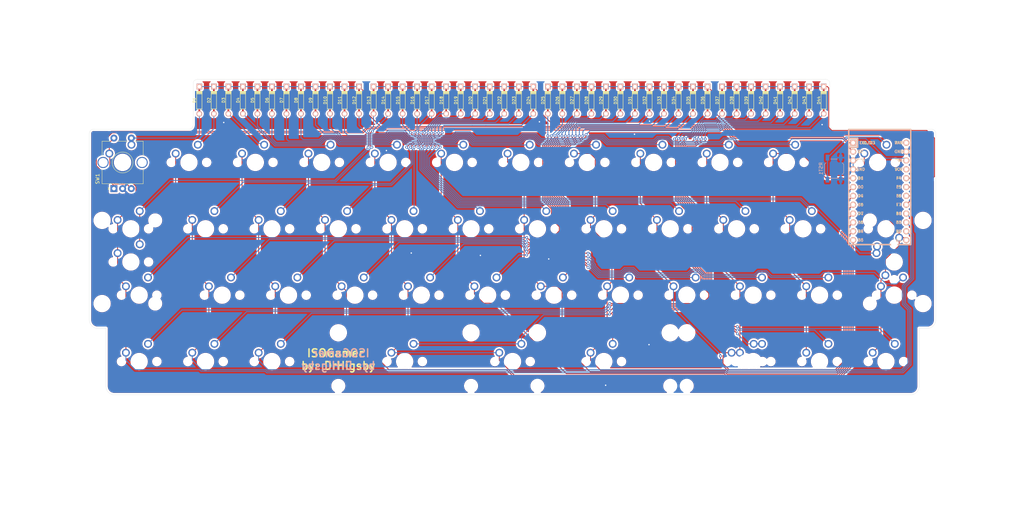
<source format=kicad_pcb>
(kicad_pcb (version 20171130) (host pcbnew "(5.1.9)-1")
  (layers (0 F.Cu signal) (31 B.Cu signal) (34 B.Paste user) (35 F.Paste user) (36 B.SilkS user) (37 F.SilkS user) (38 B.Mask user) (39 F.Mask user) (44 Edge.Cuts user))
  (net 0 "")
  (net 1 R1)
  (net 2 "Net-(D2-Pad2)")
  (net 3 "Net-(D3-Pad2)")
  (net 4 "Net-(D4-Pad2)")
  (net 5 "Net-(D5-Pad2)")
  (net 6 "Net-(D6-Pad2)")
  (net 7 "Net-(D7-Pad2)")
  (net 8 "Net-(D8-Pad2)")
  (net 9 "Net-(D9-Pad2)")
  (net 10 "Net-(D10-Pad2)")
  (net 11 "Net-(D11-Pad2)")
  (net 12 "Net-(D12-Pad2)")
  (net 13 R2)
  (net 14 "Net-(D13-Pad2)")
  (net 15 "Net-(D14-Pad2)")
  (net 16 "Net-(D15-Pad2)")
  (net 17 "Net-(D16-Pad2)")
  (net 18 "Net-(D17-Pad2)")
  (net 19 "Net-(D18-Pad2)")
  (net 20 "Net-(D19-Pad2)")
  (net 21 "Net-(D20-Pad2)")
  (net 22 "Net-(D21-Pad2)")
  (net 23 "Net-(D22-Pad2)")
  (net 24 R3)
  (net 25 "Net-(D23-Pad2)")
  (net 26 "Net-(D24-Pad2)")
  (net 27 "Net-(D25-Pad2)")
  (net 28 "Net-(D26-Pad2)")
  (net 29 "Net-(D27-Pad2)")
  (net 30 "Net-(D28-Pad2)")
  (net 31 "Net-(D29-Pad2)")
  (net 32 "Net-(D30-Pad2)")
  (net 33 "Net-(D31-Pad2)")
  (net 34 "Net-(D32-Pad2)")
  (net 35 "Net-(D33-Pad2)")
  (net 36 "Net-(D34-Pad2)")
  (net 37 R4)
  (net 38 "Net-(D35-Pad2)")
  (net 39 "Net-(D36-Pad2)")
  (net 40 "Net-(D37-Pad2)")
  (net 41 "Net-(D38-Pad2)")
  (net 42 "Net-(D39-Pad2)")
  (net 43 "Net-(D40-Pad2)")
  (net 44 "Net-(D41-Pad2)")
  (net 45 "Net-(D42-Pad2)")
  (net 46 C1)
  (net 47 C2)
  (net 48 C3)
  (net 49 C4)
  (net 50 C5)
  (net 51 C6)
  (net 52 C7)
  (net 53 C8)
  (net 54 C9)
  (net 55 C10)
  (net 56 C11)
  (net 57 C12)
  (net 58 "Net-(D43-Pad2)")
  (net 59 "Net-(D44-Pad2)")
  (net 60 KNOB1)
  (net 61 GND)
  (net 62 M1)
  (net 63 M2)
  (net 64 RAW)
  (net 65 RST)
  (net 66 VCC)
  (module Button_Switch_SMD:SW_SPST_TL3342 (layer B.Cu) (at 232.767383 30.360963 270)
    (fp_text reference RST1 (at 0 3.75 90) (layer B.SilkS) (effects (justify mirror)))
    (fp_text value SW_Push)
    (pad 2 smd rect (at 3.15 -1.9 270) (size 1.7 1) (layers B.Cu B.Paste B.Mask) (net 61 GND))
    (pad 2 smd rect (at -3.15 -1.9 270) (size 1.7 1) (layers B.Cu B.Paste B.Mask) (net 61 GND))
    (pad 1 smd rect (at 3.15 1.9 270) (size 1.7 1) (layers B.Cu B.Paste B.Mask) (net 65 RST))
    (pad 1 smd rect (at -3.15 1.9 270) (size 1.7 1) (layers B.Cu B.Paste B.Mask) (net 65 RST))
  )
  (module MX_Only:MXOnly-1.5U-NoLED (layer F.Cu) (at 247.650208 47.62504)
    (fp_text reference MX24)
    (fp_text value MX-NoLED)
    (pad 2 thru_hole circle (at -2.54 5.08 180) (size 2.25 2.25) (drill 1.47) (layers *.Cu B.Mask) (net 26 "Net-(D24-Pad2)"))
    (pad "" np_thru_hole circle (at 0 0 180) (size 3.9878 3.9878) (drill 3.9878) (layers *.Cu *.Mask))
    (pad 1 thru_hole circle (at 3.81 2.54 180) (size 2.25 2.25) (drill 1.47) (layers *.Cu B.Mask) (net 57 C12))
    (pad "" np_thru_hole circle (at -5.08 0 228.0996) (size 1.75 1.75) (drill 1.75) (layers *.Cu *.Mask))
  )
  (module MX_Only:MXOnly-ISO-ROTATED (layer F.Cu) (at 250.03146 57.150048)
    (fp_text reference MX24-ISO1)
    (fp_text value MX-NoLED)
    (pad "" np_thru_hole circle (at 8.255 -11.938) (size 3.9878 3.9878) (drill 3.9878) (layers *.Cu *.Mask))
    (pad "" np_thru_hole circle (at 8.255 11.938) (size 3.9878 3.9878) (drill 3.9878) (layers *.Cu *.Mask))
    (pad "" np_thru_hole circle (at -6.985 -11.938) (size 3.048 3.048) (drill 3.048) (layers *.Cu *.Mask))
    (pad "" np_thru_hole circle (at -6.985 11.938) (size 3.048 3.048) (drill 3.048) (layers *.Cu *.Mask))
    (pad "" np_thru_hole circle (at 0 -5.08 228.0996) (size 1.75 1.75) (drill 1.75) (layers *.Cu *.Mask))
    (pad "" np_thru_hole circle (at 0 5.08 228.0996) (size 1.75 1.75) (drill 1.75) (layers *.Cu *.Mask))
    (pad 1 thru_hole circle (at -2.54 3.81 180) (size 2.25 2.25) (drill 1.47) (layers *.Cu B.Mask) (net 57 C12))
    (pad "" np_thru_hole circle (at 0 0 180) (size 3.9878 3.9878) (drill 3.9878) (layers *.Cu *.Mask))
    (pad 2 thru_hole circle (at -5.08 -2.54 180) (size 2.25 2.25) (drill 1.47) (layers *.Cu B.Mask) (net 26 "Net-(D24-Pad2)"))
  )
  (module Keebio-Parts:Diode-Hybrid-Back (layer B.Cu) (at 50.601605 10.715634 90)
    (fp_text reference D1 (at -0.0254 -1.4 90) (layer F.SilkS) (effects (font (size 0.8 0.8))))
    (fp_text value D_Small hide)
    (pad 1 thru_hole rect (at 3.9 0 90) (size 1.6 1.6) (drill 1) (layers *.Cu *.Mask B.SilkS) (net 1 R1))
    (pad 2 thru_hole circle (at -3.9 0 90) (size 1.6 1.6) (drill 1) (layers *.Cu *.Mask B.SilkS) (net 60 KNOB1))
    (pad 1 smd rect (at 2.5 0 90) (size 2.9 0.5) (layers F.Cu) (net 1 R1))
    (pad 1 smd rect (at 1.4 0 90) (size 1.6 1.2) (layers F.Cu F.Paste F.Mask) (net 1 R1))
    (pad 2 smd rect (at -1.4 0 90) (size 1.6 1.2) (layers F.Cu F.Paste F.Mask) (net 60 KNOB1))
    (pad 2 smd rect (at -2.5 0 90) (size 2.9 0.5) (layers F.Cu) (net 60 KNOB1))
  )
  (module MX_Only:MXOnly-1U-NoLED (layer F.Cu) (at 28.575 28.575)
    (fp_text reference MX1)
    (fp_text value MX-NoLED)
    (pad 2 thru_hole circle (at 2.54 -5.08) (size 2.25 2.25) (drill 1.47) (layers *.Cu B.Mask) (net 60 KNOB1))
    (pad "" np_thru_hole circle (at 0 0) (size 3.9878 3.9878) (drill 3.9878) (layers *.Cu *.Mask))
    (pad 1 thru_hole circle (at -3.81 -2.54) (size 2.25 2.25) (drill 1.47) (layers *.Cu B.Mask) (net 46 C1))
  )
  (module Rotary_Encoder:RotaryEncoder_Alps_EC11E-Switch_Vertical_H20mm_CircularMountingHoles (layer F.Cu) (at 28.575 28.575 90)
    (fp_text reference SW1 (at -4.72 -7.19 90) (layer F.SilkS))
    (fp_text value Rotary_Encoder_Switch)
    (pad A thru_hole rect (at -7.52 -2.49 90) (size 2 2) (drill 1) (layers *.Cu *.Mask) (net 62 M1))
    (pad C thru_hole circle (at -7.52 0.01 90) (size 2 2) (drill 1) (layers *.Cu *.Mask) (net 61 GND))
    (pad B thru_hole circle (at -7.52 2.51 90) (size 2 2) (drill 1) (layers *.Cu *.Mask) (net 63 M2))
    (pad MP thru_hole circle (at -0.02 -5.59 90) (size 3.2 3.2) (drill 2.6) (layers *.Cu *.Mask))
    (pad MP thru_hole circle (at -0.02 5.61 90) (size 3.2 3.2) (drill 2.6) (layers *.Cu *.Mask))
    (pad S2 thru_hole circle (at 6.98 -2.49 90) (size 2 2) (drill 1) (layers *.Cu *.Mask) (net 46 C1))
    (pad S1 thru_hole circle (at 6.98 2.51 90) (size 2 2) (drill 1) (layers *.Cu *.Mask) (net 60 KNOB1))
  )
  (module MX_Only:MXOnly-1U-NoLED (layer F.Cu) (at 209.55 85.725)
    (fp_text reference MX42-1)
    (fp_text value MX-NoLED)
    (pad 2 thru_hole circle (at 2.54 -5.08) (size 2.25 2.25) (drill 1.47) (layers *.Cu B.Mask) (net 45 "Net-(D42-Pad2)"))
    (pad "" np_thru_hole circle (at 0 0) (size 3.9878 3.9878) (drill 3.9878) (layers *.Cu *.Mask))
    (pad 1 thru_hole circle (at -3.81 -2.54) (size 2.25 2.25) (drill 1.47) (layers *.Cu B.Mask) (net 55 C10))
    (pad "" np_thru_hole circle (at -5.08 0 48.0996) (size 1.75 1.75) (drill 1.75) (layers *.Cu *.Mask))
    (pad "" np_thru_hole circle (at 5.08 0 48.0996) (size 1.75 1.75) (drill 1.75) (layers *.Cu *.Mask))
  )
  (module MX_Only:MXOnly-6.25U-ReversedStabilizers-NoLED (layer F.Cu) (at 140.49375 85.725)
    (fp_text reference MX40-6251)
    (fp_text value MX-NoLED)
    (pad 2 thru_hole circle (at 2.54 -5.08) (size 2.25 2.25) (drill 1.47) (layers *.Cu B.Mask) (net 43 "Net-(D40-Pad2)"))
    (pad "" np_thru_hole circle (at 0 0) (size 3.9878 3.9878) (drill 3.9878) (layers *.Cu *.Mask))
    (pad 1 thru_hole circle (at -3.81 -2.54) (size 2.25 2.25) (drill 1.47) (layers *.Cu B.Mask) (net 50 C5))
    (pad "" np_thru_hole circle (at -5.08 0 48.0996) (size 1.75 1.75) (drill 1.75) (layers *.Cu *.Mask))
    (pad "" np_thru_hole circle (at 5.08 0 48.0996) (size 1.75 1.75) (drill 1.75) (layers *.Cu *.Mask))
    (pad "" np_thru_hole circle (at -49.9999 6.985) (size 3.048 3.048) (drill 3.048) (layers *.Cu *.Mask))
    (pad "" np_thru_hole circle (at 49.9999 6.985) (size 3.048 3.048) (drill 3.048) (layers *.Cu *.Mask))
    (pad "" np_thru_hole circle (at -49.9999 -8.255) (size 3.9878 3.9878) (drill 3.9878) (layers *.Cu *.Mask))
    (pad "" np_thru_hole circle (at 49.9999 -8.255) (size 3.9878 3.9878) (drill 3.9878) (layers *.Cu *.Mask))
  )
  (module MX_Only:MXOnly-ISO-ROTATED (layer F.Cu) (at 30.95625 57.15 180)
    (fp_text reference MX13-ISO1)
    (fp_text value MX-NoLED)
    (pad "" np_thru_hole circle (at 8.255 -11.938 180) (size 3.9878 3.9878) (drill 3.9878) (layers *.Cu *.Mask))
    (pad "" np_thru_hole circle (at 8.255 11.938 180) (size 3.9878 3.9878) (drill 3.9878) (layers *.Cu *.Mask))
    (pad "" np_thru_hole circle (at -6.985 -11.938 180) (size 3.048 3.048) (drill 3.048) (layers *.Cu *.Mask))
    (pad "" np_thru_hole circle (at -6.985 11.938 180) (size 3.048 3.048) (drill 3.048) (layers *.Cu *.Mask))
    (pad "" np_thru_hole circle (at -5.08 0 138.0996) (size 1.75 1.75) (drill 1.75) (layers *.Cu *.Mask))
    (pad "" np_thru_hole circle (at 5.08 0 138.0996) (size 1.75 1.75) (drill 1.75) (layers *.Cu *.Mask))
    (pad 1 thru_hole circle (at 3.81 2.54 90) (size 2.25 2.25) (drill 1.47) (layers *.Cu B.Mask) (net 46 C1))
    (pad "" np_thru_hole circle (at 0 0 90) (size 3.9878 3.9878) (drill 3.9878) (layers *.Cu *.Mask))
    (pad 2 thru_hole circle (at -2.54 5.08 90) (size 2.25 2.25) (drill 1.47) (layers *.Cu B.Mask) (net 14 "Net-(D13-Pad2)"))
  )
  (module MX_Only:MXOnly-1.5U-NoLED (layer F.Cu) (at 33.3375 66.675)
    (fp_text reference MX25)
    (fp_text value MX-NoLED)
    (pad 2 thru_hole circle (at 2.54 -5.08) (size 2.25 2.25) (drill 1.47) (layers *.Cu B.Mask) (net 27 "Net-(D25-Pad2)"))
    (pad "" np_thru_hole circle (at 0 0) (size 3.9878 3.9878) (drill 3.9878) (layers *.Cu *.Mask))
    (pad 1 thru_hole circle (at -3.81 -2.54) (size 2.25 2.25) (drill 1.47) (layers *.Cu B.Mask) (net 46 C1))
    (pad "" np_thru_hole circle (at -5.08 0 48.0996) (size 1.75 1.75) (drill 1.75) (layers *.Cu *.Mask))
    (pad "" np_thru_hole circle (at 5.08 0 48.0996) (size 1.75 1.75) (drill 1.75) (layers *.Cu *.Mask))
  )
  (module MX_Only:MXOnly-1.25U-NoLED (layer F.Cu) (at 207.16875 85.725)
    (fp_text reference MX42)
    (fp_text value MX-NoLED)
    (pad 2 thru_hole circle (at 2.54 -5.08) (size 2.25 2.25) (drill 1.47) (layers *.Cu B.Mask) (net 45 "Net-(D42-Pad2)"))
    (pad "" np_thru_hole circle (at 0 0) (size 3.9878 3.9878) (drill 3.9878) (layers *.Cu *.Mask))
    (pad 1 thru_hole circle (at -3.81 -2.54) (size 2.25 2.25) (drill 1.47) (layers *.Cu B.Mask) (net 55 C10))
    (pad "" np_thru_hole circle (at -5.08 0 48.0996) (size 1.75 1.75) (drill 1.75) (layers *.Cu *.Mask))
    (pad "" np_thru_hole circle (at 5.08 0 48.0996) (size 1.75 1.75) (drill 1.75) (layers *.Cu *.Mask))
  )
  (module Keebio-Parts:Diode-Hybrid-Back (layer B.Cu) (at 133.945425 10.715634 90)
    (fp_text reference D21 (at -0.0254 -1.4 -90) (layer F.SilkS) (effects (font (size 0.8 0.8))))
    (fp_text value D_Small hide)
    (pad 1 thru_hole rect (at 3.9 0 90) (size 1.6 1.6) (drill 1) (layers *.Cu *.Mask B.SilkS) (net 13 R2))
    (pad 2 thru_hole circle (at -3.9 0 90) (size 1.6 1.6) (drill 1) (layers *.Cu *.Mask B.SilkS) (net 22 "Net-(D21-Pad2)"))
    (pad 1 smd rect (at 2.5 0 90) (size 2.9 0.5) (layers F.Cu) (net 13 R2))
    (pad 1 smd rect (at 1.4 0 90) (size 1.6 1.2) (layers F.Cu F.Paste F.Mask) (net 13 R2))
    (pad 2 smd rect (at -1.4 0 90) (size 1.6 1.2) (layers F.Cu F.Paste F.Mask) (net 22 "Net-(D21-Pad2)"))
    (pad 2 smd rect (at -2.5 0 90) (size 2.9 0.5) (layers F.Cu) (net 22 "Net-(D21-Pad2)"))
  )
  (module Keebio-Parts:Diode-Hybrid-Back (layer B.Cu) (at 113.10947 10.715634 90)
    (fp_text reference D16 (at -0.0254 -1.4 -90) (layer F.SilkS) (effects (font (size 0.8 0.8))))
    (fp_text value D_Small hide)
    (pad 1 thru_hole rect (at 3.9 0 90) (size 1.6 1.6) (drill 1) (layers *.Cu *.Mask B.SilkS) (net 13 R2))
    (pad 2 thru_hole circle (at -3.9 0 90) (size 1.6 1.6) (drill 1) (layers *.Cu *.Mask B.SilkS) (net 17 "Net-(D16-Pad2)"))
    (pad 1 smd rect (at 2.5 0 90) (size 2.9 0.5) (layers F.Cu) (net 13 R2))
    (pad 1 smd rect (at 1.4 0 90) (size 1.6 1.2) (layers F.Cu F.Paste F.Mask) (net 13 R2))
    (pad 2 smd rect (at -1.4 0 90) (size 1.6 1.2) (layers F.Cu F.Paste F.Mask) (net 17 "Net-(D16-Pad2)"))
    (pad 2 smd rect (at -2.5 0 90) (size 2.9 0.5) (layers F.Cu) (net 17 "Net-(D16-Pad2)"))
  )
  (module Keebio-Parts:ArduinoProMicro (layer F.Cu) (at 245.864269 36.909406 270)
    (fp_text reference U1 hide)
    (fp_text value ProMicro hide)
    (fp_text user ST (at -8.91 -5.04) (layer B.SilkS) (effects (font (size 0.8 0.8)) (justify mirror)))
    (fp_text user TX0/D3 (at -13.97 3.571872) (layer F.SilkS) (effects (font (size 0.8 0.8))))
    (fp_text user TX0/D3 (at -13.97 3.571872) (layer B.SilkS) (effects (font (size 0.8 0.8)) (justify mirror)))
    (fp_text user D2 (at -11.43 5.461) (layer F.SilkS) (effects (font (size 0.8 0.8))))
    (fp_text user D0 (at -1.27 5.461) (layer F.SilkS) (effects (font (size 0.8 0.8))))
    (fp_text user D1 (at -3.81 5.461) (layer F.SilkS) (effects (font (size 0.8 0.8))))
    (fp_text user GND (at -6.35 5.461) (layer F.SilkS) (effects (font (size 0.8 0.8))))
    (fp_text user GND (at -8.89 5.461) (layer F.SilkS) (effects (font (size 0.8 0.8))))
    (fp_text user D4 (at 1.27 5.461) (layer F.SilkS) (effects (font (size 0.8 0.8))))
    (fp_text user C6 (at 3.81 5.461) (layer F.SilkS) (effects (font (size 0.8 0.8))))
    (fp_text user D7 (at 6.35 5.461) (layer F.SilkS) (effects (font (size 0.8 0.8))))
    (fp_text user E6 (at 8.89 5.461) (layer F.SilkS) (effects (font (size 0.8 0.8))))
    (fp_text user B4 (at 11.43 5.461) (layer F.SilkS) (effects (font (size 0.8 0.8))))
    (fp_text user B5 (at 13.97 5.461) (layer F.SilkS) (effects (font (size 0.8 0.8))))
    (fp_text user B6 (at 13.97 -5.461) (layer F.SilkS) (effects (font (size 0.8 0.8))))
    (fp_text user B2 (at 11.43 -5.461) (layer B.SilkS) (effects (font (size 0.8 0.8)) (justify mirror)))
    (fp_text user B3 (at 8.89 -5.461) (layer F.SilkS) (effects (font (size 0.8 0.8))))
    (fp_text user B1 (at 6.35 -5.461) (layer F.SilkS) (effects (font (size 0.8 0.8))))
    (fp_text user F7 (at 3.81 -5.461) (layer B.SilkS) (effects (font (size 0.8 0.8)) (justify mirror)))
    (fp_text user F6 (at 1.27 -5.461) (layer B.SilkS) (effects (font (size 0.8 0.8)) (justify mirror)))
    (fp_text user F5 (at -1.27 -5.461) (layer B.SilkS) (effects (font (size 0.8 0.8)) (justify mirror)))
    (fp_text user F4 (at -3.81 -5.461) (layer F.SilkS) (effects (font (size 0.8 0.8))))
    (fp_text user VCC (at -6.35 -5.461) (layer F.SilkS) (effects (font (size 0.8 0.8))))
    (fp_text user ST (at -8.92 -5.73312) (layer F.SilkS) (effects (font (size 0.8 0.8))))
    (fp_text user GND (at -11.43 -5.461) (layer F.SilkS) (effects (font (size 0.8 0.8))))
    (fp_text user RAW (at -13.97 -5.461) (layer F.SilkS) (effects (font (size 0.8 0.8))))
    (fp_text user RAW (at -13.97 -5.461) (layer B.SilkS) (effects (font (size 0.8 0.8)) (justify mirror)))
    (fp_text user GND (at -11.43 -5.461) (layer B.SilkS) (effects (font (size 0.8 0.8)) (justify mirror)))
    (fp_text user VCC (at -6.35 -5.461) (layer B.SilkS) (effects (font (size 0.8 0.8)) (justify mirror)))
    (fp_text user F4 (at -3.81 -5.461) (layer B.SilkS) (effects (font (size 0.8 0.8)) (justify mirror)))
    (fp_text user F5 (at -1.27 -5.461) (layer F.SilkS) (effects (font (size 0.8 0.8))))
    (fp_text user F6 (at 1.27 -5.461) (layer F.SilkS) (effects (font (size 0.8 0.8))))
    (fp_text user F7 (at 3.81 -5.461) (layer F.SilkS) (effects (font (size 0.8 0.8))))
    (fp_text user B1 (at 6.35 -5.461) (layer B.SilkS) (effects (font (size 0.8 0.8)) (justify mirror)))
    (fp_text user B3 (at 8.89 -5.461) (layer B.SilkS) (effects (font (size 0.8 0.8)) (justify mirror)))
    (fp_text user B2 (at 11.43 -5.461) (layer F.SilkS) (effects (font (size 0.8 0.8))))
    (fp_text user B6 (at 13.97 -5.461) (layer B.SilkS) (effects (font (size 0.8 0.8)) (justify mirror)))
    (fp_text user B5 (at 13.97 5.461) (layer B.SilkS) (effects (font (size 0.8 0.8)) (justify mirror)))
    (fp_text user B4 (at 11.43 5.461) (layer B.SilkS) (effects (font (size 0.8 0.8)) (justify mirror)))
    (fp_text user E6 (at 8.89 5.461) (layer B.SilkS) (effects (font (size 0.8 0.8)) (justify mirror)))
    (fp_text user D7 (at 6.35 5.461) (layer B.SilkS) (effects (font (size 0.8 0.8)) (justify mirror)))
    (fp_text user C6 (at 3.81 5.461) (layer B.SilkS) (effects (font (size 0.8 0.8)) (justify mirror)))
    (fp_text user D4 (at 1.27 5.461) (layer B.SilkS) (effects (font (size 0.8 0.8)) (justify mirror)))
    (fp_text user GND (at -8.89 5.461) (layer B.SilkS) (effects (font (size 0.8 0.8)) (justify mirror)))
    (fp_text user GND (at -6.35 5.461) (layer B.SilkS) (effects (font (size 0.8 0.8)) (justify mirror)))
    (fp_text user D1 (at -3.81 5.461) (layer B.SilkS) (effects (font (size 0.8 0.8)) (justify mirror)))
    (fp_text user D0 (at -1.27 5.461) (layer B.SilkS) (effects (font (size 0.8 0.8)) (justify mirror)))
    (fp_text user D2 (at -11.43 5.461) (layer B.SilkS) (effects (font (size 0.8 0.8)) (justify mirror)))
    (pad 24 thru_hole circle (at -13.97 -7.62 270) (size 1.7526 1.7526) (drill 1.0922) (layers *.Cu *.SilkS *.Mask) (net 64 RAW))
    (pad 12 thru_hole circle (at 13.97 7.62 270) (size 1.7526 1.7526) (drill 1.0922) (layers *.Cu *.SilkS *.Mask) (net 49 C4))
    (pad 23 thru_hole circle (at -11.43 -7.62 270) (size 1.7526 1.7526) (drill 1.0922) (layers *.Cu *.SilkS *.Mask) (net 61 GND))
    (pad 22 thru_hole circle (at -8.89 -7.62 270) (size 1.7526 1.7526) (drill 1.0922) (layers *.Cu *.SilkS *.Mask) (net 65 RST))
    (pad 21 thru_hole circle (at -6.35 -7.62 270) (size 1.7526 1.7526) (drill 1.0922) (layers *.Cu *.SilkS *.Mask) (net 66 VCC))
    (pad 20 thru_hole circle (at -3.81 -7.62 270) (size 1.7526 1.7526) (drill 1.0922) (layers *.Cu *.SilkS *.Mask) (net 1 R1))
    (pad 19 thru_hole circle (at -1.27 -7.62 270) (size 1.7526 1.7526) (drill 1.0922) (layers *.Cu *.SilkS *.Mask) (net 13 R2))
    (pad 18 thru_hole circle (at 1.27 -7.62 270) (size 1.7526 1.7526) (drill 1.0922) (layers *.Cu *.SilkS *.Mask) (net 24 R3))
    (pad 17 thru_hole circle (at 3.81 -7.62 270) (size 1.7526 1.7526) (drill 1.0922) (layers *.Cu *.SilkS *.Mask) (net 37 R4))
    (pad 16 thru_hole circle (at 6.35 -7.62 270) (size 1.7526 1.7526) (drill 1.0922) (layers *.Cu *.SilkS *.Mask) (net 46 C1))
    (pad 15 thru_hole circle (at 8.89 -7.62 270) (size 1.7526 1.7526) (drill 1.0922) (layers *.Cu *.SilkS *.Mask) (net 47 C2))
    (pad 14 thru_hole circle (at 11.43 -7.62 270) (size 1.7526 1.7526) (drill 1.0922) (layers *.Cu *.SilkS *.Mask) (net 48 C3))
    (pad 13 thru_hole circle (at 13.97 -7.62 270) (size 1.7526 1.7526) (drill 1.0922) (layers *.Cu *.SilkS *.Mask) (net 57 C12))
    (pad 11 thru_hole circle (at 11.43 7.62 270) (size 1.7526 1.7526) (drill 1.0922) (layers *.Cu *.SilkS *.Mask) (net 50 C5))
    (pad 10 thru_hole circle (at 8.89 7.62 270) (size 1.7526 1.7526) (drill 1.0922) (layers *.Cu *.SilkS *.Mask) (net 51 C6))
    (pad 9 thru_hole circle (at 6.35 7.62 270) (size 1.7526 1.7526) (drill 1.0922) (layers *.Cu *.SilkS *.Mask) (net 52 C7))
    (pad 8 thru_hole circle (at 3.81 7.62 270) (size 1.7526 1.7526) (drill 1.0922) (layers *.Cu *.SilkS *.Mask) (net 53 C8))
    (pad 7 thru_hole circle (at 1.27 7.62 270) (size 1.7526 1.7526) (drill 1.0922) (layers *.Cu *.SilkS *.Mask) (net 54 C9))
    (pad 6 thru_hole circle (at -1.27 7.62 270) (size 1.7526 1.7526) (drill 1.0922) (layers *.Cu *.SilkS *.Mask) (net 55 C10))
    (pad 5 thru_hole circle (at -3.81 7.62 270) (size 1.7526 1.7526) (drill 1.0922) (layers *.Cu *.SilkS *.Mask) (net 56 C11))
    (pad 4 thru_hole circle (at -6.35 7.62 270) (size 1.7526 1.7526) (drill 1.0922) (layers *.Cu *.SilkS *.Mask) (net 61 GND))
    (pad 3 thru_hole circle (at -8.89 7.62 270) (size 1.7526 1.7526) (drill 1.0922) (layers *.Cu *.SilkS *.Mask) (net 61 GND))
    (pad 2 thru_hole circle (at -11.43 7.62 270) (size 1.7526 1.7526) (drill 1.0922) (layers *.Cu *.SilkS *.Mask) (net 63 M2))
    (pad 1 thru_hole rect (at -13.97 7.62 270) (size 1.7526 1.7526) (drill 1.0922) (layers *.Cu *.SilkS *.Mask) (net 62 M1))
  )
  (module MX_Only:MXOnly-1U-NoLED (layer F.Cu) (at 247.65 85.725)
    (fp_text reference MX44)
    (fp_text value MX-NoLED)
    (pad 2 thru_hole circle (at 2.54 -5.08) (size 2.25 2.25) (drill 1.47) (layers *.Cu B.Mask) (net 59 "Net-(D44-Pad2)"))
    (pad "" np_thru_hole circle (at 0 0) (size 3.9878 3.9878) (drill 3.9878) (layers *.Cu *.Mask))
    (pad 1 thru_hole circle (at -3.81 -2.54) (size 2.25 2.25) (drill 1.47) (layers *.Cu B.Mask) (net 57 C12))
    (pad "" np_thru_hole circle (at -5.08 0 48.0996) (size 1.75 1.75) (drill 1.75) (layers *.Cu *.Mask))
    (pad "" np_thru_hole circle (at 5.08 0 48.0996) (size 1.75 1.75) (drill 1.75) (layers *.Cu *.Mask))
  )
  (module MX_Only:MXOnly-1U-NoLED (layer F.Cu) (at 228.6 85.725)
    (fp_text reference MX43)
    (fp_text value MX-NoLED)
    (pad 2 thru_hole circle (at 2.54 -5.08) (size 2.25 2.25) (drill 1.47) (layers *.Cu B.Mask) (net 58 "Net-(D43-Pad2)"))
    (pad "" np_thru_hole circle (at 0 0) (size 3.9878 3.9878) (drill 3.9878) (layers *.Cu *.Mask))
    (pad 1 thru_hole circle (at -3.81 -2.54) (size 2.25 2.25) (drill 1.47) (layers *.Cu B.Mask) (net 56 C11))
    (pad "" np_thru_hole circle (at -5.08 0 48.0996) (size 1.75 1.75) (drill 1.75) (layers *.Cu *.Mask))
    (pad "" np_thru_hole circle (at 5.08 0 48.0996) (size 1.75 1.75) (drill 1.75) (layers *.Cu *.Mask))
  )
  (module MX_Only:MXOnly-3U-ReversedStabilizers-NoLED (layer F.Cu) (at 166.6875 85.725)
    (fp_text reference MX41)
    (fp_text value MX-NoLED)
    (pad 2 thru_hole circle (at 2.54 -5.08) (size 2.25 2.25) (drill 1.47) (layers *.Cu B.Mask) (net 44 "Net-(D41-Pad2)"))
    (pad 1 thru_hole circle (at -3.81 -2.54 48.1) (size 2.25 2.25) (drill 1.47) (layers *.Cu B.Mask) (net 53 C8))
    (pad "" np_thru_hole circle (at 0 0) (size 3.9878 3.9878) (drill 3.9878) (layers *.Cu *.Mask))
    (pad "" np_thru_hole circle (at -5.08 0 48.0996) (size 1.75 1.75) (drill 1.75) (layers *.Cu *.Mask))
    (pad "" np_thru_hole circle (at 5.08 0 48.0996) (size 1.75 1.75) (drill 1.75) (layers *.Cu *.Mask))
    (pad "" np_thru_hole circle (at -19.05 6.985) (size 3.048 3.048) (drill 3.048) (layers *.Cu *.Mask))
    (pad "" np_thru_hole circle (at 19.05 6.985) (size 3.048 3.048) (drill 3.048) (layers *.Cu *.Mask))
    (pad "" np_thru_hole circle (at -19.05 -8.255) (size 3.9878 3.9878) (drill 3.9878) (layers *.Cu *.Mask))
    (pad "" np_thru_hole circle (at 19.05 -8.255) (size 3.9878 3.9878) (drill 3.9878) (layers *.Cu *.Mask))
  )
  (module MX_Only:MXOnly-3U-ReversedStabilizers-NoLED (layer F.Cu) (at 109.5375 85.725)
    (fp_text reference MX40)
    (fp_text value MX-NoLED)
    (pad 2 thru_hole circle (at 2.54 -5.08) (size 2.25 2.25) (drill 1.47) (layers *.Cu B.Mask) (net 43 "Net-(D40-Pad2)"))
    (pad 1 thru_hole circle (at -3.81 -2.54 48.1) (size 2.25 2.25) (drill 1.47) (layers *.Cu B.Mask) (net 50 C5))
    (pad "" np_thru_hole circle (at 0 0) (size 3.9878 3.9878) (drill 3.9878) (layers *.Cu *.Mask))
    (pad "" np_thru_hole circle (at -5.08 0 48.0996) (size 1.75 1.75) (drill 1.75) (layers *.Cu *.Mask))
    (pad "" np_thru_hole circle (at 5.08 0 48.0996) (size 1.75 1.75) (drill 1.75) (layers *.Cu *.Mask))
    (pad "" np_thru_hole circle (at -19.05 6.985) (size 3.048 3.048) (drill 3.048) (layers *.Cu *.Mask))
    (pad "" np_thru_hole circle (at 19.05 6.985) (size 3.048 3.048) (drill 3.048) (layers *.Cu *.Mask))
    (pad "" np_thru_hole circle (at -19.05 -8.255) (size 3.9878 3.9878) (drill 3.9878) (layers *.Cu *.Mask))
    (pad "" np_thru_hole circle (at 19.05 -8.255) (size 3.9878 3.9878) (drill 3.9878) (layers *.Cu *.Mask))
  )
  (module MX_Only:MXOnly-1U-NoLED (layer F.Cu) (at 71.4375 85.725)
    (fp_text reference MX39)
    (fp_text value MX-NoLED)
    (pad 2 thru_hole circle (at 2.54 -5.08) (size 2.25 2.25) (drill 1.47) (layers *.Cu B.Mask) (net 42 "Net-(D39-Pad2)"))
    (pad "" np_thru_hole circle (at 0 0) (size 3.9878 3.9878) (drill 3.9878) (layers *.Cu *.Mask))
    (pad 1 thru_hole circle (at -3.81 -2.54) (size 2.25 2.25) (drill 1.47) (layers *.Cu B.Mask) (net 48 C3))
    (pad "" np_thru_hole circle (at -5.08 0 48.0996) (size 1.75 1.75) (drill 1.75) (layers *.Cu *.Mask))
    (pad "" np_thru_hole circle (at 5.08 0 48.0996) (size 1.75 1.75) (drill 1.75) (layers *.Cu *.Mask))
  )
  (module MX_Only:MXOnly-1U-NoLED (layer F.Cu) (at 52.3875 85.725)
    (fp_text reference MX38)
    (fp_text value MX-NoLED)
    (pad 2 thru_hole circle (at 2.54 -5.08) (size 2.25 2.25) (drill 1.47) (layers *.Cu B.Mask) (net 41 "Net-(D38-Pad2)"))
    (pad "" np_thru_hole circle (at 0 0) (size 3.9878 3.9878) (drill 3.9878) (layers *.Cu *.Mask))
    (pad 1 thru_hole circle (at -3.81 -2.54) (size 2.25 2.25) (drill 1.47) (layers *.Cu B.Mask) (net 47 C2))
    (pad "" np_thru_hole circle (at -5.08 0 48.0996) (size 1.75 1.75) (drill 1.75) (layers *.Cu *.Mask))
    (pad "" np_thru_hole circle (at 5.08 0 48.0996) (size 1.75 1.75) (drill 1.75) (layers *.Cu *.Mask))
  )
  (module MX_Only:MXOnly-1U-NoLED (layer F.Cu) (at 33.3375 85.725)
    (fp_text reference MX37)
    (fp_text value MX-NoLED)
    (pad 2 thru_hole circle (at 2.54 -5.08) (size 2.25 2.25) (drill 1.47) (layers *.Cu B.Mask) (net 40 "Net-(D37-Pad2)"))
    (pad "" np_thru_hole circle (at 0 0) (size 3.9878 3.9878) (drill 3.9878) (layers *.Cu *.Mask))
    (pad 1 thru_hole circle (at -3.81 -2.54) (size 2.25 2.25) (drill 1.47) (layers *.Cu B.Mask) (net 46 C1))
    (pad "" np_thru_hole circle (at -5.08 0 48.0996) (size 1.75 1.75) (drill 1.75) (layers *.Cu *.Mask))
    (pad "" np_thru_hole circle (at 5.08 0 48.0996) (size 1.75 1.75) (drill 1.75) (layers *.Cu *.Mask))
  )
  (module MX_Only:MXOnly-1.25U-NoLED (layer F.Cu) (at 250.03125 66.675)
    (fp_text reference MX36)
    (fp_text value MX-NoLED)
    (pad 2 thru_hole circle (at 2.54 -5.08) (size 2.25 2.25) (drill 1.47) (layers *.Cu B.Mask) (net 39 "Net-(D36-Pad2)"))
    (pad "" np_thru_hole circle (at 0 0) (size 3.9878 3.9878) (drill 3.9878) (layers *.Cu *.Mask))
    (pad 1 thru_hole circle (at -3.81 -2.54) (size 2.25 2.25) (drill 1.47) (layers *.Cu B.Mask) (net 57 C12))
    (pad "" np_thru_hole circle (at -5.08 0 48.0996) (size 1.75 1.75) (drill 1.75) (layers *.Cu *.Mask))
    (pad "" np_thru_hole circle (at 5.08 0 48.0996) (size 1.75 1.75) (drill 1.75) (layers *.Cu *.Mask))
  )
  (module MX_Only:MXOnly-1U-NoLED (layer F.Cu) (at 228.6 66.675)
    (fp_text reference MX35)
    (fp_text value MX-NoLED)
    (pad 2 thru_hole circle (at 2.54 -5.08) (size 2.25 2.25) (drill 1.47) (layers *.Cu B.Mask) (net 38 "Net-(D35-Pad2)"))
    (pad "" np_thru_hole circle (at 0 0) (size 3.9878 3.9878) (drill 3.9878) (layers *.Cu *.Mask))
    (pad 1 thru_hole circle (at -3.81 -2.54) (size 2.25 2.25) (drill 1.47) (layers *.Cu B.Mask) (net 56 C11))
    (pad "" np_thru_hole circle (at -5.08 0 48.0996) (size 1.75 1.75) (drill 1.75) (layers *.Cu *.Mask))
    (pad "" np_thru_hole circle (at 5.08 0 48.0996) (size 1.75 1.75) (drill 1.75) (layers *.Cu *.Mask))
  )
  (module MX_Only:MXOnly-1U-NoLED (layer F.Cu) (at 209.55 66.675)
    (fp_text reference MX34)
    (fp_text value MX-NoLED)
    (pad 2 thru_hole circle (at 2.54 -5.08) (size 2.25 2.25) (drill 1.47) (layers *.Cu B.Mask) (net 36 "Net-(D34-Pad2)"))
    (pad "" np_thru_hole circle (at 0 0) (size 3.9878 3.9878) (drill 3.9878) (layers *.Cu *.Mask))
    (pad 1 thru_hole circle (at -3.81 -2.54) (size 2.25 2.25) (drill 1.47) (layers *.Cu B.Mask) (net 55 C10))
    (pad "" np_thru_hole circle (at -5.08 0 48.0996) (size 1.75 1.75) (drill 1.75) (layers *.Cu *.Mask))
    (pad "" np_thru_hole circle (at 5.08 0 48.0996) (size 1.75 1.75) (drill 1.75) (layers *.Cu *.Mask))
  )
  (module MX_Only:MXOnly-1U-NoLED (layer F.Cu) (at 190.5 66.675)
    (fp_text reference MX33)
    (fp_text value MX-NoLED)
    (pad 2 thru_hole circle (at 2.54 -5.08) (size 2.25 2.25) (drill 1.47) (layers *.Cu B.Mask) (net 35 "Net-(D33-Pad2)"))
    (pad "" np_thru_hole circle (at 0 0) (size 3.9878 3.9878) (drill 3.9878) (layers *.Cu *.Mask))
    (pad 1 thru_hole circle (at -3.81 -2.54) (size 2.25 2.25) (drill 1.47) (layers *.Cu B.Mask) (net 54 C9))
    (pad "" np_thru_hole circle (at -5.08 0 48.0996) (size 1.75 1.75) (drill 1.75) (layers *.Cu *.Mask))
    (pad "" np_thru_hole circle (at 5.08 0 48.0996) (size 1.75 1.75) (drill 1.75) (layers *.Cu *.Mask))
  )
  (module MX_Only:MXOnly-1U-NoLED (layer F.Cu) (at 171.45 66.675)
    (fp_text reference MX32)
    (fp_text value MX-NoLED)
    (pad 2 thru_hole circle (at 2.54 -5.08) (size 2.25 2.25) (drill 1.47) (layers *.Cu B.Mask) (net 34 "Net-(D32-Pad2)"))
    (pad "" np_thru_hole circle (at 0 0) (size 3.9878 3.9878) (drill 3.9878) (layers *.Cu *.Mask))
    (pad 1 thru_hole circle (at -3.81 -2.54) (size 2.25 2.25) (drill 1.47) (layers *.Cu B.Mask) (net 53 C8))
    (pad "" np_thru_hole circle (at -5.08 0 48.0996) (size 1.75 1.75) (drill 1.75) (layers *.Cu *.Mask))
    (pad "" np_thru_hole circle (at 5.08 0 48.0996) (size 1.75 1.75) (drill 1.75) (layers *.Cu *.Mask))
  )
  (module MX_Only:MXOnly-1U-NoLED (layer F.Cu) (at 152.4 66.675)
    (fp_text reference MX31)
    (fp_text value MX-NoLED)
    (pad 2 thru_hole circle (at 2.54 -5.08) (size 2.25 2.25) (drill 1.47) (layers *.Cu B.Mask) (net 33 "Net-(D31-Pad2)"))
    (pad "" np_thru_hole circle (at 0 0) (size 3.9878 3.9878) (drill 3.9878) (layers *.Cu *.Mask))
    (pad 1 thru_hole circle (at -3.81 -2.54) (size 2.25 2.25) (drill 1.47) (layers *.Cu B.Mask) (net 52 C7))
    (pad "" np_thru_hole circle (at -5.08 0 48.0996) (size 1.75 1.75) (drill 1.75) (layers *.Cu *.Mask))
    (pad "" np_thru_hole circle (at 5.08 0 48.0996) (size 1.75 1.75) (drill 1.75) (layers *.Cu *.Mask))
  )
  (module MX_Only:MXOnly-1U-NoLED (layer F.Cu) (at 133.35 66.675)
    (fp_text reference MX30)
    (fp_text value MX-NoLED)
    (pad 2 thru_hole circle (at 2.54 -5.08) (size 2.25 2.25) (drill 1.47) (layers *.Cu B.Mask) (net 32 "Net-(D30-Pad2)"))
    (pad "" np_thru_hole circle (at 0 0) (size 3.9878 3.9878) (drill 3.9878) (layers *.Cu *.Mask))
    (pad 1 thru_hole circle (at -3.81 -2.54) (size 2.25 2.25) (drill 1.47) (layers *.Cu B.Mask) (net 51 C6))
    (pad "" np_thru_hole circle (at -5.08 0 48.0996) (size 1.75 1.75) (drill 1.75) (layers *.Cu *.Mask))
    (pad "" np_thru_hole circle (at 5.08 0 48.0996) (size 1.75 1.75) (drill 1.75) (layers *.Cu *.Mask))
  )
  (module MX_Only:MXOnly-1U-NoLED (layer F.Cu) (at 114.3 66.675)
    (fp_text reference MX29)
    (fp_text value MX-NoLED)
    (pad 2 thru_hole circle (at 2.54 -5.08) (size 2.25 2.25) (drill 1.47) (layers *.Cu B.Mask) (net 31 "Net-(D29-Pad2)"))
    (pad "" np_thru_hole circle (at 0 0) (size 3.9878 3.9878) (drill 3.9878) (layers *.Cu *.Mask))
    (pad 1 thru_hole circle (at -3.81 -2.54) (size 2.25 2.25) (drill 1.47) (layers *.Cu B.Mask) (net 50 C5))
    (pad "" np_thru_hole circle (at -5.08 0 48.0996) (size 1.75 1.75) (drill 1.75) (layers *.Cu *.Mask))
    (pad "" np_thru_hole circle (at 5.08 0 48.0996) (size 1.75 1.75) (drill 1.75) (layers *.Cu *.Mask))
  )
  (module MX_Only:MXOnly-1U-NoLED (layer F.Cu) (at 95.25 66.675)
    (fp_text reference MX28)
    (fp_text value MX-NoLED)
    (pad 2 thru_hole circle (at 2.54 -5.08) (size 2.25 2.25) (drill 1.47) (layers *.Cu B.Mask) (net 30 "Net-(D28-Pad2)"))
    (pad "" np_thru_hole circle (at 0 0) (size 3.9878 3.9878) (drill 3.9878) (layers *.Cu *.Mask))
    (pad 1 thru_hole circle (at -3.81 -2.54) (size 2.25 2.25) (drill 1.47) (layers *.Cu B.Mask) (net 49 C4))
    (pad "" np_thru_hole circle (at -5.08 0 48.0996) (size 1.75 1.75) (drill 1.75) (layers *.Cu *.Mask))
    (pad "" np_thru_hole circle (at 5.08 0 48.0996) (size 1.75 1.75) (drill 1.75) (layers *.Cu *.Mask))
  )
  (module MX_Only:MXOnly-1U-NoLED (layer F.Cu) (at 76.2 66.675)
    (fp_text reference MX27)
    (fp_text value MX-NoLED)
    (pad 2 thru_hole circle (at 2.54 -5.08) (size 2.25 2.25) (drill 1.47) (layers *.Cu B.Mask) (net 29 "Net-(D27-Pad2)"))
    (pad "" np_thru_hole circle (at 0 0) (size 3.9878 3.9878) (drill 3.9878) (layers *.Cu *.Mask))
    (pad 1 thru_hole circle (at -3.81 -2.54) (size 2.25 2.25) (drill 1.47) (layers *.Cu B.Mask) (net 48 C3))
    (pad "" np_thru_hole circle (at -5.08 0 48.0996) (size 1.75 1.75) (drill 1.75) (layers *.Cu *.Mask))
    (pad "" np_thru_hole circle (at 5.08 0 48.0996) (size 1.75 1.75) (drill 1.75) (layers *.Cu *.Mask))
  )
  (module MX_Only:MXOnly-1U-NoLED (layer F.Cu) (at 57.15 66.675)
    (fp_text reference MX26)
    (fp_text value MX-NoLED)
    (pad 2 thru_hole circle (at 2.54 -5.08) (size 2.25 2.25) (drill 1.47) (layers *.Cu B.Mask) (net 28 "Net-(D26-Pad2)"))
    (pad "" np_thru_hole circle (at 0 0) (size 3.9878 3.9878) (drill 3.9878) (layers *.Cu *.Mask))
    (pad 1 thru_hole circle (at -3.81 -2.54) (size 2.25 2.25) (drill 1.47) (layers *.Cu B.Mask) (net 47 C2))
    (pad "" np_thru_hole circle (at -5.08 0 48.0996) (size 1.75 1.75) (drill 1.75) (layers *.Cu *.Mask))
    (pad "" np_thru_hole circle (at 5.08 0 48.0996) (size 1.75 1.75) (drill 1.75) (layers *.Cu *.Mask))
  )
  (module MX_Only:MXOnly-1U-NoLED (layer F.Cu) (at 223.8375 47.625)
    (fp_text reference MX23)
    (fp_text value MX-NoLED)
    (pad 2 thru_hole circle (at 2.54 -5.08) (size 2.25 2.25) (drill 1.47) (layers *.Cu B.Mask) (net 25 "Net-(D23-Pad2)"))
    (pad "" np_thru_hole circle (at 0 0) (size 3.9878 3.9878) (drill 3.9878) (layers *.Cu *.Mask))
    (pad 1 thru_hole circle (at -3.81 -2.54) (size 2.25 2.25) (drill 1.47) (layers *.Cu B.Mask) (net 56 C11))
    (pad "" np_thru_hole circle (at -5.08 0 48.0996) (size 1.75 1.75) (drill 1.75) (layers *.Cu *.Mask))
    (pad "" np_thru_hole circle (at 5.08 0 48.0996) (size 1.75 1.75) (drill 1.75) (layers *.Cu *.Mask))
  )
  (module MX_Only:MXOnly-1U-NoLED (layer F.Cu) (at 204.7875 47.625)
    (fp_text reference MX22)
    (fp_text value MX-NoLED)
    (pad 2 thru_hole circle (at 2.54 -5.08) (size 2.25 2.25) (drill 1.47) (layers *.Cu B.Mask) (net 23 "Net-(D22-Pad2)"))
    (pad "" np_thru_hole circle (at 0 0) (size 3.9878 3.9878) (drill 3.9878) (layers *.Cu *.Mask))
    (pad 1 thru_hole circle (at -3.81 -2.54) (size 2.25 2.25) (drill 1.47) (layers *.Cu B.Mask) (net 55 C10))
    (pad "" np_thru_hole circle (at -5.08 0 48.0996) (size 1.75 1.75) (drill 1.75) (layers *.Cu *.Mask))
    (pad "" np_thru_hole circle (at 5.08 0 48.0996) (size 1.75 1.75) (drill 1.75) (layers *.Cu *.Mask))
  )
  (module MX_Only:MXOnly-1U-NoLED (layer F.Cu) (at 185.7375 47.625)
    (fp_text reference MX21)
    (fp_text value MX-NoLED)
    (pad 2 thru_hole circle (at 2.54 -5.08) (size 2.25 2.25) (drill 1.47) (layers *.Cu B.Mask) (net 22 "Net-(D21-Pad2)"))
    (pad "" np_thru_hole circle (at 0 0) (size 3.9878 3.9878) (drill 3.9878) (layers *.Cu *.Mask))
    (pad 1 thru_hole circle (at -3.81 -2.54) (size 2.25 2.25) (drill 1.47) (layers *.Cu B.Mask) (net 54 C9))
    (pad "" np_thru_hole circle (at -5.08 0 48.0996) (size 1.75 1.75) (drill 1.75) (layers *.Cu *.Mask))
    (pad "" np_thru_hole circle (at 5.08 0 48.0996) (size 1.75 1.75) (drill 1.75) (layers *.Cu *.Mask))
  )
  (module MX_Only:MXOnly-1U-NoLED (layer F.Cu) (at 166.6875 47.625)
    (fp_text reference MX20)
    (fp_text value MX-NoLED)
    (pad 2 thru_hole circle (at 2.54 -5.08) (size 2.25 2.25) (drill 1.47) (layers *.Cu B.Mask) (net 21 "Net-(D20-Pad2)"))
    (pad "" np_thru_hole circle (at 0 0) (size 3.9878 3.9878) (drill 3.9878) (layers *.Cu *.Mask))
    (pad 1 thru_hole circle (at -3.81 -2.54) (size 2.25 2.25) (drill 1.47) (layers *.Cu B.Mask) (net 53 C8))
    (pad "" np_thru_hole circle (at -5.08 0 48.0996) (size 1.75 1.75) (drill 1.75) (layers *.Cu *.Mask))
    (pad "" np_thru_hole circle (at 5.08 0 48.0996) (size 1.75 1.75) (drill 1.75) (layers *.Cu *.Mask))
  )
  (module MX_Only:MXOnly-1U-NoLED (layer F.Cu) (at 147.6375 47.625)
    (fp_text reference MX19)
    (fp_text value MX-NoLED)
    (pad 2 thru_hole circle (at 2.54 -5.08) (size 2.25 2.25) (drill 1.47) (layers *.Cu B.Mask) (net 20 "Net-(D19-Pad2)"))
    (pad "" np_thru_hole circle (at 0 0) (size 3.9878 3.9878) (drill 3.9878) (layers *.Cu *.Mask))
    (pad 1 thru_hole circle (at -3.81 -2.54) (size 2.25 2.25) (drill 1.47) (layers *.Cu B.Mask) (net 52 C7))
    (pad "" np_thru_hole circle (at -5.08 0 48.0996) (size 1.75 1.75) (drill 1.75) (layers *.Cu *.Mask))
    (pad "" np_thru_hole circle (at 5.08 0 48.0996) (size 1.75 1.75) (drill 1.75) (layers *.Cu *.Mask))
  )
  (module MX_Only:MXOnly-1U-NoLED (layer F.Cu) (at 128.5875 47.625)
    (fp_text reference MX18)
    (fp_text value MX-NoLED)
    (pad 2 thru_hole circle (at 2.54 -5.08) (size 2.25 2.25) (drill 1.47) (layers *.Cu B.Mask) (net 19 "Net-(D18-Pad2)"))
    (pad "" np_thru_hole circle (at 0 0) (size 3.9878 3.9878) (drill 3.9878) (layers *.Cu *.Mask))
    (pad 1 thru_hole circle (at -3.81 -2.54) (size 2.25 2.25) (drill 1.47) (layers *.Cu B.Mask) (net 51 C6))
    (pad "" np_thru_hole circle (at -5.08 0 48.0996) (size 1.75 1.75) (drill 1.75) (layers *.Cu *.Mask))
    (pad "" np_thru_hole circle (at 5.08 0 48.0996) (size 1.75 1.75) (drill 1.75) (layers *.Cu *.Mask))
  )
  (module MX_Only:MXOnly-1U-NoLED (layer F.Cu) (at 109.5375 47.625)
    (fp_text reference MX17)
    (fp_text value MX-NoLED)
    (pad 2 thru_hole circle (at 2.54 -5.08) (size 2.25 2.25) (drill 1.47) (layers *.Cu B.Mask) (net 18 "Net-(D17-Pad2)"))
    (pad "" np_thru_hole circle (at 0 0) (size 3.9878 3.9878) (drill 3.9878) (layers *.Cu *.Mask))
    (pad 1 thru_hole circle (at -3.81 -2.54) (size 2.25 2.25) (drill 1.47) (layers *.Cu B.Mask) (net 50 C5))
    (pad "" np_thru_hole circle (at -5.08 0 48.0996) (size 1.75 1.75) (drill 1.75) (layers *.Cu *.Mask))
    (pad "" np_thru_hole circle (at 5.08 0 48.0996) (size 1.75 1.75) (drill 1.75) (layers *.Cu *.Mask))
  )
  (module MX_Only:MXOnly-1U-NoLED (layer F.Cu) (at 90.4875 47.625)
    (fp_text reference MX16)
    (fp_text value MX-NoLED)
    (pad 2 thru_hole circle (at 2.54 -5.08) (size 2.25 2.25) (drill 1.47) (layers *.Cu B.Mask) (net 17 "Net-(D16-Pad2)"))
    (pad "" np_thru_hole circle (at 0 0) (size 3.9878 3.9878) (drill 3.9878) (layers *.Cu *.Mask))
    (pad 1 thru_hole circle (at -3.81 -2.54) (size 2.25 2.25) (drill 1.47) (layers *.Cu B.Mask) (net 49 C4))
    (pad "" np_thru_hole circle (at -5.08 0 48.0996) (size 1.75 1.75) (drill 1.75) (layers *.Cu *.Mask))
    (pad "" np_thru_hole circle (at 5.08 0 48.0996) (size 1.75 1.75) (drill 1.75) (layers *.Cu *.Mask))
  )
  (module MX_Only:MXOnly-1U-NoLED (layer F.Cu) (at 71.4375 47.625)
    (fp_text reference MX15)
    (fp_text value MX-NoLED)
    (pad 2 thru_hole circle (at 2.54 -5.08) (size 2.25 2.25) (drill 1.47) (layers *.Cu B.Mask) (net 16 "Net-(D15-Pad2)"))
    (pad "" np_thru_hole circle (at 0 0) (size 3.9878 3.9878) (drill 3.9878) (layers *.Cu *.Mask))
    (pad 1 thru_hole circle (at -3.81 -2.54) (size 2.25 2.25) (drill 1.47) (layers *.Cu B.Mask) (net 48 C3))
    (pad "" np_thru_hole circle (at -5.08 0 48.0996) (size 1.75 1.75) (drill 1.75) (layers *.Cu *.Mask))
    (pad "" np_thru_hole circle (at 5.08 0 48.0996) (size 1.75 1.75) (drill 1.75) (layers *.Cu *.Mask))
  )
  (module MX_Only:MXOnly-1U-NoLED (layer F.Cu) (at 52.3875 47.625)
    (fp_text reference MX14)
    (fp_text value MX-NoLED)
    (pad 2 thru_hole circle (at 2.54 -5.08) (size 2.25 2.25) (drill 1.47) (layers *.Cu B.Mask) (net 15 "Net-(D14-Pad2)"))
    (pad "" np_thru_hole circle (at 0 0) (size 3.9878 3.9878) (drill 3.9878) (layers *.Cu *.Mask))
    (pad 1 thru_hole circle (at -3.81 -2.54) (size 2.25 2.25) (drill 1.47) (layers *.Cu B.Mask) (net 47 C2))
    (pad "" np_thru_hole circle (at -5.08 0 48.0996) (size 1.75 1.75) (drill 1.75) (layers *.Cu *.Mask))
    (pad "" np_thru_hole circle (at 5.08 0 48.0996) (size 1.75 1.75) (drill 1.75) (layers *.Cu *.Mask))
  )
  (module MX_Only:MXOnly-1.25U-NoLED (layer F.Cu) (at 30.95625 47.625)
    (fp_text reference MX13)
    (fp_text value MX-NoLED)
    (pad 2 thru_hole circle (at 2.54 -5.08) (size 2.25 2.25) (drill 1.47) (layers *.Cu B.Mask) (net 14 "Net-(D13-Pad2)"))
    (pad "" np_thru_hole circle (at 0 0) (size 3.9878 3.9878) (drill 3.9878) (layers *.Cu *.Mask))
    (pad 1 thru_hole circle (at -3.81 -2.54) (size 2.25 2.25) (drill 1.47) (layers *.Cu B.Mask) (net 46 C1))
    (pad "" np_thru_hole circle (at -5.08 0 48.0996) (size 1.75 1.75) (drill 1.75) (layers *.Cu *.Mask))
    (pad "" np_thru_hole circle (at 5.08 0 48.0996) (size 1.75 1.75) (drill 1.75) (layers *.Cu *.Mask))
  )
  (module MX_Only:MXOnly-1.75U-NoLED (layer F.Cu) (at 245.26875 28.575)
    (fp_text reference MX12)
    (fp_text value MX-NoLED)
    (pad 2 thru_hole circle (at 2.54 -5.08) (size 2.25 2.25) (drill 1.47) (layers *.Cu B.Mask) (net 12 "Net-(D12-Pad2)"))
    (pad "" np_thru_hole circle (at 0 0) (size 3.9878 3.9878) (drill 3.9878) (layers *.Cu *.Mask))
    (pad 1 thru_hole circle (at -3.81 -2.54) (size 2.25 2.25) (drill 1.47) (layers *.Cu B.Mask) (net 57 C12))
    (pad "" np_thru_hole circle (at -5.08 0 48.0996) (size 1.75 1.75) (drill 1.75) (layers *.Cu *.Mask))
    (pad "" np_thru_hole circle (at 5.08 0 48.0996) (size 1.75 1.75) (drill 1.75) (layers *.Cu *.Mask))
  )
  (module MX_Only:MXOnly-1U-NoLED (layer F.Cu) (at 219.075 28.575)
    (fp_text reference MX11)
    (fp_text value MX-NoLED)
    (pad 2 thru_hole circle (at 2.54 -5.08) (size 2.25 2.25) (drill 1.47) (layers *.Cu B.Mask) (net 11 "Net-(D11-Pad2)"))
    (pad "" np_thru_hole circle (at 0 0) (size 3.9878 3.9878) (drill 3.9878) (layers *.Cu *.Mask))
    (pad 1 thru_hole circle (at -3.81 -2.54) (size 2.25 2.25) (drill 1.47) (layers *.Cu B.Mask) (net 56 C11))
    (pad "" np_thru_hole circle (at -5.08 0 48.0996) (size 1.75 1.75) (drill 1.75) (layers *.Cu *.Mask))
    (pad "" np_thru_hole circle (at 5.08 0 48.0996) (size 1.75 1.75) (drill 1.75) (layers *.Cu *.Mask))
  )
  (module MX_Only:MXOnly-1U-NoLED (layer F.Cu) (at 200.025 28.575)
    (fp_text reference MX10)
    (fp_text value MX-NoLED)
    (pad 2 thru_hole circle (at 2.54 -5.08) (size 2.25 2.25) (drill 1.47) (layers *.Cu B.Mask) (net 10 "Net-(D10-Pad2)"))
    (pad "" np_thru_hole circle (at 0 0) (size 3.9878 3.9878) (drill 3.9878) (layers *.Cu *.Mask))
    (pad 1 thru_hole circle (at -3.81 -2.54) (size 2.25 2.25) (drill 1.47) (layers *.Cu B.Mask) (net 55 C10))
    (pad "" np_thru_hole circle (at -5.08 0 48.0996) (size 1.75 1.75) (drill 1.75) (layers *.Cu *.Mask))
    (pad "" np_thru_hole circle (at 5.08 0 48.0996) (size 1.75 1.75) (drill 1.75) (layers *.Cu *.Mask))
  )
  (module MX_Only:MXOnly-1U-NoLED (layer F.Cu) (at 180.975 28.575)
    (fp_text reference MX9)
    (fp_text value MX-NoLED)
    (pad 2 thru_hole circle (at 2.54 -5.08) (size 2.25 2.25) (drill 1.47) (layers *.Cu B.Mask) (net 9 "Net-(D9-Pad2)"))
    (pad "" np_thru_hole circle (at 0 0) (size 3.9878 3.9878) (drill 3.9878) (layers *.Cu *.Mask))
    (pad 1 thru_hole circle (at -3.81 -2.54) (size 2.25 2.25) (drill 1.47) (layers *.Cu B.Mask) (net 54 C9))
    (pad "" np_thru_hole circle (at -5.08 0 48.0996) (size 1.75 1.75) (drill 1.75) (layers *.Cu *.Mask))
    (pad "" np_thru_hole circle (at 5.08 0 48.0996) (size 1.75 1.75) (drill 1.75) (layers *.Cu *.Mask))
  )
  (module MX_Only:MXOnly-1U-NoLED (layer F.Cu) (at 161.925 28.575)
    (fp_text reference MX8)
    (fp_text value MX-NoLED)
    (pad 2 thru_hole circle (at 2.54 -5.08) (size 2.25 2.25) (drill 1.47) (layers *.Cu B.Mask) (net 8 "Net-(D8-Pad2)"))
    (pad "" np_thru_hole circle (at 0 0) (size 3.9878 3.9878) (drill 3.9878) (layers *.Cu *.Mask))
    (pad 1 thru_hole circle (at -3.81 -2.54) (size 2.25 2.25) (drill 1.47) (layers *.Cu B.Mask) (net 53 C8))
    (pad "" np_thru_hole circle (at -5.08 0 48.0996) (size 1.75 1.75) (drill 1.75) (layers *.Cu *.Mask))
    (pad "" np_thru_hole circle (at 5.08 0 48.0996) (size 1.75 1.75) (drill 1.75) (layers *.Cu *.Mask))
  )
  (module MX_Only:MXOnly-1U-NoLED (layer F.Cu) (at 142.875 28.575)
    (fp_text reference MX7)
    (fp_text value MX-NoLED)
    (pad 2 thru_hole circle (at 2.54 -5.08) (size 2.25 2.25) (drill 1.47) (layers *.Cu B.Mask) (net 7 "Net-(D7-Pad2)"))
    (pad "" np_thru_hole circle (at 0 0) (size 3.9878 3.9878) (drill 3.9878) (layers *.Cu *.Mask))
    (pad 1 thru_hole circle (at -3.81 -2.54) (size 2.25 2.25) (drill 1.47) (layers *.Cu B.Mask) (net 52 C7))
    (pad "" np_thru_hole circle (at -5.08 0 48.0996) (size 1.75 1.75) (drill 1.75) (layers *.Cu *.Mask))
    (pad "" np_thru_hole circle (at 5.08 0 48.0996) (size 1.75 1.75) (drill 1.75) (layers *.Cu *.Mask))
  )
  (module MX_Only:MXOnly-1U-NoLED (layer F.Cu) (at 123.825 28.575)
    (fp_text reference MX6)
    (fp_text value MX-NoLED)
    (pad 2 thru_hole circle (at 2.54 -5.08) (size 2.25 2.25) (drill 1.47) (layers *.Cu B.Mask) (net 6 "Net-(D6-Pad2)"))
    (pad "" np_thru_hole circle (at 0 0) (size 3.9878 3.9878) (drill 3.9878) (layers *.Cu *.Mask))
    (pad 1 thru_hole circle (at -3.81 -2.54) (size 2.25 2.25) (drill 1.47) (layers *.Cu B.Mask) (net 51 C6))
    (pad "" np_thru_hole circle (at -5.08 0 48.0996) (size 1.75 1.75) (drill 1.75) (layers *.Cu *.Mask))
    (pad "" np_thru_hole circle (at 5.08 0 48.0996) (size 1.75 1.75) (drill 1.75) (layers *.Cu *.Mask))
  )
  (module MX_Only:MXOnly-1U-NoLED (layer F.Cu) (at 104.775 28.575)
    (fp_text reference MX5)
    (fp_text value MX-NoLED)
    (pad 2 thru_hole circle (at 2.54 -5.08) (size 2.25 2.25) (drill 1.47) (layers *.Cu B.Mask) (net 5 "Net-(D5-Pad2)"))
    (pad "" np_thru_hole circle (at 0 0) (size 3.9878 3.9878) (drill 3.9878) (layers *.Cu *.Mask))
    (pad 1 thru_hole circle (at -3.81 -2.54) (size 2.25 2.25) (drill 1.47) (layers *.Cu B.Mask) (net 50 C5))
    (pad "" np_thru_hole circle (at -5.08 0 48.0996) (size 1.75 1.75) (drill 1.75) (layers *.Cu *.Mask))
    (pad "" np_thru_hole circle (at 5.08 0 48.0996) (size 1.75 1.75) (drill 1.75) (layers *.Cu *.Mask))
  )
  (module MX_Only:MXOnly-1U-NoLED (layer F.Cu) (at 85.725 28.575)
    (fp_text reference MX4)
    (fp_text value MX-NoLED)
    (pad 2 thru_hole circle (at 2.54 -5.08) (size 2.25 2.25) (drill 1.47) (layers *.Cu B.Mask) (net 4 "Net-(D4-Pad2)"))
    (pad "" np_thru_hole circle (at 0 0) (size 3.9878 3.9878) (drill 3.9878) (layers *.Cu *.Mask))
    (pad 1 thru_hole circle (at -3.81 -2.54) (size 2.25 2.25) (drill 1.47) (layers *.Cu B.Mask) (net 49 C4))
    (pad "" np_thru_hole circle (at -5.08 0 48.0996) (size 1.75 1.75) (drill 1.75) (layers *.Cu *.Mask))
    (pad "" np_thru_hole circle (at 5.08 0 48.0996) (size 1.75 1.75) (drill 1.75) (layers *.Cu *.Mask))
  )
  (module MX_Only:MXOnly-1U-NoLED (layer F.Cu) (at 66.675 28.575)
    (fp_text reference MX3)
    (fp_text value MX-NoLED)
    (pad 2 thru_hole circle (at 2.54 -5.08) (size 2.25 2.25) (drill 1.47) (layers *.Cu B.Mask) (net 3 "Net-(D3-Pad2)"))
    (pad "" np_thru_hole circle (at 0 0) (size 3.9878 3.9878) (drill 3.9878) (layers *.Cu *.Mask))
    (pad 1 thru_hole circle (at -3.81 -2.54) (size 2.25 2.25) (drill 1.47) (layers *.Cu B.Mask) (net 48 C3))
    (pad "" np_thru_hole circle (at -5.08 0 48.0996) (size 1.75 1.75) (drill 1.75) (layers *.Cu *.Mask))
    (pad "" np_thru_hole circle (at 5.08 0 48.0996) (size 1.75 1.75) (drill 1.75) (layers *.Cu *.Mask))
  )
  (module MX_Only:MXOnly-1U-NoLED (layer F.Cu) (at 47.625 28.575)
    (fp_text reference MX2)
    (fp_text value MX-NoLED)
    (pad 2 thru_hole circle (at 2.54 -5.08) (size 2.25 2.25) (drill 1.47) (layers *.Cu B.Mask) (net 2 "Net-(D2-Pad2)"))
    (pad "" np_thru_hole circle (at 0 0) (size 3.9878 3.9878) (drill 3.9878) (layers *.Cu *.Mask))
    (pad 1 thru_hole circle (at -3.81 -2.54) (size 2.25 2.25) (drill 1.47) (layers *.Cu B.Mask) (net 47 C2))
    (pad "" np_thru_hole circle (at -5.08 0 48.0996) (size 1.75 1.75) (drill 1.75) (layers *.Cu *.Mask))
    (pad "" np_thru_hole circle (at 5.08 0 48.0996) (size 1.75 1.75) (drill 1.75) (layers *.Cu *.Mask))
  )
  (module Keebio-Parts:Diode-Hybrid-Back (layer B.Cu) (at 229.790818 10.715634 90)
    (fp_text reference D44 (at -0.0254 -1.4 -90) (layer F.SilkS) (effects (font (size 0.8 0.8))))
    (fp_text value D_Small hide)
    (pad 1 thru_hole rect (at 3.9 0 90) (size 1.6 1.6) (drill 1) (layers *.Cu *.Mask B.SilkS) (net 37 R4))
    (pad 2 thru_hole circle (at -3.9 0 90) (size 1.6 1.6) (drill 1) (layers *.Cu *.Mask B.SilkS) (net 59 "Net-(D44-Pad2)"))
    (pad 1 smd rect (at 2.5 0 90) (size 2.9 0.5) (layers F.Cu) (net 37 R4))
    (pad 1 smd rect (at 1.4 0 90) (size 1.6 1.2) (layers F.Cu F.Paste F.Mask) (net 37 R4))
    (pad 2 smd rect (at -1.4 0 90) (size 1.6 1.2) (layers F.Cu F.Paste F.Mask) (net 59 "Net-(D44-Pad2)"))
    (pad 2 smd rect (at -2.5 0 90) (size 2.9 0.5) (layers F.Cu) (net 59 "Net-(D44-Pad2)"))
  )
  (module Keebio-Parts:Diode-Hybrid-Back (layer B.Cu) (at 225.623627 10.715634 90)
    (fp_text reference D43 (at -0.0254 -1.4 -90) (layer F.SilkS) (effects (font (size 0.8 0.8))))
    (fp_text value D_Small hide)
    (pad 1 thru_hole rect (at 3.9 0 90) (size 1.6 1.6) (drill 1) (layers *.Cu *.Mask B.SilkS) (net 37 R4))
    (pad 2 thru_hole circle (at -3.9 0 90) (size 1.6 1.6) (drill 1) (layers *.Cu *.Mask B.SilkS) (net 58 "Net-(D43-Pad2)"))
    (pad 1 smd rect (at 2.5 0 90) (size 2.9 0.5) (layers F.Cu) (net 37 R4))
    (pad 1 smd rect (at 1.4 0 90) (size 1.6 1.2) (layers F.Cu F.Paste F.Mask) (net 37 R4))
    (pad 2 smd rect (at -1.4 0 90) (size 1.6 1.2) (layers F.Cu F.Paste F.Mask) (net 58 "Net-(D43-Pad2)"))
    (pad 2 smd rect (at -2.5 0 90) (size 2.9 0.5) (layers F.Cu) (net 58 "Net-(D43-Pad2)"))
  )
  (module Keebio-Parts:Diode-Hybrid-Back (layer B.Cu) (at 221.456436 10.715634 90)
    (fp_text reference D42 (at -0.0254 -1.4 -90) (layer F.SilkS) (effects (font (size 0.8 0.8))))
    (fp_text value D_Small hide)
    (pad 1 thru_hole rect (at 3.9 0 90) (size 1.6 1.6) (drill 1) (layers *.Cu *.Mask B.SilkS) (net 37 R4))
    (pad 2 thru_hole circle (at -3.9 0 90) (size 1.6 1.6) (drill 1) (layers *.Cu *.Mask B.SilkS) (net 45 "Net-(D42-Pad2)"))
    (pad 1 smd rect (at 2.5 0 90) (size 2.9 0.5) (layers F.Cu) (net 37 R4))
    (pad 1 smd rect (at 1.4 0 90) (size 1.6 1.2) (layers F.Cu F.Paste F.Mask) (net 37 R4))
    (pad 2 smd rect (at -1.4 0 90) (size 1.6 1.2) (layers F.Cu F.Paste F.Mask) (net 45 "Net-(D42-Pad2)"))
    (pad 2 smd rect (at -2.5 0 90) (size 2.9 0.5) (layers F.Cu) (net 45 "Net-(D42-Pad2)"))
  )
  (module Keebio-Parts:Diode-Hybrid-Back (layer B.Cu) (at 217.289245 10.715634 90)
    (fp_text reference D41 (at -0.0254 -1.4 -90) (layer F.SilkS) (effects (font (size 0.8 0.8))))
    (fp_text value D_Small hide)
    (pad 1 thru_hole rect (at 3.9 0 90) (size 1.6 1.6) (drill 1) (layers *.Cu *.Mask B.SilkS) (net 37 R4))
    (pad 2 thru_hole circle (at -3.9 0 90) (size 1.6 1.6) (drill 1) (layers *.Cu *.Mask B.SilkS) (net 44 "Net-(D41-Pad2)"))
    (pad 1 smd rect (at 2.5 0 90) (size 2.9 0.5) (layers F.Cu) (net 37 R4))
    (pad 1 smd rect (at 1.4 0 90) (size 1.6 1.2) (layers F.Cu F.Paste F.Mask) (net 37 R4))
    (pad 2 smd rect (at -1.4 0 90) (size 1.6 1.2) (layers F.Cu F.Paste F.Mask) (net 44 "Net-(D41-Pad2)"))
    (pad 2 smd rect (at -2.5 0 90) (size 2.9 0.5) (layers F.Cu) (net 44 "Net-(D41-Pad2)"))
  )
  (module Keebio-Parts:Diode-Hybrid-Back (layer B.Cu) (at 213.122054 10.715634 90)
    (fp_text reference D40 (at -0.0254 -1.4 -90) (layer F.SilkS) (effects (font (size 0.8 0.8))))
    (fp_text value D_Small hide)
    (pad 1 thru_hole rect (at 3.9 0 90) (size 1.6 1.6) (drill 1) (layers *.Cu *.Mask B.SilkS) (net 37 R4))
    (pad 2 thru_hole circle (at -3.9 0 90) (size 1.6 1.6) (drill 1) (layers *.Cu *.Mask B.SilkS) (net 43 "Net-(D40-Pad2)"))
    (pad 1 smd rect (at 2.5 0 90) (size 2.9 0.5) (layers F.Cu) (net 37 R4))
    (pad 1 smd rect (at 1.4 0 90) (size 1.6 1.2) (layers F.Cu F.Paste F.Mask) (net 37 R4))
    (pad 2 smd rect (at -1.4 0 90) (size 1.6 1.2) (layers F.Cu F.Paste F.Mask) (net 43 "Net-(D40-Pad2)"))
    (pad 2 smd rect (at -2.5 0 90) (size 2.9 0.5) (layers F.Cu) (net 43 "Net-(D40-Pad2)"))
  )
  (module Keebio-Parts:Diode-Hybrid-Back (layer B.Cu) (at 208.954863 10.715634 90)
    (fp_text reference D39 (at -0.0254 -1.4 -90) (layer F.SilkS) (effects (font (size 0.8 0.8))))
    (fp_text value D_Small hide)
    (pad 1 thru_hole rect (at 3.9 0 90) (size 1.6 1.6) (drill 1) (layers *.Cu *.Mask B.SilkS) (net 37 R4))
    (pad 2 thru_hole circle (at -3.9 0 90) (size 1.6 1.6) (drill 1) (layers *.Cu *.Mask B.SilkS) (net 42 "Net-(D39-Pad2)"))
    (pad 1 smd rect (at 2.5 0 90) (size 2.9 0.5) (layers F.Cu) (net 37 R4))
    (pad 1 smd rect (at 1.4 0 90) (size 1.6 1.2) (layers F.Cu F.Paste F.Mask) (net 37 R4))
    (pad 2 smd rect (at -1.4 0 90) (size 1.6 1.2) (layers F.Cu F.Paste F.Mask) (net 42 "Net-(D39-Pad2)"))
    (pad 2 smd rect (at -2.5 0 90) (size 2.9 0.5) (layers F.Cu) (net 42 "Net-(D39-Pad2)"))
  )
  (module Keebio-Parts:Diode-Hybrid-Back (layer B.Cu) (at 204.787672 10.715634 90)
    (fp_text reference D38 (at -0.0254 -1.4 -90) (layer F.SilkS) (effects (font (size 0.8 0.8))))
    (fp_text value D_Small hide)
    (pad 1 thru_hole rect (at 3.9 0 90) (size 1.6 1.6) (drill 1) (layers *.Cu *.Mask B.SilkS) (net 37 R4))
    (pad 2 thru_hole circle (at -3.9 0 90) (size 1.6 1.6) (drill 1) (layers *.Cu *.Mask B.SilkS) (net 41 "Net-(D38-Pad2)"))
    (pad 1 smd rect (at 2.5 0 90) (size 2.9 0.5) (layers F.Cu) (net 37 R4))
    (pad 1 smd rect (at 1.4 0 90) (size 1.6 1.2) (layers F.Cu F.Paste F.Mask) (net 37 R4))
    (pad 2 smd rect (at -1.4 0 90) (size 1.6 1.2) (layers F.Cu F.Paste F.Mask) (net 41 "Net-(D38-Pad2)"))
    (pad 2 smd rect (at -2.5 0 90) (size 2.9 0.5) (layers F.Cu) (net 41 "Net-(D38-Pad2)"))
  )
  (module Keebio-Parts:Diode-Hybrid-Back (layer B.Cu) (at 200.620481 10.715634 90)
    (fp_text reference D37 (at -0.0254 -1.4 -90) (layer F.SilkS) (effects (font (size 0.8 0.8))))
    (fp_text value D_Small hide)
    (pad 1 thru_hole rect (at 3.9 0 90) (size 1.6 1.6) (drill 1) (layers *.Cu *.Mask B.SilkS) (net 37 R4))
    (pad 2 thru_hole circle (at -3.9 0 90) (size 1.6 1.6) (drill 1) (layers *.Cu *.Mask B.SilkS) (net 40 "Net-(D37-Pad2)"))
    (pad 1 smd rect (at 2.5 0 90) (size 2.9 0.5) (layers F.Cu) (net 37 R4))
    (pad 1 smd rect (at 1.4 0 90) (size 1.6 1.2) (layers F.Cu F.Paste F.Mask) (net 37 R4))
    (pad 2 smd rect (at -1.4 0 90) (size 1.6 1.2) (layers F.Cu F.Paste F.Mask) (net 40 "Net-(D37-Pad2)"))
    (pad 2 smd rect (at -2.5 0 90) (size 2.9 0.5) (layers F.Cu) (net 40 "Net-(D37-Pad2)"))
  )
  (module Keebio-Parts:Diode-Hybrid-Back (layer B.Cu) (at 196.45329 10.715634 90)
    (fp_text reference D36 (at -0.0254 -1.4 -90) (layer F.SilkS) (effects (font (size 0.8 0.8))))
    (fp_text value D_Small hide)
    (pad 1 thru_hole rect (at 3.9 0 90) (size 1.6 1.6) (drill 1) (layers *.Cu *.Mask B.SilkS) (net 24 R3))
    (pad 2 thru_hole circle (at -3.9 0 90) (size 1.6 1.6) (drill 1) (layers *.Cu *.Mask B.SilkS) (net 39 "Net-(D36-Pad2)"))
    (pad 1 smd rect (at 2.5 0 90) (size 2.9 0.5) (layers F.Cu) (net 24 R3))
    (pad 1 smd rect (at 1.4 0 90) (size 1.6 1.2) (layers F.Cu F.Paste F.Mask) (net 24 R3))
    (pad 2 smd rect (at -1.4 0 90) (size 1.6 1.2) (layers F.Cu F.Paste F.Mask) (net 39 "Net-(D36-Pad2)"))
    (pad 2 smd rect (at -2.5 0 90) (size 2.9 0.5) (layers F.Cu) (net 39 "Net-(D36-Pad2)"))
  )
  (module Keebio-Parts:Diode-Hybrid-Back (layer B.Cu) (at 192.286099 10.715634 90)
    (fp_text reference D35 (at -0.0254 -1.4 -90) (layer F.SilkS) (effects (font (size 0.8 0.8))))
    (fp_text value D_Small hide)
    (pad 1 thru_hole rect (at 3.9 0 90) (size 1.6 1.6) (drill 1) (layers *.Cu *.Mask B.SilkS) (net 24 R3))
    (pad 2 thru_hole circle (at -3.9 0 90) (size 1.6 1.6) (drill 1) (layers *.Cu *.Mask B.SilkS) (net 38 "Net-(D35-Pad2)"))
    (pad 1 smd rect (at 2.5 0 90) (size 2.9 0.5) (layers F.Cu) (net 24 R3))
    (pad 1 smd rect (at 1.4 0 90) (size 1.6 1.2) (layers F.Cu F.Paste F.Mask) (net 24 R3))
    (pad 2 smd rect (at -1.4 0 90) (size 1.6 1.2) (layers F.Cu F.Paste F.Mask) (net 38 "Net-(D35-Pad2)"))
    (pad 2 smd rect (at -2.5 0 90) (size 2.9 0.5) (layers F.Cu) (net 38 "Net-(D35-Pad2)"))
  )
  (module Keebio-Parts:Diode-Hybrid-Back (layer B.Cu) (at 188.118908 10.715634 90)
    (fp_text reference D34 (at -0.0254 -1.4 -90) (layer F.SilkS) (effects (font (size 0.8 0.8))))
    (fp_text value D_Small hide)
    (pad 1 thru_hole rect (at 3.9 0 90) (size 1.6 1.6) (drill 1) (layers *.Cu *.Mask B.SilkS) (net 24 R3))
    (pad 2 thru_hole circle (at -3.9 0 90) (size 1.6 1.6) (drill 1) (layers *.Cu *.Mask B.SilkS) (net 36 "Net-(D34-Pad2)"))
    (pad 1 smd rect (at 2.5 0 90) (size 2.9 0.5) (layers F.Cu) (net 24 R3))
    (pad 1 smd rect (at 1.4 0 90) (size 1.6 1.2) (layers F.Cu F.Paste F.Mask) (net 24 R3))
    (pad 2 smd rect (at -1.4 0 90) (size 1.6 1.2) (layers F.Cu F.Paste F.Mask) (net 36 "Net-(D34-Pad2)"))
    (pad 2 smd rect (at -2.5 0 90) (size 2.9 0.5) (layers F.Cu) (net 36 "Net-(D34-Pad2)"))
  )
  (module Keebio-Parts:Diode-Hybrid-Back (layer B.Cu) (at 183.951717 10.715634 90)
    (fp_text reference D33 (at -0.0254 -1.4 -90) (layer F.SilkS) (effects (font (size 0.8 0.8))))
    (fp_text value D_Small hide)
    (pad 1 thru_hole rect (at 3.9 0 90) (size 1.6 1.6) (drill 1) (layers *.Cu *.Mask B.SilkS) (net 24 R3))
    (pad 2 thru_hole circle (at -3.9 0 90) (size 1.6 1.6) (drill 1) (layers *.Cu *.Mask B.SilkS) (net 35 "Net-(D33-Pad2)"))
    (pad 1 smd rect (at 2.5 0 90) (size 2.9 0.5) (layers F.Cu) (net 24 R3))
    (pad 1 smd rect (at 1.4 0 90) (size 1.6 1.2) (layers F.Cu F.Paste F.Mask) (net 24 R3))
    (pad 2 smd rect (at -1.4 0 90) (size 1.6 1.2) (layers F.Cu F.Paste F.Mask) (net 35 "Net-(D33-Pad2)"))
    (pad 2 smd rect (at -2.5 0 90) (size 2.9 0.5) (layers F.Cu) (net 35 "Net-(D33-Pad2)"))
  )
  (module Keebio-Parts:Diode-Hybrid-Back (layer B.Cu) (at 179.784526 10.715634 90)
    (fp_text reference D32 (at -0.0254 -1.4 -90) (layer F.SilkS) (effects (font (size 0.8 0.8))))
    (fp_text value D_Small hide)
    (pad 1 thru_hole rect (at 3.9 0 90) (size 1.6 1.6) (drill 1) (layers *.Cu *.Mask B.SilkS) (net 24 R3))
    (pad 2 thru_hole circle (at -3.9 0 90) (size 1.6 1.6) (drill 1) (layers *.Cu *.Mask B.SilkS) (net 34 "Net-(D32-Pad2)"))
    (pad 1 smd rect (at 2.5 0 90) (size 2.9 0.5) (layers F.Cu) (net 24 R3))
    (pad 1 smd rect (at 1.4 0 90) (size 1.6 1.2) (layers F.Cu F.Paste F.Mask) (net 24 R3))
    (pad 2 smd rect (at -1.4 0 90) (size 1.6 1.2) (layers F.Cu F.Paste F.Mask) (net 34 "Net-(D32-Pad2)"))
    (pad 2 smd rect (at -2.5 0 90) (size 2.9 0.5) (layers F.Cu) (net 34 "Net-(D32-Pad2)"))
  )
  (module Keebio-Parts:Diode-Hybrid-Back (layer B.Cu) (at 175.617335 10.715634 90)
    (fp_text reference D31 (at -0.0254 -1.4 -90) (layer F.SilkS) (effects (font (size 0.8 0.8))))
    (fp_text value D_Small hide)
    (pad 1 thru_hole rect (at 3.9 0 90) (size 1.6 1.6) (drill 1) (layers *.Cu *.Mask B.SilkS) (net 24 R3))
    (pad 2 thru_hole circle (at -3.9 0 90) (size 1.6 1.6) (drill 1) (layers *.Cu *.Mask B.SilkS) (net 33 "Net-(D31-Pad2)"))
    (pad 1 smd rect (at 2.5 0 90) (size 2.9 0.5) (layers F.Cu) (net 24 R3))
    (pad 1 smd rect (at 1.4 0 90) (size 1.6 1.2) (layers F.Cu F.Paste F.Mask) (net 24 R3))
    (pad 2 smd rect (at -1.4 0 90) (size 1.6 1.2) (layers F.Cu F.Paste F.Mask) (net 33 "Net-(D31-Pad2)"))
    (pad 2 smd rect (at -2.5 0 90) (size 2.9 0.5) (layers F.Cu) (net 33 "Net-(D31-Pad2)"))
  )
  (module Keebio-Parts:Diode-Hybrid-Back (layer B.Cu) (at 171.450144 10.715634 90)
    (fp_text reference D30 (at -0.0254 -1.4 -90) (layer F.SilkS) (effects (font (size 0.8 0.8))))
    (fp_text value D_Small hide)
    (pad 1 thru_hole rect (at 3.9 0 90) (size 1.6 1.6) (drill 1) (layers *.Cu *.Mask B.SilkS) (net 24 R3))
    (pad 2 thru_hole circle (at -3.9 0 90) (size 1.6 1.6) (drill 1) (layers *.Cu *.Mask B.SilkS) (net 32 "Net-(D30-Pad2)"))
    (pad 1 smd rect (at 2.5 0 90) (size 2.9 0.5) (layers F.Cu) (net 24 R3))
    (pad 1 smd rect (at 1.4 0 90) (size 1.6 1.2) (layers F.Cu F.Paste F.Mask) (net 24 R3))
    (pad 2 smd rect (at -1.4 0 90) (size 1.6 1.2) (layers F.Cu F.Paste F.Mask) (net 32 "Net-(D30-Pad2)"))
    (pad 2 smd rect (at -2.5 0 90) (size 2.9 0.5) (layers F.Cu) (net 32 "Net-(D30-Pad2)"))
  )
  (module Keebio-Parts:Diode-Hybrid-Back (layer B.Cu) (at 167.282953 10.715634 90)
    (fp_text reference D29 (at -0.0254 -1.4 -90) (layer F.SilkS) (effects (font (size 0.8 0.8))))
    (fp_text value D_Small hide)
    (pad 1 thru_hole rect (at 3.9 0 90) (size 1.6 1.6) (drill 1) (layers *.Cu *.Mask B.SilkS) (net 24 R3))
    (pad 2 thru_hole circle (at -3.9 0 90) (size 1.6 1.6) (drill 1) (layers *.Cu *.Mask B.SilkS) (net 31 "Net-(D29-Pad2)"))
    (pad 1 smd rect (at 2.5 0 90) (size 2.9 0.5) (layers F.Cu) (net 24 R3))
    (pad 1 smd rect (at 1.4 0 90) (size 1.6 1.2) (layers F.Cu F.Paste F.Mask) (net 24 R3))
    (pad 2 smd rect (at -1.4 0 90) (size 1.6 1.2) (layers F.Cu F.Paste F.Mask) (net 31 "Net-(D29-Pad2)"))
    (pad 2 smd rect (at -2.5 0 90) (size 2.9 0.5) (layers F.Cu) (net 31 "Net-(D29-Pad2)"))
  )
  (module Keebio-Parts:Diode-Hybrid-Back (layer B.Cu) (at 163.115762 10.715634 90)
    (fp_text reference D28 (at -0.0254 -1.4 -90) (layer F.SilkS) (effects (font (size 0.8 0.8))))
    (fp_text value D_Small hide)
    (pad 1 thru_hole rect (at 3.9 0 90) (size 1.6 1.6) (drill 1) (layers *.Cu *.Mask B.SilkS) (net 24 R3))
    (pad 2 thru_hole circle (at -3.9 0 90) (size 1.6 1.6) (drill 1) (layers *.Cu *.Mask B.SilkS) (net 30 "Net-(D28-Pad2)"))
    (pad 1 smd rect (at 2.5 0 90) (size 2.9 0.5) (layers F.Cu) (net 24 R3))
    (pad 1 smd rect (at 1.4 0 90) (size 1.6 1.2) (layers F.Cu F.Paste F.Mask) (net 24 R3))
    (pad 2 smd rect (at -1.4 0 90) (size 1.6 1.2) (layers F.Cu F.Paste F.Mask) (net 30 "Net-(D28-Pad2)"))
    (pad 2 smd rect (at -2.5 0 90) (size 2.9 0.5) (layers F.Cu) (net 30 "Net-(D28-Pad2)"))
  )
  (module Keebio-Parts:Diode-Hybrid-Back (layer B.Cu) (at 158.948571 10.715634 90)
    (fp_text reference D27 (at -0.0254 -1.4 -90) (layer F.SilkS) (effects (font (size 0.8 0.8))))
    (fp_text value D_Small hide)
    (pad 1 thru_hole rect (at 3.9 0 90) (size 1.6 1.6) (drill 1) (layers *.Cu *.Mask B.SilkS) (net 24 R3))
    (pad 2 thru_hole circle (at -3.9 0 90) (size 1.6 1.6) (drill 1) (layers *.Cu *.Mask B.SilkS) (net 29 "Net-(D27-Pad2)"))
    (pad 1 smd rect (at 2.5 0 90) (size 2.9 0.5) (layers F.Cu) (net 24 R3))
    (pad 1 smd rect (at 1.4 0 90) (size 1.6 1.2) (layers F.Cu F.Paste F.Mask) (net 24 R3))
    (pad 2 smd rect (at -1.4 0 90) (size 1.6 1.2) (layers F.Cu F.Paste F.Mask) (net 29 "Net-(D27-Pad2)"))
    (pad 2 smd rect (at -2.5 0 90) (size 2.9 0.5) (layers F.Cu) (net 29 "Net-(D27-Pad2)"))
  )
  (module Keebio-Parts:Diode-Hybrid-Back (layer B.Cu) (at 154.78138 10.715634 90)
    (fp_text reference D26 (at -0.0254 -1.4 -90) (layer F.SilkS) (effects (font (size 0.8 0.8))))
    (fp_text value D_Small hide)
    (pad 1 thru_hole rect (at 3.9 0 90) (size 1.6 1.6) (drill 1) (layers *.Cu *.Mask B.SilkS) (net 24 R3))
    (pad 2 thru_hole circle (at -3.9 0 90) (size 1.6 1.6) (drill 1) (layers *.Cu *.Mask B.SilkS) (net 28 "Net-(D26-Pad2)"))
    (pad 1 smd rect (at 2.5 0 90) (size 2.9 0.5) (layers F.Cu) (net 24 R3))
    (pad 1 smd rect (at 1.4 0 90) (size 1.6 1.2) (layers F.Cu F.Paste F.Mask) (net 24 R3))
    (pad 2 smd rect (at -1.4 0 90) (size 1.6 1.2) (layers F.Cu F.Paste F.Mask) (net 28 "Net-(D26-Pad2)"))
    (pad 2 smd rect (at -2.5 0 90) (size 2.9 0.5) (layers F.Cu) (net 28 "Net-(D26-Pad2)"))
  )
  (module Keebio-Parts:Diode-Hybrid-Back (layer B.Cu) (at 150.614189 10.715634 90)
    (fp_text reference D25 (at -0.0254 -1.4 -90) (layer F.SilkS) (effects (font (size 0.8 0.8))))
    (fp_text value D_Small hide)
    (pad 1 thru_hole rect (at 3.9 0 90) (size 1.6 1.6) (drill 1) (layers *.Cu *.Mask B.SilkS) (net 24 R3))
    (pad 2 thru_hole circle (at -3.9 0 90) (size 1.6 1.6) (drill 1) (layers *.Cu *.Mask B.SilkS) (net 27 "Net-(D25-Pad2)"))
    (pad 1 smd rect (at 2.5 0 90) (size 2.9 0.5) (layers F.Cu) (net 24 R3))
    (pad 1 smd rect (at 1.4 0 90) (size 1.6 1.2) (layers F.Cu F.Paste F.Mask) (net 24 R3))
    (pad 2 smd rect (at -1.4 0 90) (size 1.6 1.2) (layers F.Cu F.Paste F.Mask) (net 27 "Net-(D25-Pad2)"))
    (pad 2 smd rect (at -2.5 0 90) (size 2.9 0.5) (layers F.Cu) (net 27 "Net-(D25-Pad2)"))
  )
  (module Keebio-Parts:Diode-Hybrid-Back (layer B.Cu) (at 146.446998 10.715634 90)
    (fp_text reference D24 (at -0.0254 -1.4 -90) (layer F.SilkS) (effects (font (size 0.8 0.8))))
    (fp_text value D_Small hide)
    (pad 1 thru_hole rect (at 3.9 0 90) (size 1.6 1.6) (drill 1) (layers *.Cu *.Mask B.SilkS) (net 13 R2))
    (pad 2 thru_hole circle (at -3.9 0 90) (size 1.6 1.6) (drill 1) (layers *.Cu *.Mask B.SilkS) (net 26 "Net-(D24-Pad2)"))
    (pad 1 smd rect (at 2.5 0 90) (size 2.9 0.5) (layers F.Cu) (net 13 R2))
    (pad 1 smd rect (at 1.4 0 90) (size 1.6 1.2) (layers F.Cu F.Paste F.Mask) (net 13 R2))
    (pad 2 smd rect (at -1.4 0 90) (size 1.6 1.2) (layers F.Cu F.Paste F.Mask) (net 26 "Net-(D24-Pad2)"))
    (pad 2 smd rect (at -2.5 0 90) (size 2.9 0.5) (layers F.Cu) (net 26 "Net-(D24-Pad2)"))
  )
  (module Keebio-Parts:Diode-Hybrid-Back (layer B.Cu) (at 142.279807 10.715634 90)
    (fp_text reference D23 (at -0.0254 -1.4 -90) (layer F.SilkS) (effects (font (size 0.8 0.8))))
    (fp_text value D_Small hide)
    (pad 1 thru_hole rect (at 3.9 0 90) (size 1.6 1.6) (drill 1) (layers *.Cu *.Mask B.SilkS) (net 13 R2))
    (pad 2 thru_hole circle (at -3.9 0 90) (size 1.6 1.6) (drill 1) (layers *.Cu *.Mask B.SilkS) (net 25 "Net-(D23-Pad2)"))
    (pad 1 smd rect (at 2.5 0 90) (size 2.9 0.5) (layers F.Cu) (net 13 R2))
    (pad 1 smd rect (at 1.4 0 90) (size 1.6 1.2) (layers F.Cu F.Paste F.Mask) (net 13 R2))
    (pad 2 smd rect (at -1.4 0 90) (size 1.6 1.2) (layers F.Cu F.Paste F.Mask) (net 25 "Net-(D23-Pad2)"))
    (pad 2 smd rect (at -2.5 0 90) (size 2.9 0.5) (layers F.Cu) (net 25 "Net-(D23-Pad2)"))
  )
  (module Keebio-Parts:Diode-Hybrid-Back (layer B.Cu) (at 138.112616 10.715634 90)
    (fp_text reference D22 (at -0.0254 -1.4 -90) (layer F.SilkS) (effects (font (size 0.8 0.8))))
    (fp_text value D_Small hide)
    (pad 1 thru_hole rect (at 3.9 0 90) (size 1.6 1.6) (drill 1) (layers *.Cu *.Mask B.SilkS) (net 13 R2))
    (pad 2 thru_hole circle (at -3.9 0 90) (size 1.6 1.6) (drill 1) (layers *.Cu *.Mask B.SilkS) (net 23 "Net-(D22-Pad2)"))
    (pad 1 smd rect (at 2.5 0 90) (size 2.9 0.5) (layers F.Cu) (net 13 R2))
    (pad 1 smd rect (at 1.4 0 90) (size 1.6 1.2) (layers F.Cu F.Paste F.Mask) (net 13 R2))
    (pad 2 smd rect (at -1.4 0 90) (size 1.6 1.2) (layers F.Cu F.Paste F.Mask) (net 23 "Net-(D22-Pad2)"))
    (pad 2 smd rect (at -2.5 0 90) (size 2.9 0.5) (layers F.Cu) (net 23 "Net-(D22-Pad2)"))
  )
  (module Keebio-Parts:Diode-Hybrid-Back (layer B.Cu) (at 129.778234 10.715634 90)
    (fp_text reference D20 (at -0.0254 -1.4 -90) (layer F.SilkS) (effects (font (size 0.8 0.8))))
    (fp_text value D_Small hide)
    (pad 1 thru_hole rect (at 3.9 0 90) (size 1.6 1.6) (drill 1) (layers *.Cu *.Mask B.SilkS) (net 13 R2))
    (pad 2 thru_hole circle (at -3.9 0 90) (size 1.6 1.6) (drill 1) (layers *.Cu *.Mask B.SilkS) (net 21 "Net-(D20-Pad2)"))
    (pad 1 smd rect (at 2.5 0 90) (size 2.9 0.5) (layers F.Cu) (net 13 R2))
    (pad 1 smd rect (at 1.4 0 90) (size 1.6 1.2) (layers F.Cu F.Paste F.Mask) (net 13 R2))
    (pad 2 smd rect (at -1.4 0 90) (size 1.6 1.2) (layers F.Cu F.Paste F.Mask) (net 21 "Net-(D20-Pad2)"))
    (pad 2 smd rect (at -2.5 0 90) (size 2.9 0.5) (layers F.Cu) (net 21 "Net-(D20-Pad2)"))
  )
  (module Keebio-Parts:Diode-Hybrid-Back (layer B.Cu) (at 125.611043 10.715634 90)
    (fp_text reference D19 (at -0.0254 -1.4 -90) (layer F.SilkS) (effects (font (size 0.8 0.8))))
    (fp_text value D_Small hide)
    (pad 1 thru_hole rect (at 3.9 0 90) (size 1.6 1.6) (drill 1) (layers *.Cu *.Mask B.SilkS) (net 13 R2))
    (pad 2 thru_hole circle (at -3.9 0 90) (size 1.6 1.6) (drill 1) (layers *.Cu *.Mask B.SilkS) (net 20 "Net-(D19-Pad2)"))
    (pad 1 smd rect (at 2.5 0 90) (size 2.9 0.5) (layers F.Cu) (net 13 R2))
    (pad 1 smd rect (at 1.4 0 90) (size 1.6 1.2) (layers F.Cu F.Paste F.Mask) (net 13 R2))
    (pad 2 smd rect (at -1.4 0 90) (size 1.6 1.2) (layers F.Cu F.Paste F.Mask) (net 20 "Net-(D19-Pad2)"))
    (pad 2 smd rect (at -2.5 0 90) (size 2.9 0.5) (layers F.Cu) (net 20 "Net-(D19-Pad2)"))
  )
  (module Keebio-Parts:Diode-Hybrid-Back (layer B.Cu) (at 121.443852 10.715634 90)
    (fp_text reference D18 (at -0.0254 -1.4 -90) (layer F.SilkS) (effects (font (size 0.8 0.8))))
    (fp_text value D_Small hide)
    (pad 1 thru_hole rect (at 3.9 0 90) (size 1.6 1.6) (drill 1) (layers *.Cu *.Mask B.SilkS) (net 13 R2))
    (pad 2 thru_hole circle (at -3.9 0 90) (size 1.6 1.6) (drill 1) (layers *.Cu *.Mask B.SilkS) (net 19 "Net-(D18-Pad2)"))
    (pad 1 smd rect (at 2.5 0 90) (size 2.9 0.5) (layers F.Cu) (net 13 R2))
    (pad 1 smd rect (at 1.4 0 90) (size 1.6 1.2) (layers F.Cu F.Paste F.Mask) (net 13 R2))
    (pad 2 smd rect (at -1.4 0 90) (size 1.6 1.2) (layers F.Cu F.Paste F.Mask) (net 19 "Net-(D18-Pad2)"))
    (pad 2 smd rect (at -2.5 0 90) (size 2.9 0.5) (layers F.Cu) (net 19 "Net-(D18-Pad2)"))
  )
  (module Keebio-Parts:Diode-Hybrid-Back (layer B.Cu) (at 117.276661 10.715634 90)
    (fp_text reference D17 (at -0.0254 -1.4 -90) (layer F.SilkS) (effects (font (size 0.8 0.8))))
    (fp_text value D_Small hide)
    (pad 1 thru_hole rect (at 3.9 0 90) (size 1.6 1.6) (drill 1) (layers *.Cu *.Mask B.SilkS) (net 13 R2))
    (pad 2 thru_hole circle (at -3.9 0 90) (size 1.6 1.6) (drill 1) (layers *.Cu *.Mask B.SilkS) (net 18 "Net-(D17-Pad2)"))
    (pad 1 smd rect (at 2.5 0 90) (size 2.9 0.5) (layers F.Cu) (net 13 R2))
    (pad 1 smd rect (at 1.4 0 90) (size 1.6 1.2) (layers F.Cu F.Paste F.Mask) (net 13 R2))
    (pad 2 smd rect (at -1.4 0 90) (size 1.6 1.2) (layers F.Cu F.Paste F.Mask) (net 18 "Net-(D17-Pad2)"))
    (pad 2 smd rect (at -2.5 0 90) (size 2.9 0.5) (layers F.Cu) (net 18 "Net-(D17-Pad2)"))
  )
  (module Keebio-Parts:Diode-Hybrid-Back (layer B.Cu) (at 108.942279 10.715634 90)
    (fp_text reference D15 (at -0.0254 -1.4 -90) (layer F.SilkS) (effects (font (size 0.8 0.8))))
    (fp_text value D_Small hide)
    (pad 1 thru_hole rect (at 3.9 0 90) (size 1.6 1.6) (drill 1) (layers *.Cu *.Mask B.SilkS) (net 13 R2))
    (pad 2 thru_hole circle (at -3.9 0 90) (size 1.6 1.6) (drill 1) (layers *.Cu *.Mask B.SilkS) (net 16 "Net-(D15-Pad2)"))
    (pad 1 smd rect (at 2.5 0 90) (size 2.9 0.5) (layers F.Cu) (net 13 R2))
    (pad 1 smd rect (at 1.4 0 90) (size 1.6 1.2) (layers F.Cu F.Paste F.Mask) (net 13 R2))
    (pad 2 smd rect (at -1.4 0 90) (size 1.6 1.2) (layers F.Cu F.Paste F.Mask) (net 16 "Net-(D15-Pad2)"))
    (pad 2 smd rect (at -2.5 0 90) (size 2.9 0.5) (layers F.Cu) (net 16 "Net-(D15-Pad2)"))
  )
  (module Keebio-Parts:Diode-Hybrid-Back (layer B.Cu) (at 104.775088 10.715634 90)
    (fp_text reference D14 (at -0.0254 -1.4 -90) (layer F.SilkS) (effects (font (size 0.8 0.8))))
    (fp_text value D_Small hide)
    (pad 1 thru_hole rect (at 3.9 0 90) (size 1.6 1.6) (drill 1) (layers *.Cu *.Mask B.SilkS) (net 13 R2))
    (pad 2 thru_hole circle (at -3.9 0 90) (size 1.6 1.6) (drill 1) (layers *.Cu *.Mask B.SilkS) (net 15 "Net-(D14-Pad2)"))
    (pad 1 smd rect (at 2.5 0 90) (size 2.9 0.5) (layers F.Cu) (net 13 R2))
    (pad 1 smd rect (at 1.4 0 90) (size 1.6 1.2) (layers F.Cu F.Paste F.Mask) (net 13 R2))
    (pad 2 smd rect (at -1.4 0 90) (size 1.6 1.2) (layers F.Cu F.Paste F.Mask) (net 15 "Net-(D14-Pad2)"))
    (pad 2 smd rect (at -2.5 0 90) (size 2.9 0.5) (layers F.Cu) (net 15 "Net-(D14-Pad2)"))
  )
  (module Keebio-Parts:Diode-Hybrid-Back (layer B.Cu) (at 100.607897 10.715634 90)
    (fp_text reference D13 (at -0.0254 -1.4 -90) (layer F.SilkS) (effects (font (size 0.8 0.8))))
    (fp_text value D_Small hide)
    (pad 1 thru_hole rect (at 3.9 0 90) (size 1.6 1.6) (drill 1) (layers *.Cu *.Mask B.SilkS) (net 13 R2))
    (pad 2 thru_hole circle (at -3.9 0 90) (size 1.6 1.6) (drill 1) (layers *.Cu *.Mask B.SilkS) (net 14 "Net-(D13-Pad2)"))
    (pad 1 smd rect (at 2.5 0 90) (size 2.9 0.5) (layers F.Cu) (net 13 R2))
    (pad 1 smd rect (at 1.4 0 90) (size 1.6 1.2) (layers F.Cu F.Paste F.Mask) (net 13 R2))
    (pad 2 smd rect (at -1.4 0 90) (size 1.6 1.2) (layers F.Cu F.Paste F.Mask) (net 14 "Net-(D13-Pad2)"))
    (pad 2 smd rect (at -2.5 0 90) (size 2.9 0.5) (layers F.Cu) (net 14 "Net-(D13-Pad2)"))
  )
  (module Keebio-Parts:Diode-Hybrid-Back (layer B.Cu) (at 96.440706 10.715634 90)
    (fp_text reference D12 (at -0.0254 -1.4 -90) (layer F.SilkS) (effects (font (size 0.8 0.8))))
    (fp_text value D_Small hide)
    (pad 1 thru_hole rect (at 3.9 0 90) (size 1.6 1.6) (drill 1) (layers *.Cu *.Mask B.SilkS) (net 1 R1))
    (pad 2 thru_hole circle (at -3.9 0 90) (size 1.6 1.6) (drill 1) (layers *.Cu *.Mask B.SilkS) (net 12 "Net-(D12-Pad2)"))
    (pad 1 smd rect (at 2.5 0 90) (size 2.9 0.5) (layers F.Cu) (net 1 R1))
    (pad 1 smd rect (at 1.4 0 90) (size 1.6 1.2) (layers F.Cu F.Paste F.Mask) (net 1 R1))
    (pad 2 smd rect (at -1.4 0 90) (size 1.6 1.2) (layers F.Cu F.Paste F.Mask) (net 12 "Net-(D12-Pad2)"))
    (pad 2 smd rect (at -2.5 0 90) (size 2.9 0.5) (layers F.Cu) (net 12 "Net-(D12-Pad2)"))
  )
  (module Keebio-Parts:Diode-Hybrid-Back (layer B.Cu) (at 92.273515 10.715634 90)
    (fp_text reference D11 (at -0.0254 -1.4 -90) (layer F.SilkS) (effects (font (size 0.8 0.8))))
    (fp_text value D_Small hide)
    (pad 1 thru_hole rect (at 3.9 0 90) (size 1.6 1.6) (drill 1) (layers *.Cu *.Mask B.SilkS) (net 1 R1))
    (pad 2 thru_hole circle (at -3.9 0 90) (size 1.6 1.6) (drill 1) (layers *.Cu *.Mask B.SilkS) (net 11 "Net-(D11-Pad2)"))
    (pad 1 smd rect (at 2.5 0 90) (size 2.9 0.5) (layers F.Cu) (net 1 R1))
    (pad 1 smd rect (at 1.4 0 90) (size 1.6 1.2) (layers F.Cu F.Paste F.Mask) (net 1 R1))
    (pad 2 smd rect (at -1.4 0 90) (size 1.6 1.2) (layers F.Cu F.Paste F.Mask) (net 11 "Net-(D11-Pad2)"))
    (pad 2 smd rect (at -2.5 0 90) (size 2.9 0.5) (layers F.Cu) (net 11 "Net-(D11-Pad2)"))
  )
  (module Keebio-Parts:Diode-Hybrid-Back (layer B.Cu) (at 88.106324 10.715634 90)
    (fp_text reference D10 (at -0.0254 -1.4 -90) (layer F.SilkS) (effects (font (size 0.8 0.8))))
    (fp_text value D_Small hide)
    (pad 1 thru_hole rect (at 3.9 0 90) (size 1.6 1.6) (drill 1) (layers *.Cu *.Mask B.SilkS) (net 1 R1))
    (pad 2 thru_hole circle (at -3.9 0 90) (size 1.6 1.6) (drill 1) (layers *.Cu *.Mask B.SilkS) (net 10 "Net-(D10-Pad2)"))
    (pad 1 smd rect (at 2.5 0 90) (size 2.9 0.5) (layers F.Cu) (net 1 R1))
    (pad 1 smd rect (at 1.4 0 90) (size 1.6 1.2) (layers F.Cu F.Paste F.Mask) (net 1 R1))
    (pad 2 smd rect (at -1.4 0 90) (size 1.6 1.2) (layers F.Cu F.Paste F.Mask) (net 10 "Net-(D10-Pad2)"))
    (pad 2 smd rect (at -2.5 0 90) (size 2.9 0.5) (layers F.Cu) (net 10 "Net-(D10-Pad2)"))
  )
  (module Keebio-Parts:Diode-Hybrid-Back (layer B.Cu) (at 83.939133 10.715634 90)
    (fp_text reference D9 (at -0.0254 -1.4 -90) (layer F.SilkS) (effects (font (size 0.8 0.8))))
    (fp_text value D_Small hide)
    (pad 1 thru_hole rect (at 3.9 0 90) (size 1.6 1.6) (drill 1) (layers *.Cu *.Mask B.SilkS) (net 1 R1))
    (pad 2 thru_hole circle (at -3.9 0 90) (size 1.6 1.6) (drill 1) (layers *.Cu *.Mask B.SilkS) (net 9 "Net-(D9-Pad2)"))
    (pad 1 smd rect (at 2.5 0 90) (size 2.9 0.5) (layers F.Cu) (net 1 R1))
    (pad 1 smd rect (at 1.4 0 90) (size 1.6 1.2) (layers F.Cu F.Paste F.Mask) (net 1 R1))
    (pad 2 smd rect (at -1.4 0 90) (size 1.6 1.2) (layers F.Cu F.Paste F.Mask) (net 9 "Net-(D9-Pad2)"))
    (pad 2 smd rect (at -2.5 0 90) (size 2.9 0.5) (layers F.Cu) (net 9 "Net-(D9-Pad2)"))
  )
  (module Keebio-Parts:Diode-Hybrid-Back (layer B.Cu) (at 79.771942 10.715634 90)
    (fp_text reference D8 (at -0.0254 -1.4 -90) (layer F.SilkS) (effects (font (size 0.8 0.8))))
    (fp_text value D_Small hide)
    (pad 1 thru_hole rect (at 3.9 0 90) (size 1.6 1.6) (drill 1) (layers *.Cu *.Mask B.SilkS) (net 1 R1))
    (pad 2 thru_hole circle (at -3.9 0 90) (size 1.6 1.6) (drill 1) (layers *.Cu *.Mask B.SilkS) (net 8 "Net-(D8-Pad2)"))
    (pad 1 smd rect (at 2.5 0 90) (size 2.9 0.5) (layers F.Cu) (net 1 R1))
    (pad 1 smd rect (at 1.4 0 90) (size 1.6 1.2) (layers F.Cu F.Paste F.Mask) (net 1 R1))
    (pad 2 smd rect (at -1.4 0 90) (size 1.6 1.2) (layers F.Cu F.Paste F.Mask) (net 8 "Net-(D8-Pad2)"))
    (pad 2 smd rect (at -2.5 0 90) (size 2.9 0.5) (layers F.Cu) (net 8 "Net-(D8-Pad2)"))
  )
  (module Keebio-Parts:Diode-Hybrid-Back (layer B.Cu) (at 75.604751 10.715634 90)
    (fp_text reference D7 (at -0.0254 -1.4 -90) (layer F.SilkS) (effects (font (size 0.8 0.8))))
    (fp_text value D_Small hide)
    (pad 1 thru_hole rect (at 3.9 0 90) (size 1.6 1.6) (drill 1) (layers *.Cu *.Mask B.SilkS) (net 1 R1))
    (pad 2 thru_hole circle (at -3.9 0 90) (size 1.6 1.6) (drill 1) (layers *.Cu *.Mask B.SilkS) (net 7 "Net-(D7-Pad2)"))
    (pad 1 smd rect (at 2.5 0 90) (size 2.9 0.5) (layers F.Cu) (net 1 R1))
    (pad 1 smd rect (at 1.4 0 90) (size 1.6 1.2) (layers F.Cu F.Paste F.Mask) (net 1 R1))
    (pad 2 smd rect (at -1.4 0 90) (size 1.6 1.2) (layers F.Cu F.Paste F.Mask) (net 7 "Net-(D7-Pad2)"))
    (pad 2 smd rect (at -2.5 0 90) (size 2.9 0.5) (layers F.Cu) (net 7 "Net-(D7-Pad2)"))
  )
  (module Keebio-Parts:Diode-Hybrid-Back (layer B.Cu) (at 71.43756 10.715634 90)
    (fp_text reference D6 (at -0.0254 -1.4 -90) (layer F.SilkS) (effects (font (size 0.8 0.8))))
    (fp_text value D_Small hide)
    (pad 1 thru_hole rect (at 3.9 0 90) (size 1.6 1.6) (drill 1) (layers *.Cu *.Mask B.SilkS) (net 1 R1))
    (pad 2 thru_hole circle (at -3.9 0 90) (size 1.6 1.6) (drill 1) (layers *.Cu *.Mask B.SilkS) (net 6 "Net-(D6-Pad2)"))
    (pad 1 smd rect (at 2.5 0 90) (size 2.9 0.5) (layers F.Cu) (net 1 R1))
    (pad 1 smd rect (at 1.4 0 90) (size 1.6 1.2) (layers F.Cu F.Paste F.Mask) (net 1 R1))
    (pad 2 smd rect (at -1.4 0 90) (size 1.6 1.2) (layers F.Cu F.Paste F.Mask) (net 6 "Net-(D6-Pad2)"))
    (pad 2 smd rect (at -2.5 0 90) (size 2.9 0.5) (layers F.Cu) (net 6 "Net-(D6-Pad2)"))
  )
  (module Keebio-Parts:Diode-Hybrid-Back (layer B.Cu) (at 67.270369 10.715634 90)
    (fp_text reference D5 (at -0.0254 -1.4 -90) (layer F.SilkS) (effects (font (size 0.8 0.8))))
    (fp_text value D_Small hide)
    (pad 1 thru_hole rect (at 3.9 0 90) (size 1.6 1.6) (drill 1) (layers *.Cu *.Mask B.SilkS) (net 1 R1))
    (pad 2 thru_hole circle (at -3.9 0 90) (size 1.6 1.6) (drill 1) (layers *.Cu *.Mask B.SilkS) (net 5 "Net-(D5-Pad2)"))
    (pad 1 smd rect (at 2.5 0 90) (size 2.9 0.5) (layers F.Cu) (net 1 R1))
    (pad 1 smd rect (at 1.4 0 90) (size 1.6 1.2) (layers F.Cu F.Paste F.Mask) (net 1 R1))
    (pad 2 smd rect (at -1.4 0 90) (size 1.6 1.2) (layers F.Cu F.Paste F.Mask) (net 5 "Net-(D5-Pad2)"))
    (pad 2 smd rect (at -2.5 0 90) (size 2.9 0.5) (layers F.Cu) (net 5 "Net-(D5-Pad2)"))
  )
  (module Keebio-Parts:Diode-Hybrid-Back (layer B.Cu) (at 63.103178 10.715634 90)
    (fp_text reference D4 (at -0.0254 -1.4 270) (layer F.SilkS) (effects (font (size 0.8 0.8))))
    (fp_text value D_Small hide)
    (pad 1 thru_hole rect (at 3.9 0 90) (size 1.6 1.6) (drill 1) (layers *.Cu *.Mask B.SilkS) (net 1 R1))
    (pad 2 thru_hole circle (at -3.9 0 90) (size 1.6 1.6) (drill 1) (layers *.Cu *.Mask B.SilkS) (net 4 "Net-(D4-Pad2)"))
    (pad 1 smd rect (at 2.5 0 90) (size 2.9 0.5) (layers F.Cu) (net 1 R1))
    (pad 1 smd rect (at 1.4 0 90) (size 1.6 1.2) (layers F.Cu F.Paste F.Mask) (net 1 R1))
    (pad 2 smd rect (at -1.4 0 90) (size 1.6 1.2) (layers F.Cu F.Paste F.Mask) (net 4 "Net-(D4-Pad2)"))
    (pad 2 smd rect (at -2.5 0 90) (size 2.9 0.5) (layers F.Cu) (net 4 "Net-(D4-Pad2)"))
  )
  (module Keebio-Parts:Diode-Hybrid-Back (layer B.Cu) (at 58.935987 10.715634 90)
    (fp_text reference D3 (at -0.0254 -1.4 270) (layer F.SilkS) (effects (font (size 0.8 0.8))))
    (fp_text value D_Small hide)
    (pad 1 thru_hole rect (at 3.9 0 90) (size 1.6 1.6) (drill 1) (layers *.Cu *.Mask B.SilkS) (net 1 R1))
    (pad 2 thru_hole circle (at -3.9 0 90) (size 1.6 1.6) (drill 1) (layers *.Cu *.Mask B.SilkS) (net 3 "Net-(D3-Pad2)"))
    (pad 1 smd rect (at 2.5 0 90) (size 2.9 0.5) (layers F.Cu) (net 1 R1))
    (pad 1 smd rect (at 1.4 0 90) (size 1.6 1.2) (layers F.Cu F.Paste F.Mask) (net 1 R1))
    (pad 2 smd rect (at -1.4 0 90) (size 1.6 1.2) (layers F.Cu F.Paste F.Mask) (net 3 "Net-(D3-Pad2)"))
    (pad 2 smd rect (at -2.5 0 90) (size 2.9 0.5) (layers F.Cu) (net 3 "Net-(D3-Pad2)"))
  )
  (module Keebio-Parts:Diode-Hybrid-Back (layer B.Cu) (at 54.768796 10.715634 90)
    (fp_text reference D2 (at -0.0254 -1.4 270) (layer F.SilkS) (effects (font (size 0.8 0.8))))
    (fp_text value D_Small hide)
    (pad 1 thru_hole rect (at 3.9 0 90) (size 1.6 1.6) (drill 1) (layers *.Cu *.Mask B.SilkS) (net 1 R1))
    (pad 2 thru_hole circle (at -3.9 0 90) (size 1.6 1.6) (drill 1) (layers *.Cu *.Mask B.SilkS) (net 2 "Net-(D2-Pad2)"))
    (pad 1 smd rect (at 2.5 0 90) (size 2.9 0.5) (layers F.Cu) (net 1 R1))
    (pad 1 smd rect (at 1.4 0 90) (size 1.6 1.2) (layers F.Cu F.Paste F.Mask) (net 1 R1))
    (pad 2 smd rect (at -1.4 0 90) (size 1.6 1.2) (layers F.Cu F.Paste F.Mask) (net 2 "Net-(D2-Pad2)"))
    (pad 2 smd rect (at -2.5 0 90) (size 2.9 0.5) (layers F.Cu) (net 2 "Net-(D2-Pad2)"))
  )
  (gr_text "ISOGamer \nby: DrHigsby" (at 90.487576 85.129759) (layer B.SilkS) (effects (font (size 2.25 2.25) (thickness 0.42)) (justify mirror)))
  (gr_text "ISOGamer \nby: DrHigsby" (at 90.487576 85.129759) (layer F.SilkS) (effects (font (size 2.25 2.25) (thickness 0.42))))
  (gr_arc (start 232.767383 17.85939) (end 231.576757 17.85939) (angle -90) (layer Edge.Cuts) (width 0.05))
  (gr_line (start 231.576757 5.95313) (end 231.576757 17.85939) (layer Edge.Cuts) (width 0.05))
  (gr_arc (start 230.386131 5.95313) (end 231.576757 5.95313) (angle -90) (layer Edge.Cuts) (width 0.05))
  (gr_line (start 260.747094 19.050016) (end 232.767383 19.050016) (layer Edge.Cuts) (width 0.05))
  (gr_arc (start 50.006292 5.953131) (end 50.006292 4.762506) (angle -90) (layer Edge.Cuts) (width 0.05))
  (gr_line (start 48.815666 17.85939) (end 48.815667 5.953131) (layer Edge.Cuts) (width 0.05))
  (gr_arc (start 47.62504 17.85939) (end 47.62504 19.050016) (angle -90) (layer Edge.Cuts) (width 0.05))
  (gr_line (start 20.240642 19.050017) (end 47.62504 19.050016) (layer Edge.Cuts) (width 0.05))
  (gr_arc (start 20.240642 20.240642) (end 20.240642 19.050017) (angle -90) (layer Edge.Cuts) (width 0.05))
  (gr_arc (start 260.747095 20.240642) (end 261.93772 20.240642) (angle -90) (layer Edge.Cuts) (width 0.05))
  (gr_line (start 261.9375 20.240642) (end 261.9375 73.81875) (layer Edge.Cuts) (width 0.05))
  (gr_line (start 230.386131 4.762504) (end 50.006292 4.762506) (layer Edge.Cuts) (width 0.05))
  (gr_line (start 257.175 76.2) (end 259.55625 76.2) (layer Edge.Cuts) (width 0.05))
  (gr_line (start 257.175 92.86875) (end 257.175 76.2) (layer Edge.Cuts) (width 0.05))
  (gr_line (start 26.19375 95.25) (end 254.79375 95.25) (layer Edge.Cuts) (width 0.05))
  (gr_line (start 23.8125 76.2) (end 23.8125 92.86875) (layer Edge.Cuts) (width 0.05))
  (gr_line (start 21.43125 76.2) (end 23.8125 76.2) (layer Edge.Cuts) (width 0.05))
  (gr_line (start 19.050017 20.240642) (end 19.05 73.81875) (layer Edge.Cuts) (width 0.05))
  (gr_arc (start 21.43125 73.81875) (end 19.05 73.81875) (angle -90) (layer Edge.Cuts) (width 0.05))
  (gr_arc (start 259.55625 73.81875) (end 259.55625 76.2) (angle -90) (layer Edge.Cuts) (width 0.05))
  (gr_arc (start 254.79375 92.86875) (end 254.79375 95.25) (angle -90) (layer Edge.Cuts) (width 0.05))
  (gr_arc (start 26.19375 92.86875) (end 23.8125 92.86875) (angle -90) (layer Edge.Cuts) (width 0.05))
  (segment (start 50.601605 6.815634) (end 96.440706 6.815634) (width 0.25) (layer B.Cu) (net 1))
  (segment (start 260.225158 32.069288) (end 259.19504 33.099406) (width 0.25) (layer F.Cu) (net 1))
  (segment (start 260.225158 22.150958) (end 260.225158 32.069288) (width 0.25) (layer F.Cu) (net 1))
  (segment (start 258.824255 20.750055) (end 260.225158 22.150958) (width 0.25) (layer F.Cu) (net 1))
  (segment (start 203.81708 20.750055) (end 258.824255 20.750055) (width 0.25) (layer F.Cu) (net 1))
  (segment (start 201.322435 18.25541) (end 203.81708 20.750055) (width 0.25) (layer F.Cu) (net 1))
  (segment (start 102.582671 18.25541) (end 201.322435 18.25541) (width 0.25) (layer F.Cu) (net 1))
  (segment (start 259.19504 33.099406) (end 253.484269 33.099406) (width 0.25) (layer F.Cu) (net 1))
  (segment (start 98.56433 8.939258) (end 96.440706 6.815634) (width 0.25) (layer F.Cu) (net 1))
  (segment (start 98.56433 14.23707) (end 98.56433 8.939258) (width 0.25) (layer F.Cu) (net 1))
  (segment (start 98.56433 14.23707) (end 102.582671 18.25541) (width 0.25) (layer F.Cu) (net 1))
  (segment (start 54.768796 18.891204) (end 50.165 23.495) (width 0.25) (layer B.Cu) (net 2))
  (segment (start 54.768796 14.615634) (end 54.768796 18.891204) (width 0.25) (layer B.Cu) (net 2))
  (segment (start 58.935987 14.615634) (end 67.434353 23.114) (width 0.25) (layer B.Cu) (net 3))
  (segment (start 68.834 23.114) (end 69.215 23.495) (width 0.25) (layer B.Cu) (net 3))
  (segment (start 67.434353 23.114) (end 68.834 23.114) (width 0.25) (layer B.Cu) (net 3))
  (segment (start 63.103178 14.615634) (end 72.300064 23.81252) (width 0.25) (layer B.Cu) (net 4))
  (segment (start 87.94748 23.81252) (end 88.265 23.495) (width 0.25) (layer B.Cu) (net 4))
  (segment (start 72.300064 23.81252) (end 87.94748 23.81252) (width 0.25) (layer B.Cu) (net 4))
  (segment (start 67.270369 14.615634) (end 67.270369 18.146415) (width 0.25) (layer B.Cu) (net 5))
  (segment (start 67.270369 18.146415) (end 72.486464 23.36251) (width 0.25) (layer B.Cu) (net 5))
  (segment (start 72.486464 23.36251) (end 85.579769 23.36251) (width 0.25) (layer B.Cu) (net 5))
  (segment (start 86.89728 22.044999) (end 89.315368 22.044999) (width 0.25) (layer B.Cu) (net 5))
  (segment (start 85.579769 23.36251) (end 86.89728 22.044999) (width 0.25) (layer B.Cu) (net 5))
  (segment (start 90.765369 23.495) (end 107.315 23.495) (width 0.25) (layer B.Cu) (net 5))
  (segment (start 89.315368 22.044999) (end 90.765369 23.495) (width 0.25) (layer B.Cu) (net 5))
  (segment (start 71.43756 21.677196) (end 71.43756 14.615634) (width 0.25) (layer B.Cu) (net 6))
  (segment (start 85.393369 22.9125) (end 72.672864 22.9125) (width 0.25) (layer B.Cu) (net 6))
  (segment (start 90.951769 23.04499) (end 89.501769 21.59499) (width 0.25) (layer B.Cu) (net 6))
  (segment (start 104.947305 23.04499) (end 90.951769 23.04499) (width 0.25) (layer B.Cu) (net 6))
  (segment (start 86.71088 21.594989) (end 85.393369 22.9125) (width 0.25) (layer B.Cu) (net 6))
  (segment (start 89.501769 21.59499) (end 86.71088 21.594989) (width 0.25) (layer B.Cu) (net 6))
  (segment (start 105.965714 22.026581) (end 104.947305 23.04499) (width 0.25) (layer B.Cu) (net 6))
  (segment (start 72.672864 22.9125) (end 71.43756 21.677196) (width 0.25) (layer B.Cu) (net 6))
  (segment (start 108.346966 22.026581) (end 105.965714 22.026581) (width 0.25) (layer B.Cu) (net 6))
  (segment (start 109.815385 23.495) (end 108.346966 22.026581) (width 0.25) (layer B.Cu) (net 6))
  (segment (start 126.365 23.495) (end 109.815385 23.495) (width 0.25) (layer B.Cu) (net 6))
  (segment (start 145.338394 23.571606) (end 145.415 23.495) (width 0.25) (layer B.Cu) (net 7))
  (segment (start 127.396982 22.026581) (end 128.942007 23.571606) (width 0.25) (layer B.Cu) (net 7))
  (segment (start 75.604751 14.615634) (end 75.604751 21.867177) (width 0.25) (layer B.Cu) (net 7))
  (segment (start 75.604751 21.867177) (end 76.200064 22.46249) (width 0.25) (layer B.Cu) (net 7))
  (segment (start 76.200064 22.46249) (end 85.206969 22.46249) (width 0.25) (layer B.Cu) (net 7))
  (segment (start 108.533366 21.576571) (end 110.001785 23.04499) (width 0.25) (layer B.Cu) (net 7))
  (segment (start 89.68817 21.144981) (end 91.138169 22.59498) (width 0.25) (layer B.Cu) (net 7))
  (segment (start 86.524479 21.14498) (end 89.68817 21.144981) (width 0.25) (layer B.Cu) (net 7))
  (segment (start 91.138169 22.59498) (end 104.760905 22.59498) (width 0.25) (layer B.Cu) (net 7))
  (segment (start 128.942007 23.571606) (end 145.338394 23.571606) (width 0.25) (layer B.Cu) (net 7))
  (segment (start 104.760905 22.59498) (end 105.779314 21.576571) (width 0.25) (layer B.Cu) (net 7))
  (segment (start 105.779314 21.576571) (end 108.533366 21.576571) (width 0.25) (layer B.Cu) (net 7))
  (segment (start 110.001785 23.04499) (end 123.997321 23.04499) (width 0.25) (layer B.Cu) (net 7))
  (segment (start 85.206969 22.46249) (end 86.524479 21.14498) (width 0.25) (layer B.Cu) (net 7))
  (segment (start 123.997321 23.04499) (end 125.01573 22.026581) (width 0.25) (layer B.Cu) (net 7))
  (segment (start 125.01573 22.026581) (end 127.396982 22.026581) (width 0.25) (layer B.Cu) (net 7))
  (segment (start 148.473894 23.495) (end 164.465 23.495) (width 0.25) (layer B.Cu) (net 8))
  (segment (start 144.047328 22.044999) (end 146.465416 22.044999) (width 0.25) (layer B.Cu) (net 8))
  (segment (start 142.970731 23.121596) (end 144.047328 22.044999) (width 0.25) (layer B.Cu) (net 8))
  (segment (start 129.128407 23.121596) (end 142.970731 23.121596) (width 0.25) (layer B.Cu) (net 8))
  (segment (start 146.465416 22.044999) (end 147.915417 23.495) (width 0.25) (layer B.Cu) (net 8))
  (segment (start 127.583383 21.576572) (end 129.128407 23.121596) (width 0.25) (layer B.Cu) (net 8))
  (segment (start 79.771942 21.417167) (end 80.367255 22.01248) (width 0.25) (layer B.Cu) (net 8))
  (segment (start 124.82933 21.576571) (end 127.583383 21.576572) (width 0.25) (layer B.Cu) (net 8))
  (segment (start 80.367255 22.01248) (end 85.020569 22.01248) (width 0.25) (layer B.Cu) (net 8))
  (segment (start 85.020569 22.01248) (end 86.33808 20.694971) (width 0.25) (layer B.Cu) (net 8))
  (segment (start 110.188185 22.59498) (end 123.810921 22.59498) (width 0.25) (layer B.Cu) (net 8))
  (segment (start 147.915417 23.495) (end 148.473894 23.495) (width 0.25) (layer B.Cu) (net 8))
  (segment (start 89.874571 20.694972) (end 91.324569 22.14497) (width 0.25) (layer B.Cu) (net 8))
  (segment (start 86.33808 20.694971) (end 89.874571 20.694972) (width 0.25) (layer B.Cu) (net 8))
  (segment (start 105.592914 21.126561) (end 108.719767 21.126562) (width 0.25) (layer B.Cu) (net 8))
  (segment (start 91.324569 22.14497) (end 104.574505 22.14497) (width 0.25) (layer B.Cu) (net 8))
  (segment (start 123.810921 22.59498) (end 124.82933 21.576571) (width 0.25) (layer B.Cu) (net 8))
  (segment (start 104.574505 22.14497) (end 105.592914 21.126561) (width 0.25) (layer B.Cu) (net 8))
  (segment (start 79.771942 14.615634) (end 79.771942 21.417167) (width 0.25) (layer B.Cu) (net 8))
  (segment (start 108.719767 21.126562) (end 110.188185 22.59498) (width 0.25) (layer B.Cu) (net 8))
  (segment (start 83.939133 17.85939) (end 83.939133 14.615634) (width 0.25) (layer B.Cu) (net 9))
  (segment (start 86.320385 20.240642) (end 83.939133 17.85939) (width 0.25) (layer B.Cu) (net 9))
  (segment (start 89.29695 20.240642) (end 86.320385 20.240642) (width 0.25) (layer B.Cu) (net 9))
  (segment (start 89.30127 20.244962) (end 89.29695 20.240642) (width 0.25) (layer B.Cu) (net 9))
  (segment (start 104.388105 21.69496) (end 91.510969 21.69496) (width 0.25) (layer B.Cu) (net 9))
  (segment (start 105.406515 20.676552) (end 104.388105 21.69496) (width 0.25) (layer B.Cu) (net 9))
  (segment (start 123.624521 22.14497) (end 110.374585 22.14497) (width 0.25) (layer B.Cu) (net 9))
  (segment (start 124.642931 21.126562) (end 123.624521 22.14497) (width 0.25) (layer B.Cu) (net 9))
  (segment (start 183.515 23.495) (end 167.560746 23.495) (width 0.25) (layer B.Cu) (net 9))
  (segment (start 129.300021 22.6568) (end 127.769784 21.126563) (width 0.25) (layer B.Cu) (net 9))
  (segment (start 91.510969 21.69496) (end 90.060972 20.244963) (width 0.25) (layer B.Cu) (net 9))
  (segment (start 167.560746 23.495) (end 166.110745 22.044999) (width 0.25) (layer B.Cu) (net 9))
  (segment (start 166.110745 22.044999) (end 163.097344 22.044999) (width 0.25) (layer B.Cu) (net 9))
  (segment (start 90.060972 20.244963) (end 89.30127 20.244962) (width 0.25) (layer B.Cu) (net 9))
  (segment (start 163.097344 22.044999) (end 162.097353 23.04499) (width 0.25) (layer B.Cu) (net 9))
  (segment (start 143.860928 21.594989) (end 142.784331 22.671586) (width 0.25) (layer B.Cu) (net 9))
  (segment (start 162.097353 23.04499) (end 148.101817 23.04499) (width 0.25) (layer B.Cu) (net 9))
  (segment (start 148.101817 23.04499) (end 146.651817 21.59499) (width 0.25) (layer B.Cu) (net 9))
  (segment (start 110.374585 22.14497) (end 108.906168 20.676553) (width 0.25) (layer B.Cu) (net 9))
  (segment (start 146.651817 21.59499) (end 143.860928 21.594989) (width 0.25) (layer B.Cu) (net 9))
  (segment (start 142.784331 22.671586) (end 142.762786 22.671586) (width 0.25) (layer B.Cu) (net 9))
  (segment (start 142.762786 22.671586) (end 142.748 22.6568) (width 0.25) (layer B.Cu) (net 9))
  (segment (start 108.906168 20.676553) (end 105.406515 20.676552) (width 0.25) (layer B.Cu) (net 9))
  (segment (start 142.748 22.6568) (end 129.300021 22.6568) (width 0.25) (layer B.Cu) (net 9))
  (segment (start 127.769784 21.126563) (end 124.642931 21.126562) (width 0.25) (layer B.Cu) (net 9))
  (segment (start 186.309 23.495) (end 202.565 23.495) (width 0.25) (layer B.Cu) (net 10))
  (segment (start 184.858999 22.044999) (end 186.309 23.495) (width 0.25) (layer B.Cu) (net 10))
  (segment (start 182.355991 22.044999) (end 184.858999 22.044999) (width 0.25) (layer B.Cu) (net 10))
  (segment (start 181.356 23.04499) (end 182.355991 22.044999) (width 0.25) (layer B.Cu) (net 10))
  (segment (start 167.747146 23.04499) (end 181.356 23.04499) (width 0.25) (layer B.Cu) (net 10))
  (segment (start 162.910944 21.594989) (end 166.297145 21.594989) (width 0.25) (layer B.Cu) (net 10))
  (segment (start 161.910953 22.59498) (end 162.910944 21.594989) (width 0.25) (layer B.Cu) (net 10))
  (segment (start 148.288217 22.59498) (end 161.910953 22.59498) (width 0.25) (layer B.Cu) (net 10))
  (segment (start 146.838218 21.144981) (end 148.288217 22.59498) (width 0.25) (layer B.Cu) (net 10))
  (segment (start 143.674529 21.14498) (end 146.838218 21.144981) (width 0.25) (layer B.Cu) (net 10))
  (segment (start 129.486421 22.20679) (end 142.612717 22.20679) (width 0.25) (layer B.Cu) (net 10))
  (segment (start 166.297145 21.594989) (end 167.747146 23.04499) (width 0.25) (layer B.Cu) (net 10))
  (segment (start 88.106324 14.615634) (end 88.106324 18.510324) (width 0.25) (layer B.Cu) (net 10))
  (segment (start 88.106324 18.510324) (end 89.386632 19.790632) (width 0.25) (layer B.Cu) (net 10))
  (segment (start 104.201706 21.24495) (end 105.220116 20.226543) (width 0.25) (layer B.Cu) (net 10))
  (segment (start 127.956185 20.676554) (end 129.486421 22.20679) (width 0.25) (layer B.Cu) (net 10))
  (segment (start 89.386632 19.790632) (end 89.640632 19.790632) (width 0.25) (layer B.Cu) (net 10))
  (segment (start 110.560985 21.69496) (end 123.438122 21.69496) (width 0.25) (layer B.Cu) (net 10))
  (segment (start 89.640632 19.790632) (end 89.644953 19.794953) (width 0.25) (layer B.Cu) (net 10))
  (segment (start 90.247373 19.794954) (end 91.697369 21.24495) (width 0.25) (layer B.Cu) (net 10))
  (segment (start 142.612717 22.20679) (end 143.674529 21.14498) (width 0.25) (layer B.Cu) (net 10))
  (segment (start 91.697369 21.24495) (end 104.201706 21.24495) (width 0.25) (layer B.Cu) (net 10))
  (segment (start 89.644953 19.794953) (end 90.247373 19.794954) (width 0.25) (layer B.Cu) (net 10))
  (segment (start 105.220116 20.226543) (end 109.092569 20.226544) (width 0.25) (layer B.Cu) (net 10))
  (segment (start 124.456532 20.676553) (end 127.956185 20.676554) (width 0.25) (layer B.Cu) (net 10))
  (segment (start 109.092569 20.226544) (end 110.560985 21.69496) (width 0.25) (layer B.Cu) (net 10))
  (segment (start 123.438122 21.69496) (end 124.456532 20.676553) (width 0.25) (layer B.Cu) (net 10))
  (segment (start 205.359 23.495) (end 221.615 23.495) (width 0.25) (layer B.Cu) (net 11))
  (segment (start 201.221001 22.044999) (end 203.908999 22.044999) (width 0.25) (layer B.Cu) (net 11))
  (segment (start 200.22101 23.04499) (end 201.221001 22.044999) (width 0.25) (layer B.Cu) (net 11))
  (segment (start 186.4954 23.04499) (end 200.22101 23.04499) (width 0.25) (layer B.Cu) (net 11))
  (segment (start 185.0454 21.59499) (end 186.4954 23.04499) (width 0.25) (layer B.Cu) (net 11))
  (segment (start 181.1696 22.59498) (end 182.169591 21.594989) (width 0.25) (layer B.Cu) (net 11))
  (segment (start 167.933546 22.59498) (end 181.1696 22.59498) (width 0.25) (layer B.Cu) (net 11))
  (segment (start 166.483546 21.14498) (end 167.933546 22.59498) (width 0.25) (layer B.Cu) (net 11))
  (segment (start 162.724544 21.144979) (end 166.483546 21.14498) (width 0.25) (layer B.Cu) (net 11))
  (segment (start 161.724553 22.14497) (end 162.724544 21.144979) (width 0.25) (layer B.Cu) (net 11))
  (segment (start 148.474617 22.14497) (end 161.724553 22.14497) (width 0.25) (layer B.Cu) (net 11))
  (segment (start 182.169591 21.594989) (end 185.0454 21.59499) (width 0.25) (layer B.Cu) (net 11))
  (segment (start 92.273515 14.615634) (end 92.273515 19.883515) (width 0.25) (layer B.Cu) (net 11))
  (segment (start 109.27897 19.776535) (end 110.747385 21.24495) (width 0.25) (layer B.Cu) (net 11))
  (segment (start 92.273515 19.883515) (end 93.18494 20.79494) (width 0.25) (layer B.Cu) (net 11))
  (segment (start 93.18494 20.79494) (end 104.015307 20.79494) (width 0.25) (layer B.Cu) (net 11))
  (segment (start 104.015307 20.79494) (end 105.033717 19.776534) (width 0.25) (layer B.Cu) (net 11))
  (segment (start 129.672819 21.75678) (end 142.426318 21.75678) (width 0.25) (layer B.Cu) (net 11))
  (segment (start 123.251723 21.24495) (end 124.270133 20.226544) (width 0.25) (layer B.Cu) (net 11))
  (segment (start 147.024619 20.694972) (end 148.474617 22.14497) (width 0.25) (layer B.Cu) (net 11))
  (segment (start 105.033717 19.776534) (end 109.27897 19.776535) (width 0.25) (layer B.Cu) (net 11))
  (segment (start 203.908999 22.044999) (end 205.359 23.495) (width 0.25) (layer B.Cu) (net 11))
  (segment (start 124.270133 20.226544) (end 128.142584 20.226545) (width 0.25) (layer B.Cu) (net 11))
  (segment (start 110.747385 21.24495) (end 123.251723 21.24495) (width 0.25) (layer B.Cu) (net 11))
  (segment (start 142.426318 21.75678) (end 143.48813 20.694971) (width 0.25) (layer B.Cu) (net 11))
  (segment (start 128.142584 20.226545) (end 129.672819 21.75678) (width 0.25) (layer B.Cu) (net 11))
  (segment (start 143.48813 20.694971) (end 147.024619 20.694972) (width 0.25) (layer B.Cu) (net 11))
  (segment (start 96.440706 17.954706) (end 96.440706 14.615634) (width 0.25) (layer B.Cu) (net 12))
  (segment (start 180.9832 22.14497) (end 168.119946 22.14497) (width 0.25) (layer B.Cu) (net 12))
  (segment (start 205.5454 23.04499) (end 204.0954 21.59499) (width 0.25) (layer B.Cu) (net 12))
  (segment (start 185.231801 21.144981) (end 181.983192 21.14498) (width 0.25) (layer B.Cu) (net 12))
  (segment (start 186.6818 22.59498) (end 185.231801 21.144981) (width 0.25) (layer B.Cu) (net 12))
  (segment (start 200.03461 22.59498) (end 186.6818 22.59498) (width 0.25) (layer B.Cu) (net 12))
  (segment (start 129.859217 21.30677) (end 128.328983 19.776536) (width 0.25) (layer B.Cu) (net 12))
  (segment (start 201.034601 21.594989) (end 200.03461 22.59498) (width 0.25) (layer B.Cu) (net 12))
  (segment (start 166.669947 20.694971) (end 162.538143 20.69497) (width 0.25) (layer B.Cu) (net 12))
  (segment (start 204.0954 21.59499) (end 201.034601 21.594989) (width 0.25) (layer B.Cu) (net 12))
  (segment (start 168.119946 22.14497) (end 166.669947 20.694971) (width 0.25) (layer B.Cu) (net 12))
  (segment (start 109.465369 19.326526) (end 104.847317 19.326525) (width 0.25) (layer B.Cu) (net 12))
  (segment (start 219.456 23.04499) (end 205.5454 23.04499) (width 0.25) (layer B.Cu) (net 12))
  (segment (start 142.239919 21.30677) (end 129.859217 21.30677) (width 0.25) (layer B.Cu) (net 12))
  (segment (start 128.328983 19.776536) (end 124.083733 19.776535) (width 0.25) (layer B.Cu) (net 12))
  (segment (start 181.983192 21.14498) (end 180.9832 22.14497) (width 0.25) (layer B.Cu) (net 12))
  (segment (start 162.538143 20.69497) (end 161.538153 21.69496) (width 0.25) (layer B.Cu) (net 12))
  (segment (start 110.933783 20.79494) (end 109.465369 19.326526) (width 0.25) (layer B.Cu) (net 12))
  (segment (start 161.538153 21.69496) (end 148.661017 21.69496) (width 0.25) (layer B.Cu) (net 12))
  (segment (start 148.661017 21.69496) (end 147.21102 20.244963) (width 0.25) (layer B.Cu) (net 12))
  (segment (start 147.21102 20.244963) (end 143.30173 20.244962) (width 0.25) (layer B.Cu) (net 12))
  (segment (start 143.30173 20.244962) (end 142.239919 21.30677) (width 0.25) (layer B.Cu) (net 12))
  (segment (start 124.083733 19.776535) (end 123.065324 20.79494) (width 0.25) (layer B.Cu) (net 12))
  (segment (start 123.065324 20.79494) (end 110.933783 20.79494) (width 0.25) (layer B.Cu) (net 12))
  (segment (start 104.847317 19.326525) (end 103.828908 20.34493) (width 0.25) (layer B.Cu) (net 12))
  (segment (start 103.828908 20.34493) (end 98.83093 20.34493) (width 0.25) (layer B.Cu) (net 12))
  (segment (start 98.83093 20.34493) (end 96.440706 17.954706) (width 0.25) (layer B.Cu) (net 12))
  (segment (start 236.153841 21.288095) (end 245.601845 21.288095) (width 0.25) (layer B.Cu) (net 12))
  (segment (start 235.608712 21.833224) (end 236.153841 21.288095) (width 0.25) (layer B.Cu) (net 12))
  (segment (start 245.601845 21.288095) (end 247.80875 23.495) (width 0.25) (layer B.Cu) (net 12))
  (segment (start 220.667766 21.833224) (end 235.608712 21.833224) (width 0.25) (layer B.Cu) (net 12))
  (segment (start 220.762884 21.738105) (end 220.667766 21.833224) (width 0.25) (layer B.Cu) (net 12))
  (segment (start 220.667766 21.833224) (end 219.456 23.04499) (width 0.25) (layer B.Cu) (net 12))
  (segment (start 100.607897 6.815634) (end 146.446998 6.815634) (width 0.25) (layer B.Cu) (net 13))
  (segment (start 204.00348 20.300045) (end 201.508835 17.8054) (width 0.25) (layer F.Cu) (net 13))
  (segment (start 259.010655 20.300045) (end 204.00348 20.300045) (width 0.25) (layer F.Cu) (net 13))
  (segment (start 201.508835 17.8054) (end 152.138953 17.8054) (width 0.25) (layer F.Cu) (net 13))
  (segment (start 260.675167 21.964557) (end 259.010655 20.300045) (width 0.25) (layer F.Cu) (net 13))
  (segment (start 260.675168 32.255688) (end 260.675167 21.964557) (width 0.25) (layer F.Cu) (net 13))
  (segment (start 257.29145 35.639406) (end 260.675168 32.255688) (width 0.25) (layer F.Cu) (net 13))
  (segment (start 253.484269 35.639406) (end 257.29145 35.639406) (width 0.25) (layer F.Cu) (net 13))
  (segment (start 148.726176 9.094812) (end 146.446998 6.815634) (width 0.25) (layer F.Cu) (net 13))
  (segment (start 148.726176 14.392624) (end 148.726176 9.094812) (width 0.25) (layer F.Cu) (net 13))
  (segment (start 152.138953 17.8054) (end 148.726176 14.392624) (width 0.25) (layer F.Cu) (net 13))
  (segment (start 33.49625 42.545) (end 33.49625 52.07) (width 0.25) (layer F.Cu) (net 14))
  (via (at 99.191653 19.61993) (size 0.8) (drill 0.4) (layers F.Cu B.Cu) (net 14))
  (segment (start 100.607897 18.203686) (end 99.191653 19.61993) (width 0.25) (layer B.Cu) (net 14))
  (segment (start 100.607897 14.615634) (end 100.607897 18.203686) (width 0.25) (layer B.Cu) (net 14))
  (via (at 99.06 24.22) (size 0.8) (drill 0.4) (layers F.Cu B.Cu) (net 14))
  (segment (start 99.191653 24.088347) (end 99.06 24.22) (width 0.25) (layer F.Cu) (net 14))
  (segment (start 99.191653 19.61993) (end 99.191653 24.088347) (width 0.25) (layer F.Cu) (net 14))
  (segment (start 99.06 24.22) (end 89.5488 33.7312) (width 0.25) (layer B.Cu) (net 14))
  (segment (start 42.31005 33.7312) (end 33.49625 42.545) (width 0.25) (layer B.Cu) (net 14))
  (segment (start 89.5488 33.7312) (end 42.31005 33.7312) (width 0.25) (layer B.Cu) (net 14))
  (via (at 100.33 19.61993) (size 0.8) (drill 0.4) (layers F.Cu B.Cu) (net 15))
  (segment (start 104.775088 15.174842) (end 100.33 19.61993) (width 0.25) (layer B.Cu) (net 15))
  (segment (start 104.775088 14.615634) (end 104.775088 15.174842) (width 0.25) (layer B.Cu) (net 15))
  (via (at 100.1014 24.22) (size 0.8) (drill 0.4) (layers F.Cu B.Cu) (net 15))
  (segment (start 63.29129 34.18121) (end 54.9275 42.545) (width 0.25) (layer B.Cu) (net 15))
  (segment (start 89.7352 34.18121) (end 63.29129 34.18121) (width 0.25) (layer B.Cu) (net 15))
  (segment (start 98.927905 24.988505) (end 89.7352 34.18121) (width 0.25) (layer B.Cu) (net 15))
  (segment (start 99.332895 24.988505) (end 98.927905 24.988505) (width 0.25) (layer B.Cu) (net 15))
  (segment (start 100.1014 24.22) (end 99.332895 24.988505) (width 0.25) (layer B.Cu) (net 15))
  (segment (start 99.641663 23.760263) (end 100.1014 24.22) (width 0.25) (layer F.Cu) (net 15))
  (segment (start 99.641663 20.195537) (end 99.641663 23.760263) (width 0.25) (layer F.Cu) (net 15))
  (segment (start 100.21727 19.61993) (end 99.641663 20.195537) (width 0.25) (layer F.Cu) (net 15))
  (segment (start 100.33 19.61993) (end 100.21727 19.61993) (width 0.25) (layer F.Cu) (net 15))
  (via (at 111.190275 20.026126) (size 0.8) (drill 0.4) (layers F.Cu B.Cu) (net 16))
  (segment (start 108.942279 17.77813) (end 111.190275 20.026126) (width 0.25) (layer B.Cu) (net 16))
  (segment (start 108.942279 14.615634) (end 108.942279 17.77813) (width 0.25) (layer B.Cu) (net 16))
  (via (at 110.109 24.22) (size 0.8) (drill 0.4) (layers F.Cu B.Cu) (net 16))
  (segment (start 81.89128 34.63122) (end 73.9775 42.545) (width 0.25) (layer B.Cu) (net 16))
  (segment (start 105.574782 34.63122) (end 81.89128 34.63122) (width 0.25) (layer B.Cu) (net 16))
  (segment (start 111.338303 25.449303) (end 111.338303 28.867699) (width 0.25) (layer B.Cu) (net 16))
  (segment (start 111.338303 28.867699) (end 105.574782 34.63122) (width 0.25) (layer B.Cu) (net 16))
  (segment (start 110.109 24.22) (end 111.338303 25.449303) (width 0.25) (layer B.Cu) (net 16))
  (segment (start 113.007118 22.594979) (end 112.152021 22.594979) (width 0.25) (layer F.Cu) (net 16))
  (segment (start 113.400076 21.582635) (end 113.400076 22.202021) (width 0.25) (layer F.Cu) (net 16))
  (segment (start 113.095451 21.27801) (end 113.400076 21.582635) (width 0.25) (layer F.Cu) (net 16))
  (segment (start 112.760976 21.27801) (end 113.095451 21.27801) (width 0.25) (layer F.Cu) (net 16))
  (segment (start 112.277907 20.794941) (end 112.760976 21.27801) (width 0.25) (layer F.Cu) (net 16))
  (segment (start 111.3975 23.3495) (end 110.9795 23.3495) (width 0.25) (layer F.Cu) (net 16))
  (segment (start 113.400076 22.202021) (end 113.007118 22.594979) (width 0.25) (layer F.Cu) (net 16))
  (segment (start 111.841315 20.794941) (end 112.277907 20.794941) (width 0.25) (layer F.Cu) (net 16))
  (segment (start 112.152021 22.594979) (end 111.3975 23.3495) (width 0.25) (layer F.Cu) (net 16))
  (segment (start 111.190275 20.143901) (end 111.841315 20.794941) (width 0.25) (layer F.Cu) (net 16))
  (segment (start 110.9795 23.3495) (end 110.109 24.22) (width 0.25) (layer F.Cu) (net 16))
  (segment (start 111.190275 20.026126) (end 111.190275 20.143901) (width 0.25) (layer F.Cu) (net 16))
  (via (at 112.189316 20.06994) (size 0.8) (drill 0.4) (layers F.Cu B.Cu) (net 17))
  (segment (start 113.10947 19.149786) (end 112.189316 20.06994) (width 0.25) (layer B.Cu) (net 17))
  (segment (start 113.10947 14.615634) (end 113.10947 19.149786) (width 0.25) (layer B.Cu) (net 17))
  (via (at 111.175766 24.22) (size 0.8) (drill 0.4) (layers F.Cu B.Cu) (net 17))
  (segment (start 105.761182 35.08123) (end 100.49127 35.08123) (width 0.25) (layer B.Cu) (net 17))
  (segment (start 111.788313 29.054099) (end 105.761182 35.08123) (width 0.25) (layer B.Cu) (net 17))
  (segment (start 111.788313 24.832547) (end 111.788313 29.054099) (width 0.25) (layer B.Cu) (net 17))
  (segment (start 100.49127 35.08123) (end 93.0275 42.545) (width 0.25) (layer B.Cu) (net 17))
  (segment (start 111.175766 24.22) (end 111.788313 24.832547) (width 0.25) (layer B.Cu) (net 17))
  (segment (start 112.189316 20.06994) (end 112.947376 20.828) (width 0.25) (layer F.Cu) (net 17))
  (segment (start 113.281851 20.828) (end 113.850086 21.396235) (width 0.25) (layer F.Cu) (net 17))
  (segment (start 112.947376 20.828) (end 113.281851 20.828) (width 0.25) (layer F.Cu) (net 17))
  (segment (start 113.850086 21.396235) (end 113.850086 22.388421) (width 0.25) (layer F.Cu) (net 17))
  (segment (start 112.350777 23.044989) (end 111.741483 23.654283) (width 0.25) (layer F.Cu) (net 17))
  (segment (start 113.193518 23.044989) (end 112.350777 23.044989) (width 0.25) (layer F.Cu) (net 17))
  (segment (start 113.850086 22.388421) (end 113.193518 23.044989) (width 0.25) (layer F.Cu) (net 17))
  (segment (start 111.741483 23.654283) (end 111.175766 24.22) (width 0.25) (layer F.Cu) (net 17))
  (segment (start 117.276661 14.615634) (end 117.276661 15.997139) (width 0.25) (layer B.Cu) (net 18))
  (segment (start 117.276661 14.615634) (end 113.55948 18.332815) (width 0.25) (layer B.Cu) (net 18))
  (via (at 113.2332 20.06994) (size 0.8) (drill 0.4) (layers F.Cu B.Cu) (net 18))
  (segment (start 113.55948 19.74366) (end 113.2332 20.06994) (width 0.25) (layer B.Cu) (net 18))
  (segment (start 113.55948 18.332815) (end 113.55948 19.74366) (width 0.25) (layer B.Cu) (net 18))
  (via (at 112.238323 24.22) (size 0.8) (drill 0.4) (layers F.Cu B.Cu) (net 18))
  (segment (start 112.238323 42.384177) (end 112.0775 42.545) (width 0.25) (layer B.Cu) (net 18))
  (segment (start 112.238323 24.22) (end 112.238323 42.384177) (width 0.25) (layer B.Cu) (net 18))
  (segment (start 114.258999 22.621894) (end 114.300096 22.580797) (width 0.25) (layer F.Cu) (net 18))
  (segment (start 114.253023 22.621894) (end 114.258999 22.621894) (width 0.25) (layer F.Cu) (net 18))
  (segment (start 113.379918 23.494999) (end 114.253023 22.621894) (width 0.25) (layer F.Cu) (net 18))
  (segment (start 112.963324 23.494999) (end 113.379918 23.494999) (width 0.25) (layer F.Cu) (net 18))
  (segment (start 112.238323 24.22) (end 112.963324 23.494999) (width 0.25) (layer F.Cu) (net 18))
  (segment (start 113.2332 20.142939) (end 113.2332 20.06994) (width 0.25) (layer F.Cu) (net 18))
  (segment (start 113.885202 20.794941) (end 113.2332 20.142939) (width 0.25) (layer F.Cu) (net 18))
  (segment (start 113.885941 20.794941) (end 114.300096 21.209096) (width 0.25) (layer F.Cu) (net 18))
  (segment (start 113.885202 20.794941) (end 113.885941 20.794941) (width 0.25) (layer F.Cu) (net 18))
  (segment (start 114.300096 22.580797) (end 114.300096 21.209096) (width 0.25) (layer F.Cu) (net 18))
  (via (at 114.233203 20.06994) (size 0.8) (drill 0.4) (layers F.Cu B.Cu) (net 19))
  (segment (start 119.687509 14.615634) (end 114.233203 20.06994) (width 0.25) (layer B.Cu) (net 19))
  (segment (start 121.443852 14.615634) (end 119.687509 14.615634) (width 0.25) (layer B.Cu) (net 19))
  (via (at 113.364326 24.22) (size 0.8) (drill 0.4) (layers F.Cu B.Cu) (net 19))
  (segment (start 124.804799 41.545009) (end 130.127509 41.545009) (width 0.25) (layer B.Cu) (net 19))
  (segment (start 124.560213 41.301787) (end 124.561577 41.301787) (width 0.25) (layer B.Cu) (net 19))
  (segment (start 113.914319 30.655893) (end 124.560213 41.301787) (width 0.25) (layer B.Cu) (net 19))
  (segment (start 113.914319 24.842992) (end 113.914319 30.655893) (width 0.25) (layer B.Cu) (net 19))
  (segment (start 113.364326 24.292999) (end 113.914319 24.842992) (width 0.25) (layer B.Cu) (net 19))
  (segment (start 130.127509 41.545009) (end 131.1275 42.545) (width 0.25) (layer B.Cu) (net 19))
  (segment (start 124.561577 41.301787) (end 124.804799 41.545009) (width 0.25) (layer B.Cu) (net 19))
  (segment (start 113.364326 24.22) (end 113.364326 24.292999) (width 0.25) (layer B.Cu) (net 19))
  (segment (start 114.233203 20.06994) (end 114.811786 20.648523) (width 0.25) (layer F.Cu) (net 19))
  (segment (start 113.364326 24.147001) (end 113.364326 24.22) (width 0.25) (layer F.Cu) (net 19))
  (segment (start 114.448193 23.063134) (end 113.364326 24.147001) (width 0.25) (layer F.Cu) (net 19))
  (segment (start 114.454169 23.063134) (end 114.811786 22.705517) (width 0.25) (layer F.Cu) (net 19))
  (segment (start 114.448193 23.063134) (end 114.454169 23.063134) (width 0.25) (layer F.Cu) (net 19))
  (segment (start 114.811786 20.648523) (end 114.811786 22.705517) (width 0.25) (layer F.Cu) (net 19))
  (via (at 115.261796 20.066653) (size 0.8) (drill 0.4) (layers F.Cu B.Cu) (net 20))
  (segment (start 115.261796 19.677757) (end 115.261796 20.066653) (width 0.25) (layer B.Cu) (net 20))
  (segment (start 119.198918 15.740635) (end 115.261796 19.677757) (width 0.25) (layer B.Cu) (net 20))
  (segment (start 124.486042 15.740635) (end 119.198918 15.740635) (width 0.25) (layer B.Cu) (net 20))
  (segment (start 125.611043 14.615634) (end 124.486042 15.740635) (width 0.25) (layer B.Cu) (net 20))
  (via (at 114.364329 24.22) (size 0.8) (drill 0.4) (layers F.Cu B.Cu) (net 20))
  (segment (start 148.727499 41.094999) (end 150.1775 42.545) (width 0.25) (layer B.Cu) (net 20))
  (segment (start 124.991199 41.094999) (end 148.727499 41.094999) (width 0.25) (layer B.Cu) (net 20))
  (segment (start 114.364329 30.468129) (end 124.991199 41.094999) (width 0.25) (layer B.Cu) (net 20))
  (segment (start 114.364329 24.22) (end 114.364329 30.468129) (width 0.25) (layer B.Cu) (net 20))
  (segment (start 115.261796 20.066653) (end 115.261796 23.249534) (width 0.25) (layer F.Cu) (net 20))
  (segment (start 114.364329 24.147001) (end 114.364329 24.22) (width 0.25) (layer F.Cu) (net 20))
  (segment (start 115.261796 23.249534) (end 114.364329 24.147001) (width 0.25) (layer F.Cu) (net 20))
  (segment (start 129.778234 14.615634) (end 128.203223 16.190645) (width 0.25) (layer B.Cu) (net 21))
  (segment (start 128.203223 16.190645) (end 119.385318 16.190645) (width 0.25) (layer B.Cu) (net 21))
  (via (at 116.261792 20.06994) (size 0.8) (drill 0.4) (layers F.Cu B.Cu) (net 21))
  (segment (start 116.261792 19.314171) (end 116.261792 20.06994) (width 0.25) (layer B.Cu) (net 21))
  (segment (start 119.385318 16.190645) (end 116.261792 19.314171) (width 0.25) (layer B.Cu) (net 21))
  (via (at 115.364332 24.22) (size 0.8) (drill 0.4) (layers F.Cu B.Cu) (net 21))
  (segment (start 115.364332 24.22) (end 115.364332 24.293) (width 0.25) (layer B.Cu) (net 21))
  (segment (start 167.327489 40.644989) (end 169.2275 42.545) (width 0.25) (layer B.Cu) (net 21))
  (segment (start 125.177599 40.644989) (end 167.327489 40.644989) (width 0.25) (layer B.Cu) (net 21))
  (segment (start 114.814339 30.281729) (end 125.177599 40.644989) (width 0.25) (layer B.Cu) (net 21))
  (segment (start 114.814339 24.842992) (end 114.814339 30.281729) (width 0.25) (layer B.Cu) (net 21))
  (segment (start 115.08933 24.568001) (end 114.814339 24.842992) (width 0.25) (layer B.Cu) (net 21))
  (segment (start 115.08933 24.55987) (end 115.08933 24.568001) (width 0.25) (layer B.Cu) (net 21))
  (segment (start 115.364332 24.284868) (end 115.08933 24.55987) (width 0.25) (layer B.Cu) (net 21))
  (segment (start 115.364332 24.22) (end 115.364332 24.284868) (width 0.25) (layer B.Cu) (net 21))
  (segment (start 116.261792 20.06994) (end 116.261792 20.285969) (width 0.25) (layer F.Cu) (net 21))
  (segment (start 116.261792 20.285969) (end 115.711806 20.835955) (width 0.25) (layer F.Cu) (net 21))
  (segment (start 115.711806 23.872526) (end 115.364332 24.22) (width 0.25) (layer F.Cu) (net 21))
  (segment (start 115.711806 20.835955) (end 115.711806 23.872526) (width 0.25) (layer F.Cu) (net 21))
  (segment (start 133.945425 14.615634) (end 131.920404 16.640655) (width 0.25) (layer B.Cu) (net 22))
  (segment (start 131.920404 16.640655) (end 128.389623 16.640655) (width 0.25) (layer B.Cu) (net 22))
  (segment (start 128.389623 16.640655) (end 119.571718 16.640655) (width 0.25) (layer B.Cu) (net 22))
  (segment (start 119.571718 16.640655) (end 118.156887 18.055486) (width 0.25) (layer B.Cu) (net 22))
  (via (at 117.261795 20.06994) (size 0.8) (drill 0.4) (layers F.Cu B.Cu) (net 22))
  (segment (start 117.261795 18.950578) (end 117.261795 20.06994) (width 0.25) (layer B.Cu) (net 22))
  (segment (start 118.156887 18.055486) (end 117.261795 18.950578) (width 0.25) (layer B.Cu) (net 22))
  (via (at 116.433234 24.22) (size 0.8) (drill 0.4) (layers F.Cu B.Cu) (net 22))
  (segment (start 185.927479 40.194979) (end 188.2775 42.545) (width 0.25) (layer B.Cu) (net 22))
  (segment (start 115.264349 30.095329) (end 125.363999 40.194979) (width 0.25) (layer B.Cu) (net 22))
  (segment (start 115.264349 25.388885) (end 115.264349 30.095329) (width 0.25) (layer B.Cu) (net 22))
  (segment (start 125.363999 40.194979) (end 185.927479 40.194979) (width 0.25) (layer B.Cu) (net 22))
  (segment (start 116.433234 24.22) (end 115.264349 25.388885) (width 0.25) (layer B.Cu) (net 22))
  (segment (start 116.161816 23.948582) (end 116.433234 24.22) (width 0.25) (layer F.Cu) (net 22))
  (segment (start 116.161816 21.242918) (end 116.161816 23.948582) (width 0.25) (layer F.Cu) (net 22))
  (segment (start 116.602134 20.794941) (end 116.602134 20.8026) (width 0.25) (layer F.Cu) (net 22))
  (segment (start 116.602134 20.8026) (end 116.161816 21.242918) (width 0.25) (layer F.Cu) (net 22))
  (segment (start 117.261795 20.13528) (end 116.602134 20.794941) (width 0.25) (layer F.Cu) (net 22))
  (segment (start 117.261795 20.06994) (end 117.261795 20.13528) (width 0.25) (layer F.Cu) (net 22))
  (segment (start 138.112616 14.615634) (end 135.637585 17.090665) (width 0.25) (layer B.Cu) (net 23))
  (segment (start 135.637585 17.090665) (end 128.576023 17.090665) (width 0.25) (layer B.Cu) (net 23))
  (segment (start 128.576023 17.090665) (end 119.758118 17.090665) (width 0.25) (layer B.Cu) (net 23))
  (via (at 118.261798 20.06994) (size 0.8) (drill 0.4) (layers F.Cu B.Cu) (net 23))
  (segment (start 118.261798 18.586985) (end 118.261798 20.06994) (width 0.25) (layer B.Cu) (net 23))
  (segment (start 119.758118 17.090665) (end 118.261798 18.586985) (width 0.25) (layer B.Cu) (net 23))
  (via (at 117.476925 24.22) (size 0.8) (drill 0.4) (layers F.Cu B.Cu) (net 23))
  (segment (start 204.527469 39.744969) (end 207.3275 42.545) (width 0.25) (layer B.Cu) (net 23))
  (segment (start 115.714359 29.908929) (end 125.550399 39.744969) (width 0.25) (layer B.Cu) (net 23))
  (segment (start 125.550399 39.744969) (end 204.527469 39.744969) (width 0.25) (layer B.Cu) (net 23))
  (segment (start 115.714359 25.982566) (end 115.714359 29.908929) (width 0.25) (layer B.Cu) (net 23))
  (segment (start 117.476925 24.22) (end 115.714359 25.982566) (width 0.25) (layer B.Cu) (net 23))
  (segment (start 116.781235 23.494999) (end 117.476925 24.190689) (width 0.25) (layer F.Cu) (net 23))
  (segment (start 116.8654 21.1836) (end 116.857544 21.1836) (width 0.25) (layer F.Cu) (net 23))
  (segment (start 117.254059 20.794941) (end 116.8654 21.1836) (width 0.25) (layer F.Cu) (net 23))
  (segment (start 116.857544 21.1836) (end 116.611826 21.429318) (width 0.25) (layer F.Cu) (net 23))
  (segment (start 117.609796 20.794941) (end 117.254059 20.794941) (width 0.25) (layer F.Cu) (net 23))
  (segment (start 117.476925 24.190689) (end 117.476925 24.22) (width 0.25) (layer F.Cu) (net 23))
  (segment (start 118.261798 20.142939) (end 117.609796 20.794941) (width 0.25) (layer F.Cu) (net 23))
  (segment (start 118.261798 20.06994) (end 118.261798 20.142939) (width 0.25) (layer F.Cu) (net 23))
  (segment (start 116.781235 23.487035) (end 116.611826 23.317626) (width 0.25) (layer F.Cu) (net 23))
  (segment (start 116.781235 23.494999) (end 116.781235 23.487035) (width 0.25) (layer F.Cu) (net 23))
  (segment (start 116.611826 21.429318) (end 116.611826 23.317626) (width 0.25) (layer F.Cu) (net 23))
  (segment (start 150.614189 6.815634) (end 196.45329 6.815634) (width 0.25) (layer B.Cu) (net 24))
  (segment (start 261.125178 21.778158) (end 259.197055 19.850035) (width 0.25) (layer F.Cu) (net 24))
  (segment (start 261.125178 32.442088) (end 261.125178 21.778158) (width 0.25) (layer F.Cu) (net 24))
  (segment (start 255.38786 38.179406) (end 261.125178 32.442088) (width 0.25) (layer F.Cu) (net 24))
  (segment (start 259.197055 19.850035) (end 204.18988 19.850035) (width 0.25) (layer F.Cu) (net 24))
  (segment (start 253.484269 38.179406) (end 255.38786 38.179406) (width 0.25) (layer F.Cu) (net 24))
  (segment (start 198.545123 8.907467) (end 196.45329 6.815634) (width 0.25) (layer F.Cu) (net 24))
  (segment (start 198.545123 14.205277) (end 198.545123 8.907467) (width 0.25) (layer F.Cu) (net 24))
  (segment (start 204.18988 19.850035) (end 198.545123 14.205277) (width 0.25) (layer F.Cu) (net 24))
  (segment (start 142.279807 14.615634) (end 139.354766 17.540675) (width 0.25) (layer B.Cu) (net 25))
  (segment (start 139.354766 17.540675) (end 128.762423 17.540675) (width 0.25) (layer B.Cu) (net 25))
  (segment (start 128.762423 17.540675) (end 119.944518 17.540675) (width 0.25) (layer B.Cu) (net 25))
  (via (at 119.261801 20.06994) (size 0.8) (drill 0.4) (layers F.Cu B.Cu) (net 25))
  (segment (start 119.261801 18.223392) (end 119.261801 20.06994) (width 0.25) (layer B.Cu) (net 25))
  (segment (start 119.944518 17.540675) (end 119.261801 18.223392) (width 0.25) (layer B.Cu) (net 25))
  (via (at 118.581656 24.22) (size 0.8) (drill 0.4) (layers F.Cu B.Cu) (net 25))
  (segment (start 223.127459 39.294959) (end 226.3775 42.545) (width 0.25) (layer B.Cu) (net 25))
  (segment (start 125.736799 39.294959) (end 223.127459 39.294959) (width 0.25) (layer B.Cu) (net 25))
  (segment (start 116.164369 26.605558) (end 116.164369 29.722529) (width 0.25) (layer B.Cu) (net 25))
  (segment (start 118.549927 24.22) (end 116.164369 26.605558) (width 0.25) (layer B.Cu) (net 25))
  (segment (start 116.164369 29.722529) (end 125.736799 39.294959) (width 0.25) (layer B.Cu) (net 25))
  (segment (start 118.581656 24.22) (end 118.549927 24.22) (width 0.25) (layer B.Cu) (net 25))
  (segment (start 117.2464 23.323754) (end 117.417645 23.494999) (width 0.25) (layer F.Cu) (net 25))
  (segment (start 117.2464 23.31579) (end 117.2464 23.323754) (width 0.25) (layer F.Cu) (net 25))
  (segment (start 117.061836 23.131226) (end 117.2464 23.31579) (width 0.25) (layer F.Cu) (net 25))
  (segment (start 117.440459 21.244951) (end 117.061836 21.623574) (width 0.25) (layer F.Cu) (net 25))
  (segment (start 117.417645 23.494999) (end 117.856655 23.494999) (width 0.25) (layer F.Cu) (net 25))
  (segment (start 117.796196 21.244951) (end 117.440459 21.244951) (width 0.25) (layer F.Cu) (net 25))
  (segment (start 117.856655 23.494999) (end 118.581656 24.22) (width 0.25) (layer F.Cu) (net 25))
  (segment (start 118.238547 20.8026) (end 117.796196 21.244951) (width 0.25) (layer F.Cu) (net 25))
  (segment (start 119.094826 20.8026) (end 118.238547 20.8026) (width 0.25) (layer F.Cu) (net 25))
  (segment (start 119.261801 20.635625) (end 119.094826 20.8026) (width 0.25) (layer F.Cu) (net 25))
  (segment (start 117.061836 21.623574) (end 117.061836 23.131226) (width 0.25) (layer F.Cu) (net 25))
  (segment (start 119.261801 20.06994) (end 119.261801 20.635625) (width 0.25) (layer F.Cu) (net 25))
  (segment (start 146.446998 14.615634) (end 143.071947 17.990685) (width 0.25) (layer B.Cu) (net 26))
  (segment (start 143.071947 17.990685) (end 132.830661 17.990685) (width 0.25) (layer B.Cu) (net 26))
  (segment (start 245.110208 54.4513) (end 244.95146 54.610048) (width 0.25) (layer B.Cu) (net 26))
  (segment (start 245.110208 52.70504) (end 245.110208 54.4513) (width 0.25) (layer B.Cu) (net 26))
  (segment (start 240.196985 54.610048) (end 244.95146 54.610048) (width 0.25) (layer B.Cu) (net 26))
  (segment (start 237.042968 51.064466) (end 237.042968 51.456031) (width 0.25) (layer B.Cu) (net 26))
  (segment (start 226.961551 40.983049) (end 237.042968 51.064466) (width 0.25) (layer B.Cu) (net 26))
  (segment (start 225.451959 40.983049) (end 226.961551 40.983049) (width 0.25) (layer B.Cu) (net 26))
  (segment (start 237.042968 51.456031) (end 240.196985 54.610048) (width 0.25) (layer B.Cu) (net 26))
  (segment (start 223.31386 38.84495) (end 225.451959 40.983049) (width 0.25) (layer B.Cu) (net 26))
  (segment (start 133.358349 38.844949) (end 223.31386 38.84495) (width 0.25) (layer B.Cu) (net 26))
  (segment (start 133.358349 38.844949) (end 125.923199 38.844949) (width 0.25) (layer B.Cu) (net 26))
  (segment (start 117.948425 30.870175) (end 117.544999 30.466749) (width 0.25) (layer B.Cu) (net 26))
  (via (at 120.261804 20.06994) (size 0.8) (drill 0.4) (layers F.Cu B.Cu) (net 26))
  (segment (start 128.948823 17.990685) (end 132.830661 17.990685) (width 0.25) (layer B.Cu) (net 26))
  (segment (start 120.8024 17.990685) (end 128.948823 17.990685) (width 0.25) (layer B.Cu) (net 26))
  (segment (start 120.261804 18.531281) (end 120.8024 17.990685) (width 0.25) (layer B.Cu) (net 26))
  (segment (start 120.261804 20.06994) (end 120.261804 18.531281) (width 0.25) (layer B.Cu) (net 26))
  (via (at 119.721383 24.22) (size 0.8) (drill 0.4) (layers F.Cu B.Cu) (net 26))
  (segment (start 119.721383 24.22) (end 117.544999 26.396384) (width 0.25) (layer B.Cu) (net 26))
  (segment (start 119.721383 24.22) (end 116.614379 27.327004) (width 0.25) (layer B.Cu) (net 26))
  (segment (start 116.614379 27.327004) (end 116.614379 29.536129) (width 0.25) (layer B.Cu) (net 26))
  (segment (start 116.614379 29.536129) (end 118.265925 31.187675) (width 0.25) (layer B.Cu) (net 26))
  (segment (start 118.265925 31.187675) (end 117.948425 30.870175) (width 0.25) (layer B.Cu) (net 26))
  (segment (start 125.923199 38.844949) (end 118.265925 31.187675) (width 0.25) (layer B.Cu) (net 26))
  (segment (start 120.261804 20.272032) (end 120.261804 20.06994) (width 0.25) (layer F.Cu) (net 26))
  (segment (start 119.281226 21.25261) (end 120.261804 20.272032) (width 0.25) (layer F.Cu) (net 26))
  (segment (start 117.649439 21.694961) (end 117.982596 21.694961) (width 0.25) (layer F.Cu) (net 26))
  (segment (start 118.424947 21.25261) (end 119.281226 21.25261) (width 0.25) (layer F.Cu) (net 26))
  (segment (start 117.511846 21.832554) (end 117.649439 21.694961) (width 0.25) (layer F.Cu) (net 26))
  (segment (start 117.982596 21.694961) (end 118.424947 21.25261) (width 0.25) (layer F.Cu) (net 26))
  (segment (start 117.511846 22.944826) (end 117.511846 21.832554) (width 0.25) (layer F.Cu) (net 26))
  (segment (start 117.612009 23.044989) (end 117.511846 22.944826) (width 0.25) (layer F.Cu) (net 26))
  (segment (start 118.043056 23.04499) (end 117.612009 23.044989) (width 0.25) (layer F.Cu) (net 26))
  (segment (start 118.493065 23.494999) (end 118.043056 23.04499) (width 0.25) (layer F.Cu) (net 26))
  (segment (start 118.996382 23.494999) (end 118.493065 23.494999) (width 0.25) (layer F.Cu) (net 26))
  (segment (start 119.721383 24.22) (end 118.996382 23.494999) (width 0.25) (layer F.Cu) (net 26))
  (via (at 150.622 20.96996) (size 0.8) (drill 0.4) (layers F.Cu B.Cu) (net 27))
  (segment (start 150.614189 20.962149) (end 150.622 20.96996) (width 0.25) (layer B.Cu) (net 27))
  (segment (start 150.614189 14.615634) (end 150.614189 20.962149) (width 0.25) (layer B.Cu) (net 27))
  (via (at 144.5525 50.1396) (size 0.8) (drill 0.4) (layers F.Cu B.Cu) (net 27))
  (segment (start 47.3329 50.1396) (end 35.8775 61.595) (width 0.25) (layer B.Cu) (net 27))
  (segment (start 144.5525 50.1396) (end 47.3329 50.1396) (width 0.25) (layer B.Cu) (net 27))
  (segment (start 150.622 22.159041) (end 150.622 20.96996) (width 0.25) (layer F.Cu) (net 27))
  (segment (start 149.155005 23.626036) (end 150.622 22.159041) (width 0.25) (layer F.Cu) (net 27))
  (segment (start 151.627501 41.924901) (end 149.155001 39.452401) (width 0.25) (layer F.Cu) (net 27))
  (segment (start 151.627501 44.758999) (end 151.627501 41.924901) (width 0.25) (layer F.Cu) (net 27))
  (segment (start 149.155001 24.161601) (end 149.155005 23.626036) (width 0.25) (layer F.Cu) (net 27))
  (segment (start 153.917501 47.048999) (end 151.627501 44.758999) (width 0.25) (layer F.Cu) (net 27))
  (segment (start 153.917501 48.201001) (end 153.917501 47.048999) (width 0.25) (layer F.Cu) (net 27))
  (segment (start 150.878916 51.239586) (end 153.917501 48.201001) (width 0.25) (layer F.Cu) (net 27))
  (segment (start 149.155001 39.452401) (end 149.155001 24.161601) (width 0.25) (layer F.Cu) (net 27))
  (segment (start 144.625499 50.1396) (end 145.725485 51.239586) (width 0.25) (layer F.Cu) (net 27))
  (segment (start 145.725485 51.239586) (end 150.878916 51.239586) (width 0.25) (layer F.Cu) (net 27))
  (segment (start 144.5525 50.1396) (end 144.625499 50.1396) (width 0.25) (layer F.Cu) (net 27))
  (via (at 151.622003 20.96996) (size 0.8) (drill 0.4) (layers F.Cu B.Cu) (net 28))
  (segment (start 154.78138 17.810583) (end 151.622003 20.96996) (width 0.25) (layer B.Cu) (net 28))
  (segment (start 154.78138 14.615634) (end 154.78138 17.810583) (width 0.25) (layer B.Cu) (net 28))
  (via (at 144.5525 51.139603) (size 0.8) (drill 0.4) (layers F.Cu B.Cu) (net 28))
  (segment (start 143.986815 51.139603) (end 143.436822 50.58961) (width 0.25) (layer B.Cu) (net 28))
  (segment (start 144.5525 51.139603) (end 143.986815 51.139603) (width 0.25) (layer B.Cu) (net 28))
  (segment (start 70.69539 50.58961) (end 59.69 61.595) (width 0.25) (layer B.Cu) (net 28))
  (segment (start 143.436822 50.58961) (end 70.69539 50.58961) (width 0.25) (layer B.Cu) (net 28))
  (segment (start 151.622003 21.795448) (end 151.622003 20.96996) (width 0.25) (layer F.Cu) (net 28))
  (segment (start 149.605014 23.812437) (end 151.622003 21.795448) (width 0.25) (layer F.Cu) (net 28))
  (segment (start 149.605011 39.266001) (end 149.605011 24.256011) (width 0.25) (layer F.Cu) (net 28))
  (segment (start 152.077511 41.738501) (end 149.605011 39.266001) (width 0.25) (layer F.Cu) (net 28))
  (segment (start 154.3812 48.373712) (end 154.3812 46.876288) (width 0.25) (layer F.Cu) (net 28))
  (segment (start 154.3812 46.876288) (end 152.077511 44.572599) (width 0.25) (layer F.Cu) (net 28))
  (segment (start 151.065316 51.689596) (end 154.3812 48.373712) (width 0.25) (layer F.Cu) (net 28))
  (segment (start 145.175492 51.689596) (end 151.065316 51.689596) (width 0.25) (layer F.Cu) (net 28))
  (segment (start 149.605011 24.256011) (end 149.605014 23.812437) (width 0.25) (layer F.Cu) (net 28))
  (segment (start 144.625499 51.139603) (end 145.175492 51.689596) (width 0.25) (layer F.Cu) (net 28))
  (segment (start 152.077511 44.572599) (end 152.077511 41.738501) (width 0.25) (layer F.Cu) (net 28))
  (segment (start 144.5525 51.139603) (end 144.625499 51.139603) (width 0.25) (layer F.Cu) (net 28))
  (via (at 152.659889 20.95738) (size 0.8) (drill 0.4) (layers F.Cu B.Cu) (net 29))
  (segment (start 152.659889 20.904316) (end 152.659889 20.95738) (width 0.25) (layer B.Cu) (net 29))
  (segment (start 158.948571 14.615634) (end 152.659889 20.904316) (width 0.25) (layer B.Cu) (net 29))
  (via (at 144.5525 52.139606) (size 0.8) (drill 0.4) (layers F.Cu B.Cu) (net 29))
  (segment (start 144.5525 51.9949) (end 144.422204 51.864604) (width 0.25) (layer B.Cu) (net 29))
  (segment (start 144.422204 51.864604) (end 144.047285 51.864604) (width 0.25) (layer B.Cu) (net 29))
  (segment (start 144.5525 52.139606) (end 144.5525 51.9949) (width 0.25) (layer B.Cu) (net 29))
  (segment (start 144.047285 51.864604) (end 143.222301 51.03962) (width 0.25) (layer B.Cu) (net 29))
  (segment (start 89.29538 51.03962) (end 78.74 61.595) (width 0.25) (layer B.Cu) (net 29))
  (segment (start 143.222301 51.03962) (end 89.29538 51.03962) (width 0.25) (layer B.Cu) (net 29))
  (segment (start 150.055023 23.998838) (end 152.659889 21.393972) (width 0.25) (layer F.Cu) (net 29))
  (segment (start 152.659889 21.393972) (end 152.659889 20.95738) (width 0.25) (layer F.Cu) (net 29))
  (segment (start 150.055021 24.198021) (end 150.055023 23.998838) (width 0.25) (layer F.Cu) (net 29))
  (segment (start 150.055021 39.079601) (end 150.055021 24.198021) (width 0.25) (layer F.Cu) (net 29))
  (segment (start 152.527521 41.552101) (end 150.055021 39.079601) (width 0.25) (layer F.Cu) (net 29))
  (segment (start 152.527521 44.386199) (end 152.527521 41.552101) (width 0.25) (layer F.Cu) (net 29))
  (segment (start 154.83121 46.689888) (end 152.527521 44.386199) (width 0.25) (layer F.Cu) (net 29))
  (segment (start 154.831209 48.560113) (end 154.83121 46.689888) (width 0.25) (layer F.Cu) (net 29))
  (segment (start 151.251716 52.139606) (end 154.831209 48.560113) (width 0.25) (layer F.Cu) (net 29))
  (segment (start 144.5525 52.139606) (end 151.251716 52.139606) (width 0.25) (layer F.Cu) (net 29))
  (via (at 153.659811 20.96996) (size 0.8) (drill 0.4) (layers F.Cu B.Cu) (net 30))
  (via (at 144.5525 53.139609) (size 0.8) (drill 0.4) (layers F.Cu B.Cu) (net 30))
  (segment (start 144.479501 53.139609) (end 144.5525 53.139609) (width 0.25) (layer B.Cu) (net 30))
  (segment (start 143.827499 52.487607) (end 144.479501 53.139609) (width 0.25) (layer B.Cu) (net 30))
  (segment (start 143.827499 52.281228) (end 143.827499 52.487607) (width 0.25) (layer B.Cu) (net 30))
  (segment (start 143.035901 51.48963) (end 143.827499 52.281228) (width 0.25) (layer B.Cu) (net 30))
  (segment (start 107.89537 51.48963) (end 143.035901 51.48963) (width 0.25) (layer B.Cu) (net 30))
  (segment (start 97.79 61.595) (end 107.89537 51.48963) (width 0.25) (layer B.Cu) (net 30))
  (segment (start 161.856396 15.875) (end 163.115762 14.615634) (width 0.25) (layer B.Cu) (net 30))
  (segment (start 158.325615 15.875) (end 161.856396 15.875) (width 0.25) (layer B.Cu) (net 30))
  (segment (start 153.659811 20.540804) (end 158.325615 15.875) (width 0.25) (layer B.Cu) (net 30))
  (segment (start 153.659811 20.96996) (end 153.659811 20.540804) (width 0.25) (layer B.Cu) (net 30))
  (segment (start 153.659811 21.03046) (end 153.659811 20.96996) (width 0.25) (layer F.Cu) (net 30))
  (segment (start 150.505032 24.185239) (end 153.659811 21.03046) (width 0.25) (layer F.Cu) (net 30))
  (segment (start 150.505031 38.893201) (end 150.505032 24.185239) (width 0.25) (layer F.Cu) (net 30))
  (segment (start 152.977531 41.365701) (end 150.505031 38.893201) (width 0.25) (layer F.Cu) (net 30))
  (segment (start 152.977531 44.199799) (end 152.977531 41.365701) (width 0.25) (layer F.Cu) (net 30))
  (segment (start 155.281219 46.503489) (end 152.977531 44.199799) (width 0.25) (layer F.Cu) (net 30))
  (segment (start 155.281218 48.746514) (end 155.281219 46.503489) (width 0.25) (layer F.Cu) (net 30))
  (segment (start 145.175492 52.589616) (end 151.438116 52.589616) (width 0.25) (layer F.Cu) (net 30))
  (segment (start 144.625499 53.139609) (end 145.175492 52.589616) (width 0.25) (layer F.Cu) (net 30))
  (segment (start 151.438116 52.589616) (end 155.281218 48.746514) (width 0.25) (layer F.Cu) (net 30))
  (segment (start 144.5525 53.139609) (end 144.625499 53.139609) (width 0.25) (layer F.Cu) (net 30))
  (segment (start 167.282953 14.615634) (end 165.573577 16.32501) (width 0.25) (layer B.Cu) (net 31))
  (segment (start 165.573577 16.32501) (end 162.042796 16.32501) (width 0.25) (layer B.Cu) (net 31))
  (segment (start 162.042796 16.32501) (end 158.512015 16.32501) (width 0.25) (layer B.Cu) (net 31))
  (via (at 154.659814 20.96996) (size 0.8) (drill 0.4) (layers F.Cu B.Cu) (net 31))
  (segment (start 154.659814 20.177211) (end 154.659814 20.96996) (width 0.25) (layer B.Cu) (net 31))
  (segment (start 158.512015 16.32501) (end 154.659814 20.177211) (width 0.25) (layer B.Cu) (net 31))
  (via (at 144.5525 54.139612) (size 0.8) (drill 0.4) (layers F.Cu B.Cu) (net 31))
  (segment (start 143.377489 52.467628) (end 142.849501 51.93964) (width 0.25) (layer B.Cu) (net 31))
  (segment (start 126.49536 51.93964) (end 116.84 61.595) (width 0.25) (layer B.Cu) (net 31))
  (segment (start 142.849501 51.93964) (end 126.49536 51.93964) (width 0.25) (layer B.Cu) (net 31))
  (segment (start 143.377489 52.467628) (end 143.37749 52.674008) (width 0.25) (layer B.Cu) (net 31))
  (segment (start 143.827499 53.48761) (end 144.479501 54.139612) (width 0.25) (layer B.Cu) (net 31))
  (segment (start 143.827499 53.124017) (end 143.827499 53.48761) (width 0.25) (layer B.Cu) (net 31))
  (segment (start 144.479501 54.139612) (end 144.5525 54.139612) (width 0.25) (layer B.Cu) (net 31))
  (segment (start 143.37749 52.674008) (end 143.827499 53.124017) (width 0.25) (layer B.Cu) (net 31))
  (segment (start 144.625499 54.139612) (end 144.5525 54.139612) (width 0.25) (layer F.Cu) (net 31))
  (segment (start 145.725485 53.039626) (end 144.625499 54.139612) (width 0.25) (layer F.Cu) (net 31))
  (segment (start 155.731228 46.31709) (end 155.731227 48.932913) (width 0.25) (layer F.Cu) (net 31))
  (segment (start 153.427541 44.0134) (end 155.731228 46.31709) (width 0.25) (layer F.Cu) (net 31))
  (segment (start 150.955041 38.706801) (end 153.427541 41.179301) (width 0.25) (layer F.Cu) (net 31))
  (segment (start 155.731227 48.932913) (end 151.624516 53.039626) (width 0.25) (layer F.Cu) (net 31))
  (segment (start 150.955041 24.37164) (end 150.955041 38.706801) (width 0.25) (layer F.Cu) (net 31))
  (segment (start 153.609681 21.717) (end 150.955041 24.37164) (width 0.25) (layer F.Cu) (net 31))
  (segment (start 154.478459 21.717) (end 153.609681 21.717) (width 0.25) (layer F.Cu) (net 31))
  (segment (start 154.659814 21.535645) (end 154.478459 21.717) (width 0.25) (layer F.Cu) (net 31))
  (segment (start 151.624516 53.039626) (end 145.725485 53.039626) (width 0.25) (layer F.Cu) (net 31))
  (segment (start 153.427541 41.179301) (end 153.427541 44.0134) (width 0.25) (layer F.Cu) (net 31))
  (segment (start 154.659814 20.96996) (end 154.659814 21.535645) (width 0.25) (layer F.Cu) (net 31))
  (segment (start 171.450144 14.615634) (end 169.290758 16.77502) (width 0.25) (layer B.Cu) (net 32))
  (segment (start 169.290758 16.77502) (end 158.698415 16.77502) (width 0.25) (layer B.Cu) (net 32))
  (segment (start 158.698415 16.77502) (end 157.726418 17.747017) (width 0.25) (layer B.Cu) (net 32))
  (segment (start 157.726418 17.747017) (end 156.075418 19.398017) (width 0.25) (layer B.Cu) (net 32))
  (via (at 155.659817 20.96996) (size 0.8) (drill 0.4) (layers F.Cu B.Cu) (net 32))
  (segment (start 155.659817 19.813618) (end 155.659817 20.96996) (width 0.25) (layer B.Cu) (net 32))
  (segment (start 156.075418 19.398017) (end 155.659817 19.813618) (width 0.25) (layer B.Cu) (net 32))
  (via (at 144.5525 55.139615) (size 0.8) (drill 0.4) (layers F.Cu B.Cu) (net 32))
  (segment (start 142.345385 55.139615) (end 135.89 61.595) (width 0.25) (layer B.Cu) (net 32))
  (segment (start 144.5525 55.139615) (end 142.345385 55.139615) (width 0.25) (layer B.Cu) (net 32))
  (segment (start 144.625499 55.139615) (end 144.5525 55.139615) (width 0.25) (layer F.Cu) (net 32))
  (segment (start 145.277501 54.487613) (end 144.625499 55.139615) (width 0.25) (layer F.Cu) (net 32))
  (segment (start 153.877551 40.992901) (end 153.877551 43.827001) (width 0.25) (layer F.Cu) (net 32))
  (segment (start 155.659817 21.172052) (end 154.664859 22.16701) (width 0.25) (layer F.Cu) (net 32))
  (segment (start 154.664859 22.16701) (end 153.796081 22.16701) (width 0.25) (layer F.Cu) (net 32))
  (segment (start 151.810916 53.489636) (end 145.911885 53.489636) (width 0.25) (layer F.Cu) (net 32))
  (segment (start 156.1846 49.11595) (end 151.810916 53.489636) (width 0.25) (layer F.Cu) (net 32))
  (segment (start 153.796081 22.16701) (end 151.405051 24.55804) (width 0.25) (layer F.Cu) (net 32))
  (segment (start 151.405051 38.520401) (end 153.877551 40.992901) (width 0.25) (layer F.Cu) (net 32))
  (segment (start 153.877551 43.827001) (end 156.1846 46.13405) (width 0.25) (layer F.Cu) (net 32))
  (segment (start 151.405051 24.55804) (end 151.405051 38.520401) (width 0.25) (layer F.Cu) (net 32))
  (segment (start 156.1846 46.13405) (end 156.1846 49.11595) (width 0.25) (layer F.Cu) (net 32))
  (segment (start 145.277501 54.12402) (end 145.277501 54.487613) (width 0.25) (layer F.Cu) (net 32))
  (segment (start 155.659817 20.96996) (end 155.659817 21.172052) (width 0.25) (layer F.Cu) (net 32))
  (segment (start 145.911885 53.489636) (end 145.277501 54.12402) (width 0.25) (layer F.Cu) (net 32))
  (segment (start 175.617335 14.615634) (end 173.007939 17.22503) (width 0.25) (layer B.Cu) (net 33))
  (segment (start 173.007939 17.22503) (end 169.477158 17.22503) (width 0.25) (layer B.Cu) (net 33))
  (segment (start 169.477158 17.22503) (end 159.02557 17.22503) (width 0.25) (layer B.Cu) (net 33))
  (via (at 156.65982 20.96996) (size 0.8) (drill 0.4) (layers F.Cu B.Cu) (net 33))
  (segment (start 156.65982 19.59078) (end 156.65982 20.96996) (width 0.25) (layer B.Cu) (net 33))
  (segment (start 159.02557 17.22503) (end 156.65982 19.59078) (width 0.25) (layer B.Cu) (net 33))
  (segment (start 156.63461 59.90039) (end 154.94 61.595) (width 0.25) (layer F.Cu) (net 33))
  (segment (start 156.63461 45.94765) (end 156.63461 59.90039) (width 0.25) (layer F.Cu) (net 33))
  (segment (start 154.327561 40.806501) (end 154.327561 43.640601) (width 0.25) (layer F.Cu) (net 33))
  (segment (start 151.855061 38.334001) (end 154.327561 40.806501) (width 0.25) (layer F.Cu) (net 33))
  (segment (start 151.855061 25.081339) (end 151.855061 38.334001) (width 0.25) (layer F.Cu) (net 33))
  (segment (start 151.873795 25.062605) (end 151.855061 25.081339) (width 0.25) (layer F.Cu) (net 33))
  (segment (start 151.873795 24.725706) (end 151.873795 25.062605) (width 0.25) (layer F.Cu) (net 33))
  (segment (start 153.982481 22.61702) (end 151.873795 24.725706) (width 0.25) (layer F.Cu) (net 33))
  (segment (start 154.327561 43.640601) (end 156.63461 45.94765) (width 0.25) (layer F.Cu) (net 33))
  (segment (start 155.085759 22.61702) (end 153.982481 22.61702) (width 0.25) (layer F.Cu) (net 33))
  (segment (start 156.65982 21.042959) (end 155.085759 22.61702) (width 0.25) (layer F.Cu) (net 33))
  (segment (start 156.65982 20.96996) (end 156.65982 21.042959) (width 0.25) (layer F.Cu) (net 33))
  (segment (start 179.784526 14.615634) (end 176.72512 17.67504) (width 0.25) (layer B.Cu) (net 34))
  (segment (start 176.72512 17.67504) (end 159.21197 17.67504) (width 0.25) (layer B.Cu) (net 34))
  (via (at 157.659823 20.96996) (size 0.8) (drill 0.4) (layers F.Cu B.Cu) (net 34))
  (segment (start 157.659823 19.227187) (end 157.659823 20.96996) (width 0.25) (layer B.Cu) (net 34))
  (segment (start 159.21197 17.67504) (end 157.659823 19.227187) (width 0.25) (layer B.Cu) (net 34))
  (via (at 162.1525 58.674) (size 0.8) (drill 0.4) (layers F.Cu B.Cu) (net 34))
  (segment (start 165.0735 61.595) (end 173.99 61.595) (width 0.25) (layer B.Cu) (net 34))
  (segment (start 162.1525 58.674) (end 165.0735 61.595) (width 0.25) (layer B.Cu) (net 34))
  (segment (start 157.099 48.895) (end 157.099 53.6205) (width 0.25) (layer F.Cu) (net 34))
  (segment (start 157.084619 45.761249) (end 157.084619 48.880619) (width 0.25) (layer F.Cu) (net 34))
  (segment (start 154.777571 43.454201) (end 157.084619 45.761249) (width 0.25) (layer F.Cu) (net 34))
  (segment (start 157.084619 48.880619) (end 157.099 48.895) (width 0.25) (layer F.Cu) (net 34))
  (segment (start 157.659823 20.96996) (end 157.659823 21.535645) (width 0.25) (layer F.Cu) (net 34))
  (segment (start 152.323804 24.912107) (end 152.323804 25.526996) (width 0.25) (layer F.Cu) (net 34))
  (segment (start 157.659823 21.535645) (end 157.478468 21.717) (width 0.25) (layer F.Cu) (net 34))
  (segment (start 157.478468 21.717) (end 156.622189 21.717) (width 0.25) (layer F.Cu) (net 34))
  (segment (start 157.099 53.6205) (end 162.1525 58.674) (width 0.25) (layer F.Cu) (net 34))
  (segment (start 152.3238 25.527) (end 152.3238 36.5252) (width 0.25) (layer F.Cu) (net 34))
  (segment (start 156.622189 21.717) (end 155.272159 23.06703) (width 0.25) (layer F.Cu) (net 34))
  (segment (start 154.168881 23.06703) (end 152.323804 24.912107) (width 0.25) (layer F.Cu) (net 34))
  (segment (start 152.323804 25.526996) (end 152.3238 25.527) (width 0.25) (layer F.Cu) (net 34))
  (segment (start 155.272159 23.06703) (end 154.168881 23.06703) (width 0.25) (layer F.Cu) (net 34))
  (segment (start 152.3238 36.5252) (end 152.305071 36.543929) (width 0.25) (layer F.Cu) (net 34))
  (segment (start 152.305071 36.543929) (end 152.305071 38.147601) (width 0.25) (layer F.Cu) (net 34))
  (segment (start 152.305071 38.147601) (end 154.777571 40.620101) (width 0.25) (layer F.Cu) (net 34))
  (segment (start 154.777571 40.620101) (end 154.777571 43.454201) (width 0.25) (layer F.Cu) (net 34))
  (segment (start 183.951717 14.615634) (end 180.442301 18.12505) (width 0.25) (layer B.Cu) (net 35))
  (segment (start 180.442301 18.12505) (end 176.91152 18.12505) (width 0.25) (layer B.Cu) (net 35))
  (segment (start 176.91152 18.12505) (end 159.39837 18.12505) (width 0.25) (layer B.Cu) (net 35))
  (via (at 158.659826 20.96996) (size 0.8) (drill 0.4) (layers F.Cu B.Cu) (net 35))
  (segment (start 158.659826 18.863594) (end 158.659826 20.96996) (width 0.25) (layer B.Cu) (net 35))
  (segment (start 159.39837 18.12505) (end 158.659826 18.863594) (width 0.25) (layer B.Cu) (net 35))
  (via (at 162.1525 57.6326) (size 0.8) (drill 0.4) (layers F.Cu B.Cu) (net 35))
  (segment (start 162.1525 57.6326) (end 162.928455 58.408555) (width 0.25) (layer B.Cu) (net 35))
  (segment (start 162.928455 58.408555) (end 162.928455 58.813545) (width 0.25) (layer B.Cu) (net 35))
  (segment (start 162.928455 58.813545) (end 165.2599 61.14499) (width 0.25) (layer B.Cu) (net 35))
  (segment (start 165.2599 61.14499) (end 172.1358 61.14499) (width 0.25) (layer B.Cu) (net 35))
  (segment (start 173.135791 60.144999) (end 174.686001 60.144999) (width 0.25) (layer B.Cu) (net 35))
  (segment (start 172.1358 61.14499) (end 173.135791 60.144999) (width 0.25) (layer B.Cu) (net 35))
  (segment (start 176.136002 61.595) (end 193.04 61.595) (width 0.25) (layer B.Cu) (net 35))
  (segment (start 174.686001 60.144999) (end 176.136002 61.595) (width 0.25) (layer B.Cu) (net 35))
  (segment (start 161.74751 57.6326) (end 162.1525 57.6326) (width 0.25) (layer F.Cu) (net 35))
  (segment (start 157.54901 53.4341) (end 161.74751 57.6326) (width 0.25) (layer F.Cu) (net 35))
  (segment (start 157.54901 48.7086) (end 157.54901 53.4341) (width 0.25) (layer F.Cu) (net 35))
  (segment (start 157.534629 48.694219) (end 157.54901 48.7086) (width 0.25) (layer F.Cu) (net 35))
  (segment (start 158.659826 20.96996) (end 158.659826 21.172052) (width 0.25) (layer F.Cu) (net 35))
  (segment (start 158.659826 21.172052) (end 157.664868 22.16701) (width 0.25) (layer F.Cu) (net 35))
  (segment (start 156.808589 22.16701) (end 155.458559 23.51704) (width 0.25) (layer F.Cu) (net 35))
  (segment (start 157.664868 22.16701) (end 156.808589 22.16701) (width 0.25) (layer F.Cu) (net 35))
  (segment (start 155.458559 23.51704) (end 154.355281 23.51704) (width 0.25) (layer F.Cu) (net 35))
  (segment (start 152.773813 25.098508) (end 152.773813 25.508787) (width 0.25) (layer F.Cu) (net 35))
  (segment (start 154.355281 23.51704) (end 152.773813 25.098508) (width 0.25) (layer F.Cu) (net 35))
  (segment (start 152.773813 25.508787) (end 152.77381 25.50879) (width 0.25) (layer F.Cu) (net 35))
  (segment (start 152.77381 25.50879) (end 152.77381 37.97993) (width 0.25) (layer F.Cu) (net 35))
  (segment (start 152.77381 37.97993) (end 155.227581 40.433701) (width 0.25) (layer F.Cu) (net 35))
  (segment (start 155.227581 40.433701) (end 155.227581 43.267801) (width 0.25) (layer F.Cu) (net 35))
  (segment (start 155.227581 43.267801) (end 157.534629 45.574849) (width 0.25) (layer F.Cu) (net 35))
  (segment (start 157.534629 45.574849) (end 157.534629 48.694219) (width 0.25) (layer F.Cu) (net 35))
  (via (at 159.659829 20.96996) (size 0.8) (drill 0.4) (layers F.Cu B.Cu) (net 36))
  (via (at 162.1525 56.632597) (size 0.8) (drill 0.4) (layers F.Cu B.Cu) (net 36))
  (segment (start 195.3514 61.595) (end 212.09 61.595) (width 0.25) (layer B.Cu) (net 36))
  (segment (start 193.901399 60.144999) (end 195.3514 61.595) (width 0.25) (layer B.Cu) (net 36))
  (segment (start 162.1525 56.632597) (end 162.718185 56.632597) (width 0.25) (layer B.Cu) (net 36))
  (segment (start 162.718185 56.632597) (end 162.8902 56.804612) (width 0.25) (layer B.Cu) (net 36))
  (segment (start 162.8902 56.804612) (end 162.8902 57.73389) (width 0.25) (layer B.Cu) (net 36))
  (segment (start 162.8902 57.73389) (end 163.378465 58.222155) (width 0.25) (layer B.Cu) (net 36))
  (segment (start 163.378465 58.222155) (end 163.378465 58.627145) (width 0.25) (layer B.Cu) (net 36))
  (segment (start 163.378465 58.627145) (end 165.4463 60.69498) (width 0.25) (layer B.Cu) (net 36))
  (segment (start 165.4463 60.69498) (end 171.9494 60.69498) (width 0.25) (layer B.Cu) (net 36))
  (segment (start 171.9494 60.69498) (end 172.949391 59.694989) (width 0.25) (layer B.Cu) (net 36))
  (segment (start 191.0588 61.14499) (end 192.058791 60.144999) (width 0.25) (layer B.Cu) (net 36))
  (segment (start 174.872402 59.69499) (end 176.322402 61.14499) (width 0.25) (layer B.Cu) (net 36))
  (segment (start 176.322402 61.14499) (end 191.0588 61.14499) (width 0.25) (layer B.Cu) (net 36))
  (segment (start 172.949391 59.694989) (end 174.872402 59.69499) (width 0.25) (layer B.Cu) (net 36))
  (segment (start 192.058791 60.144999) (end 193.901399 60.144999) (width 0.25) (layer B.Cu) (net 36))
  (segment (start 184.159482 18.57506) (end 188.118908 14.615634) (width 0.25) (layer B.Cu) (net 36))
  (segment (start 160.1724 18.57506) (end 184.159482 18.57506) (width 0.25) (layer B.Cu) (net 36))
  (segment (start 159.659829 19.087631) (end 160.1724 18.57506) (width 0.25) (layer B.Cu) (net 36))
  (segment (start 159.659829 20.96996) (end 159.659829 19.087631) (width 0.25) (layer B.Cu) (net 36))
  (segment (start 158.0134 53.26208) (end 161.383917 56.632597) (width 0.25) (layer F.Cu) (net 36))
  (segment (start 157.984638 48.507818) (end 158.0134 48.53658) (width 0.25) (layer F.Cu) (net 36))
  (segment (start 157.984638 45.388448) (end 157.984638 48.507818) (width 0.25) (layer F.Cu) (net 36))
  (segment (start 158.0134 48.53658) (end 158.0134 53.26208) (width 0.25) (layer F.Cu) (net 36))
  (segment (start 155.677591 43.081401) (end 157.984638 45.388448) (width 0.25) (layer F.Cu) (net 36))
  (segment (start 159.659829 20.96996) (end 159.659829 21.535645) (width 0.25) (layer F.Cu) (net 36))
  (segment (start 159.453074 21.7424) (end 158.725888 21.7424) (width 0.25) (layer F.Cu) (net 36))
  (segment (start 158.725888 21.7424) (end 157.851268 22.61702) (width 0.25) (layer F.Cu) (net 36))
  (segment (start 155.677591 40.247301) (end 155.677591 43.081401) (width 0.25) (layer F.Cu) (net 36))
  (segment (start 153.22382 25.41438) (end 153.22382 37.79353) (width 0.25) (layer F.Cu) (net 36))
  (segment (start 157.851268 22.61702) (end 156.994989 22.61702) (width 0.25) (layer F.Cu) (net 36))
  (segment (start 159.659829 21.535645) (end 159.453074 21.7424) (width 0.25) (layer F.Cu) (net 36))
  (segment (start 153.223822 25.414378) (end 153.22382 25.41438) (width 0.25) (layer F.Cu) (net 36))
  (segment (start 156.994989 22.61702) (end 155.644959 23.96705) (width 0.25) (layer F.Cu) (net 36))
  (segment (start 153.223822 25.284909) (end 153.223822 25.414378) (width 0.25) (layer F.Cu) (net 36))
  (segment (start 161.383917 56.632597) (end 162.1525 56.632597) (width 0.25) (layer F.Cu) (net 36))
  (segment (start 155.644959 23.96705) (end 154.541681 23.96705) (width 0.25) (layer F.Cu) (net 36))
  (segment (start 154.541681 23.96705) (end 153.223822 25.284909) (width 0.25) (layer F.Cu) (net 36))
  (segment (start 153.22382 37.79353) (end 155.677591 40.247301) (width 0.25) (layer F.Cu) (net 36))
  (segment (start 204.787672 6.815634) (end 229.790818 6.815634) (width 0.25) (layer B.Cu) (net 37))
  (segment (start 200.620481 6.815634) (end 204.787672 6.815634) (width 0.25) (layer B.Cu) (net 37))
  (segment (start 231.226747 7.201563) (end 230.840818 6.815634) (width 0.25) (layer F.Cu) (net 37))
  (segment (start 231.226747 18.507845) (end 231.226747 7.201563) (width 0.25) (layer F.Cu) (net 37))
  (segment (start 232.118928 19.400026) (end 231.226747 18.507845) (width 0.25) (layer F.Cu) (net 37))
  (segment (start 261.575187 21.591757) (end 259.383456 19.400026) (width 0.25) (layer F.Cu) (net 37))
  (segment (start 261.575188 32.628488) (end 261.575187 21.591757) (width 0.25) (layer F.Cu) (net 37))
  (segment (start 230.840818 6.815634) (end 229.790818 6.815634) (width 0.25) (layer F.Cu) (net 37))
  (segment (start 259.383456 19.400026) (end 232.118928 19.400026) (width 0.25) (layer F.Cu) (net 37))
  (segment (start 253.484269 40.719406) (end 261.575188 32.628488) (width 0.25) (layer F.Cu) (net 37))
  (via (at 160.659832 20.96996) (size 0.8) (drill 0.4) (layers F.Cu B.Cu) (net 38))
  (segment (start 187.876663 19.02507) (end 192.286099 14.615634) (width 0.25) (layer B.Cu) (net 38))
  (segment (start 161.34033 19.02507) (end 187.876663 19.02507) (width 0.25) (layer B.Cu) (net 38))
  (segment (start 160.659832 19.705568) (end 161.34033 19.02507) (width 0.25) (layer B.Cu) (net 38))
  (segment (start 160.659832 20.96996) (end 160.659832 19.705568) (width 0.25) (layer B.Cu) (net 38))
  (segment (start 159.639474 22.19241) (end 158.912288 22.19241) (width 0.25) (layer F.Cu) (net 38))
  (segment (start 160.659832 21.172052) (end 159.639474 22.19241) (width 0.25) (layer F.Cu) (net 38))
  (segment (start 160.659832 20.96996) (end 160.659832 21.172052) (width 0.25) (layer F.Cu) (net 38))
  (segment (start 158.912288 22.19241) (end 158.037668 23.06703) (width 0.25) (layer F.Cu) (net 38))
  (segment (start 157.181389 23.06703) (end 155.831359 24.41706) (width 0.25) (layer F.Cu) (net 38))
  (segment (start 158.037668 23.06703) (end 157.181389 23.06703) (width 0.25) (layer F.Cu) (net 38))
  (segment (start 155.831359 24.41706) (end 154.728081 24.41706) (width 0.25) (layer F.Cu) (net 38))
  (segment (start 156.1338 42.8752) (end 156.127601 42.881399) (width 0.25) (layer F.Cu) (net 38))
  (segment (start 156.1338 40.0671) (end 156.1338 42.8752) (width 0.25) (layer F.Cu) (net 38))
  (segment (start 153.67383 37.60713) (end 156.1338 40.0671) (width 0.25) (layer F.Cu) (net 38))
  (segment (start 156.127601 42.895001) (end 158.434648 45.202048) (width 0.25) (layer F.Cu) (net 38))
  (segment (start 156.127601 42.881399) (end 156.127601 42.895001) (width 0.25) (layer F.Cu) (net 38))
  (segment (start 158.434648 48.321418) (end 158.46341 48.35018) (width 0.25) (layer F.Cu) (net 38))
  (segment (start 158.434648 45.202048) (end 158.434648 48.321418) (width 0.25) (layer F.Cu) (net 38))
  (segment (start 158.46341 48.35018) (end 158.46341 53.07568) (width 0.25) (layer F.Cu) (net 38))
  (via (at 162.1525 55.632594) (size 0.8) (drill 0.4) (layers F.Cu B.Cu) (net 38))
  (segment (start 161.020324 55.632594) (end 162.1525 55.632594) (width 0.25) (layer F.Cu) (net 38))
  (segment (start 158.46341 53.07568) (end 161.020324 55.632594) (width 0.25) (layer F.Cu) (net 38))
  (segment (start 162.629594 55.907596) (end 163.34021 56.618212) (width 0.25) (layer B.Cu) (net 38))
  (segment (start 162.358996 55.907596) (end 162.629594 55.907596) (width 0.25) (layer B.Cu) (net 38))
  (segment (start 162.1525 55.7011) (end 162.358996 55.907596) (width 0.25) (layer B.Cu) (net 38))
  (segment (start 162.1525 55.632594) (end 162.1525 55.7011) (width 0.25) (layer B.Cu) (net 38))
  (segment (start 163.34021 57.54749) (end 163.828475 58.035755) (width 0.25) (layer B.Cu) (net 38))
  (segment (start 163.34021 56.618212) (end 163.34021 57.54749) (width 0.25) (layer B.Cu) (net 38))
  (segment (start 163.828475 58.035755) (end 163.828475 58.440745) (width 0.25) (layer B.Cu) (net 38))
  (segment (start 163.828475 58.440745) (end 165.6327 60.24497) (width 0.25) (layer B.Cu) (net 38))
  (segment (start 172.762992 59.24498) (end 175.058803 59.244981) (width 0.25) (layer B.Cu) (net 38))
  (segment (start 171.763 60.24497) (end 172.762992 59.24498) (width 0.25) (layer B.Cu) (net 38))
  (segment (start 165.6327 60.24497) (end 171.763 60.24497) (width 0.25) (layer B.Cu) (net 38))
  (segment (start 175.058803 59.244981) (end 176.508802 60.69498) (width 0.25) (layer B.Cu) (net 38))
  (segment (start 191.872391 59.694989) (end 194.087799 59.694989) (width 0.25) (layer B.Cu) (net 38))
  (segment (start 190.8724 60.69498) (end 191.872391 59.694989) (width 0.25) (layer B.Cu) (net 38))
  (segment (start 176.508802 60.69498) (end 190.8724 60.69498) (width 0.25) (layer B.Cu) (net 38))
  (segment (start 194.087799 59.694989) (end 195.5378 61.14499) (width 0.25) (layer B.Cu) (net 38))
  (segment (start 195.5378 61.14499) (end 210.10161 61.14499) (width 0.25) (layer B.Cu) (net 38))
  (segment (start 210.10161 61.14499) (end 211.101601 60.144999) (width 0.25) (layer B.Cu) (net 38))
  (segment (start 211.101601 60.144999) (end 213.230799 60.144999) (width 0.25) (layer B.Cu) (net 38))
  (segment (start 214.6808 61.595) (end 231.14 61.595) (width 0.25) (layer B.Cu) (net 38))
  (segment (start 213.230799 60.144999) (end 214.6808 61.595) (width 0.25) (layer B.Cu) (net 38))
  (segment (start 154.728081 24.41706) (end 154.39337 24.75177) (width 0.25) (layer F.Cu) (net 38))
  (segment (start 154.39337 24.75177) (end 154.303471 24.84167) (width 0.25) (layer F.Cu) (net 38))
  (segment (start 153.673831 31.288969) (end 153.67383 31.28897) (width 0.25) (layer F.Cu) (net 38))
  (segment (start 153.673831 25.47131) (end 153.673831 31.288969) (width 0.25) (layer F.Cu) (net 38))
  (segment (start 154.303472 24.841669) (end 153.673831 25.47131) (width 0.25) (layer F.Cu) (net 38))
  (segment (start 154.39337 24.75177) (end 154.303472 24.841669) (width 0.25) (layer F.Cu) (net 38))
  (segment (start 153.67383 31.28897) (end 153.67383 37.60713) (width 0.25) (layer F.Cu) (net 38))
  (segment (start 153.67383 31.081) (end 153.67383 31.28897) (width 0.25) (layer F.Cu) (net 38))
  (segment (start 196.45329 14.615634) (end 191.593844 19.47508) (width 0.25) (layer B.Cu) (net 39))
  (segment (start 191.593844 19.47508) (end 188.063063 19.47508) (width 0.25) (layer B.Cu) (net 39))
  (via (at 161.594188 20.613619) (size 0.8) (drill 0.4) (layers F.Cu B.Cu) (net 39))
  (segment (start 162.732727 19.47508) (end 161.594188 20.613619) (width 0.25) (layer B.Cu) (net 39))
  (segment (start 188.063063 19.47508) (end 162.732727 19.47508) (width 0.25) (layer B.Cu) (net 39))
  (via (at 162.1525 54.632591) (size 0.8) (drill 0.4) (layers F.Cu B.Cu) (net 39))
  (segment (start 250.736201 63.430049) (end 252.57125 61.595) (width 0.25) (layer B.Cu) (net 39))
  (segment (start 247.662301 63.430049) (end 250.736201 63.430049) (width 0.25) (layer B.Cu) (net 39))
  (segment (start 244.377251 60.144999) (end 247.662301 63.430049) (width 0.25) (layer B.Cu) (net 39))
  (segment (start 228.7524 61.14499) (end 229.752391 60.144999) (width 0.25) (layer B.Cu) (net 39))
  (segment (start 213.4172 59.69499) (end 214.8672 61.14499) (width 0.25) (layer B.Cu) (net 39))
  (segment (start 210.915201 59.694989) (end 213.4172 59.69499) (width 0.25) (layer B.Cu) (net 39))
  (segment (start 209.91521 60.69498) (end 210.915201 59.694989) (width 0.25) (layer B.Cu) (net 39))
  (segment (start 194.2742 59.24498) (end 195.7242 60.69498) (width 0.25) (layer B.Cu) (net 39))
  (segment (start 191.685991 59.244979) (end 194.2742 59.24498) (width 0.25) (layer B.Cu) (net 39))
  (segment (start 162.1525 54.632591) (end 162.718185 54.632591) (width 0.25) (layer B.Cu) (net 39))
  (segment (start 214.8672 61.14499) (end 228.7524 61.14499) (width 0.25) (layer B.Cu) (net 39))
  (segment (start 163.79022 56.431812) (end 163.79022 57.36109) (width 0.25) (layer B.Cu) (net 39))
  (segment (start 162.718185 54.632591) (end 162.8902 54.804606) (width 0.25) (layer B.Cu) (net 39))
  (segment (start 195.7242 60.69498) (end 209.91521 60.69498) (width 0.25) (layer B.Cu) (net 39))
  (segment (start 162.8902 55.531792) (end 163.79022 56.431812) (width 0.25) (layer B.Cu) (net 39))
  (segment (start 163.79022 57.36109) (end 164.278485 57.849355) (width 0.25) (layer B.Cu) (net 39))
  (segment (start 190.686 60.24497) (end 191.685991 59.244979) (width 0.25) (layer B.Cu) (net 39))
  (segment (start 164.278485 57.849355) (end 164.278485 58.254345) (width 0.25) (layer B.Cu) (net 39))
  (segment (start 164.278485 58.254345) (end 165.79034 59.7662) (width 0.25) (layer B.Cu) (net 39))
  (segment (start 229.752391 60.144999) (end 244.377251 60.144999) (width 0.25) (layer B.Cu) (net 39))
  (segment (start 172.576593 58.794971) (end 175.253972 58.794972) (width 0.25) (layer B.Cu) (net 39))
  (segment (start 165.79034 59.7662) (end 171.605361 59.7662) (width 0.25) (layer B.Cu) (net 39))
  (segment (start 162.8902 54.804606) (end 162.8902 55.531792) (width 0.25) (layer B.Cu) (net 39))
  (segment (start 171.605361 59.7662) (end 172.576593 58.794971) (width 0.25) (layer B.Cu) (net 39))
  (segment (start 175.253972 58.794972) (end 176.70397 60.24497) (width 0.25) (layer B.Cu) (net 39))
  (segment (start 176.70397 60.24497) (end 190.686 60.24497) (width 0.25) (layer B.Cu) (net 39))
  (segment (start 160.773333 21.694961) (end 161.007833 21.694961) (width 0.25) (layer F.Cu) (net 39))
  (segment (start 161.594188 21.108606) (end 161.594188 20.613619) (width 0.25) (layer F.Cu) (net 39))
  (segment (start 159.825874 22.64242) (end 160.773333 21.694961) (width 0.25) (layer F.Cu) (net 39))
  (segment (start 162.1525 54.632591) (end 160.656731 54.632591) (width 0.25) (layer F.Cu) (net 39))
  (segment (start 160.656731 54.632591) (end 158.9278 52.90366) (width 0.25) (layer F.Cu) (net 39))
  (segment (start 158.9278 52.90366) (end 158.9278 45.05879) (width 0.25) (layer F.Cu) (net 39))
  (segment (start 158.9278 45.05879) (end 156.58381 42.7148) (width 0.25) (layer F.Cu) (net 39))
  (segment (start 156.58381 42.7148) (end 156.58381 39.8807) (width 0.25) (layer F.Cu) (net 39))
  (segment (start 156.017759 24.86707) (end 157.367789 23.51704) (width 0.25) (layer F.Cu) (net 39))
  (segment (start 154.12384 37.42073) (end 154.12384 25.657711) (width 0.25) (layer F.Cu) (net 39))
  (segment (start 161.007833 21.694961) (end 161.594188 21.108606) (width 0.25) (layer F.Cu) (net 39))
  (segment (start 154.12384 25.657711) (end 154.914481 24.86707) (width 0.25) (layer F.Cu) (net 39))
  (segment (start 154.914481 24.86707) (end 156.017759 24.86707) (width 0.25) (layer F.Cu) (net 39))
  (segment (start 158.224068 23.51704) (end 159.098688 22.64242) (width 0.25) (layer F.Cu) (net 39))
  (segment (start 157.367789 23.51704) (end 158.224068 23.51704) (width 0.25) (layer F.Cu) (net 39))
  (segment (start 156.58381 39.8807) (end 154.12384 37.42073) (width 0.25) (layer F.Cu) (net 39))
  (segment (start 159.098688 22.64242) (end 159.825874 22.64242) (width 0.25) (layer F.Cu) (net 39))
  (via (at 186.9948 21.86998) (size 0.8) (drill 0.4) (layers F.Cu B.Cu) (net 40))
  (segment (start 188.87498 19.9898) (end 186.9948 21.86998) (width 0.25) (layer B.Cu) (net 40))
  (via (at 168.365 69.0626) (size 0.8) (drill 0.4) (layers F.Cu B.Cu) (net 40))
  (segment (start 45.585499 70.937001) (end 35.8775 80.645) (width 0.25) (layer B.Cu) (net 40))
  (segment (start 166.490599 70.937001) (end 45.585499 70.937001) (width 0.25) (layer B.Cu) (net 40))
  (segment (start 168.365 69.0626) (end 166.490599 70.937001) (width 0.25) (layer B.Cu) (net 40))
  (segment (start 191.2366 69.0626) (end 168.365 69.0626) (width 0.25) (layer F.Cu) (net 40))
  (segment (start 196.780001 66.098999) (end 196.780001 67.251001) (width 0.25) (layer F.Cu) (net 40))
  (segment (start 194.490001 60.898999) (end 194.490001 63.808999) (width 0.25) (layer F.Cu) (net 40))
  (segment (start 192.017501 58.426499) (end 194.490001 60.898999) (width 0.25) (layer F.Cu) (net 40))
  (segment (start 194.968402 69.0626) (end 191.2366 69.0626) (width 0.25) (layer F.Cu) (net 40))
  (segment (start 196.780001 67.251001) (end 194.968402 69.0626) (width 0.25) (layer F.Cu) (net 40))
  (segment (start 192.017501 44.138999) (end 192.017501 58.426499) (width 0.25) (layer F.Cu) (net 40))
  (segment (start 194.490001 63.808999) (end 196.780001 66.098999) (width 0.25) (layer F.Cu) (net 40))
  (segment (start 187.255001 39.376499) (end 192.017501 44.138999) (width 0.25) (layer F.Cu) (net 40))
  (segment (start 187.255001 22.130181) (end 187.255001 39.376499) (width 0.25) (layer F.Cu) (net 40))
  (segment (start 186.9948 21.86998) (end 187.255001 22.130181) (width 0.25) (layer F.Cu) (net 40))
  (segment (start 191.75851 19.92509) (end 191.780245 19.925089) (width 0.25) (layer B.Cu) (net 40))
  (segment (start 191.6938 19.9898) (end 191.75851 19.92509) (width 0.25) (layer B.Cu) (net 40))
  (segment (start 191.6938 19.9898) (end 188.87498 19.9898) (width 0.25) (layer B.Cu) (net 40))
  (segment (start 191.780245 19.925089) (end 195.133667 16.571667) (width 0.25) (layer B.Cu) (net 40))
  (segment (start 198.664449 16.571667) (end 199.896258 15.339858) (width 0.25) (layer B.Cu) (net 40))
  (segment (start 195.133667 16.571667) (end 198.664449 16.571667) (width 0.25) (layer B.Cu) (net 40))
  (segment (start 200.620481 14.615634) (end 199.896258 15.339858) (width 0.25) (layer B.Cu) (net 40))
  (via (at 188.093635 21.79645) (size 0.8) (drill 0.4) (layers F.Cu B.Cu) (net 41))
  (segment (start 188.093635 21.79645) (end 187.705011 22.185074) (width 0.25) (layer F.Cu) (net 41))
  (segment (start 187.705011 22.185074) (end 187.705011 39.190099) (width 0.25) (layer F.Cu) (net 41))
  (segment (start 192.467511 43.952599) (end 192.467511 58.240099) (width 0.25) (layer F.Cu) (net 41))
  (segment (start 187.705011 39.190099) (end 192.467511 43.952599) (width 0.25) (layer F.Cu) (net 41))
  (segment (start 192.467511 58.240099) (end 194.940011 60.712599) (width 0.25) (layer F.Cu) (net 41))
  (segment (start 194.940011 60.712599) (end 194.940011 63.622599) (width 0.25) (layer F.Cu) (net 41))
  (segment (start 194.940011 63.622599) (end 197.230011 65.912599) (width 0.25) (layer F.Cu) (net 41))
  (segment (start 197.230011 65.912599) (end 197.23001 67.437402) (width 0.25) (layer F.Cu) (net 41))
  (segment (start 197.23001 67.437402) (end 195.154802 69.51261) (width 0.25) (layer F.Cu) (net 41))
  (segment (start 195.154802 69.51261) (end 168.987992 69.51261) (width 0.25) (layer F.Cu) (net 41))
  (via (at 168.377651 70.075254) (size 0.8) (drill 0.4) (layers F.Cu B.Cu) (net 41))
  (segment (start 168.425348 70.075254) (end 168.377651 70.075254) (width 0.25) (layer F.Cu) (net 41))
  (segment (start 168.987992 69.51261) (end 168.425348 70.075254) (width 0.25) (layer F.Cu) (net 41))
  (segment (start 168.377651 70.075254) (end 167.988756 70.075254) (width 0.25) (layer B.Cu) (net 41))
  (segment (start 167.988756 70.075254) (end 166.676999 71.387011) (width 0.25) (layer B.Cu) (net 41))
  (segment (start 64.185489 71.387011) (end 54.9275 80.645) (width 0.25) (layer B.Cu) (net 41))
  (segment (start 166.676999 71.387011) (end 64.185489 71.387011) (width 0.25) (layer B.Cu) (net 41))
  (segment (start 198.85085 17.021676) (end 199.934973 15.937553) (width 0.25) (layer B.Cu) (net 41))
  (segment (start 203.465753 15.937553) (end 204.787672 14.615634) (width 0.25) (layer B.Cu) (net 41))
  (segment (start 195.322323 17.021677) (end 198.85085 17.021676) (width 0.25) (layer B.Cu) (net 41))
  (segment (start 191.90419 20.43981) (end 195.322323 17.021677) (width 0.25) (layer B.Cu) (net 41))
  (segment (start 189.450275 20.43981) (end 191.90419 20.43981) (width 0.25) (layer B.Cu) (net 41))
  (segment (start 199.934973 15.937553) (end 203.465753 15.937553) (width 0.25) (layer B.Cu) (net 41))
  (segment (start 188.093635 21.79645) (end 189.450275 20.43981) (width 0.25) (layer B.Cu) (net 41))
  (segment (start 208.954863 14.615634) (end 207.182934 16.387563) (width 0.25) (layer B.Cu) (net 42))
  (segment (start 200.121373 16.387563) (end 199.037249 17.471685) (width 0.25) (layer B.Cu) (net 42))
  (segment (start 207.182934 16.387563) (end 200.121373 16.387563) (width 0.25) (layer B.Cu) (net 42))
  (segment (start 195.508725 17.471685) (end 192.09059 20.88982) (width 0.25) (layer B.Cu) (net 42))
  (segment (start 199.037249 17.471685) (end 195.508725 17.471685) (width 0.25) (layer B.Cu) (net 42))
  (via (at 189.09093 21.86998) (size 0.8) (drill 0.4) (layers F.Cu B.Cu) (net 42))
  (segment (start 190.07109 20.88982) (end 189.09093 21.86998) (width 0.25) (layer B.Cu) (net 42))
  (segment (start 192.09059 20.88982) (end 190.07109 20.88982) (width 0.25) (layer B.Cu) (net 42))
  (segment (start 189.09093 21.86998) (end 188.155021 22.805889) (width 0.25) (layer F.Cu) (net 42))
  (segment (start 188.155021 22.805889) (end 188.155021 39.003699) (width 0.25) (layer F.Cu) (net 42))
  (segment (start 188.155021 39.003699) (end 192.917521 43.766199) (width 0.25) (layer F.Cu) (net 42))
  (segment (start 192.917521 58.053699) (end 195.390021 60.526199) (width 0.25) (layer F.Cu) (net 42))
  (segment (start 192.917521 43.766199) (end 192.917521 58.053699) (width 0.25) (layer F.Cu) (net 42))
  (segment (start 195.390021 60.526199) (end 195.390021 63.436199) (width 0.25) (layer F.Cu) (net 42))
  (segment (start 195.390021 63.436199) (end 197.68002 65.7262) (width 0.25) (layer F.Cu) (net 42))
  (segment (start 197.68002 65.7262) (end 197.680019 67.623803) (width 0.25) (layer F.Cu) (net 42))
  (segment (start 197.680019 67.623803) (end 195.341202 69.96262) (width 0.25) (layer F.Cu) (net 42))
  (segment (start 195.341202 69.96262) (end 169.7482 69.96262) (width 0.25) (layer F.Cu) (net 42))
  (via (at 168.365 71.075175) (size 0.8) (drill 0.4) (layers F.Cu B.Cu) (net 42))
  (segment (start 168.635645 71.075175) (end 168.365 71.075175) (width 0.25) (layer F.Cu) (net 42))
  (segment (start 169.7482 69.96262) (end 168.635645 71.075175) (width 0.25) (layer F.Cu) (net 42))
  (segment (start 167.659425 71.075175) (end 168.365 71.075175) (width 0.25) (layer B.Cu) (net 42))
  (segment (start 166.897579 71.837021) (end 167.659425 71.075175) (width 0.25) (layer B.Cu) (net 42))
  (segment (start 82.785479 71.837021) (end 166.897579 71.837021) (width 0.25) (layer B.Cu) (net 42))
  (segment (start 73.9775 80.645) (end 82.785479 71.837021) (width 0.25) (layer B.Cu) (net 42))
  (segment (start 213.122054 14.615634) (end 210.900115 16.837573) (width 0.25) (layer B.Cu) (net 43))
  (segment (start 210.900115 16.837573) (end 207.369334 16.837573) (width 0.25) (layer B.Cu) (net 43))
  (segment (start 199.223649 17.921695) (end 195.695125 17.921695) (width 0.25) (layer B.Cu) (net 43))
  (segment (start 200.307772 16.837573) (end 199.223649 17.921695) (width 0.25) (layer B.Cu) (net 43))
  (segment (start 207.369334 16.837573) (end 200.307772 16.837573) (width 0.25) (layer B.Cu) (net 43))
  (segment (start 195.695125 17.921695) (end 192.27699 21.33983) (width 0.25) (layer B.Cu) (net 43))
  (via (at 190.143308 21.842908) (size 0.8) (drill 0.4) (layers F.Cu B.Cu) (net 43))
  (segment (start 190.646386 21.33983) (end 190.143308 21.842908) (width 0.25) (layer B.Cu) (net 43))
  (segment (start 192.27699 21.33983) (end 190.646386 21.33983) (width 0.25) (layer B.Cu) (net 43))
  (segment (start 190.143308 21.842908) (end 188.605031 23.381185) (width 0.25) (layer F.Cu) (net 43))
  (segment (start 188.605031 23.381185) (end 188.605031 38.817299) (width 0.25) (layer F.Cu) (net 43))
  (segment (start 188.605031 38.817299) (end 193.367531 43.579799) (width 0.25) (layer F.Cu) (net 43))
  (segment (start 193.367531 43.579799) (end 193.367531 57.867299) (width 0.25) (layer F.Cu) (net 43))
  (segment (start 193.367531 57.867299) (end 195.84003 60.339798) (width 0.25) (layer F.Cu) (net 43))
  (segment (start 195.84003 63.249799) (end 198.130029 65.539801) (width 0.25) (layer F.Cu) (net 43))
  (segment (start 195.84003 60.339798) (end 195.84003 63.249799) (width 0.25) (layer F.Cu) (net 43))
  (segment (start 198.130029 65.539801) (end 198.130028 67.810204) (width 0.25) (layer F.Cu) (net 43))
  (segment (start 170.4086 70.4342) (end 170.38703 70.41263) (width 0.25) (layer F.Cu) (net 43))
  (segment (start 195.506032 70.4342) (end 170.4086 70.4342) (width 0.25) (layer F.Cu) (net 43))
  (segment (start 198.130028 67.810204) (end 195.506032 70.4342) (width 0.25) (layer F.Cu) (net 43))
  (via (at 168.365 72.075178) (size 0.8) (drill 0.4) (layers F.Cu B.Cu) (net 43))
  (segment (start 168.724482 72.075178) (end 168.365 72.075178) (width 0.25) (layer F.Cu) (net 43))
  (segment (start 170.38703 70.41263) (end 168.724482 72.075178) (width 0.25) (layer F.Cu) (net 43))
  (segment (start 168.365 72.075178) (end 168.153147 72.287031) (width 0.25) (layer B.Cu) (net 43))
  (segment (start 143.03375 78.641776) (end 143.03375 80.645) (width 0.25) (layer B.Cu) (net 43))
  (segment (start 149.388495 72.287031) (end 143.03375 78.641776) (width 0.25) (layer B.Cu) (net 43))
  (segment (start 168.153147 72.287031) (end 149.388495 72.287031) (width 0.25) (layer B.Cu) (net 43))
  (segment (start 143.03375 80.645) (end 112.0775 80.645) (width 0.25) (layer B.Cu) (net 43))
  (segment (start 217.289245 14.615634) (end 214.617296 17.287583) (width 0.25) (layer B.Cu) (net 44))
  (segment (start 214.617296 17.287583) (end 200.494171 17.287583) (width 0.25) (layer B.Cu) (net 44))
  (segment (start 200.494171 17.287583) (end 199.410049 18.371705) (width 0.25) (layer B.Cu) (net 44))
  (segment (start 199.410049 18.371705) (end 195.881525 18.371705) (width 0.25) (layer B.Cu) (net 44))
  (via (at 192.793732 21.848394) (size 0.8) (drill 0.4) (layers F.Cu B.Cu) (net 44))
  (segment (start 192.793732 21.848394) (end 192.793732 21.459498) (width 0.25) (layer B.Cu) (net 44))
  (segment (start 192.793732 21.459498) (end 195.881525 18.371705) (width 0.25) (layer B.Cu) (net 44))
  (segment (start 169.2275 74.0791) (end 169.2275 80.645) (width 0.25) (layer F.Cu) (net 44))
  (segment (start 169.2275 72.20857) (end 169.2275 74.0791) (width 0.25) (layer F.Cu) (net 44))
  (segment (start 192.793732 21.848394) (end 192.074217 22.567909) (width 0.25) (layer F.Cu) (net 44))
  (segment (start 196.29004 60.153398) (end 196.29004 63.0634) (width 0.25) (layer F.Cu) (net 44))
  (segment (start 192.074217 22.567909) (end 190.054717 22.567909) (width 0.25) (layer F.Cu) (net 44))
  (segment (start 190.054717 22.567909) (end 189.055041 23.567585) (width 0.25) (layer F.Cu) (net 44))
  (segment (start 196.29004 63.0634) (end 198.580038 65.353402) (width 0.25) (layer F.Cu) (net 44))
  (segment (start 189.055041 38.630899) (end 193.817541 43.393399) (width 0.25) (layer F.Cu) (net 44))
  (segment (start 193.817541 43.393399) (end 193.817541 57.680899) (width 0.25) (layer F.Cu) (net 44))
  (segment (start 193.817541 57.680899) (end 196.29004 60.153398) (width 0.25) (layer F.Cu) (net 44))
  (segment (start 189.055041 23.567585) (end 189.055041 38.630899) (width 0.25) (layer F.Cu) (net 44))
  (segment (start 170.55186 70.88421) (end 169.2275 72.20857) (width 0.25) (layer F.Cu) (net 44))
  (segment (start 198.580038 65.353402) (end 198.580037 67.996605) (width 0.25) (layer F.Cu) (net 44))
  (segment (start 198.580037 67.996605) (end 195.692432 70.88421) (width 0.25) (layer F.Cu) (net 44))
  (segment (start 195.692432 70.88421) (end 170.55186 70.88421) (width 0.25) (layer F.Cu) (net 44))
  (segment (start 221.456436 14.615634) (end 218.334477 17.737593) (width 0.25) (layer B.Cu) (net 45))
  (segment (start 218.334477 17.737593) (end 214.803696 17.737593) (width 0.25) (layer B.Cu) (net 45))
  (segment (start 214.803696 17.737593) (end 200.680571 17.737593) (width 0.25) (layer B.Cu) (net 45))
  (segment (start 200.680571 17.737593) (end 199.596449 18.821715) (width 0.25) (layer B.Cu) (net 45))
  (segment (start 199.596449 18.821715) (end 196.067925 18.821715) (width 0.25) (layer B.Cu) (net 45))
  (via (at 193.7935 21.86998) (size 0.8) (drill 0.4) (layers F.Cu B.Cu) (net 45))
  (segment (start 193.7935 21.09614) (end 193.7935 21.86998) (width 0.25) (layer B.Cu) (net 45))
  (segment (start 196.067925 18.821715) (end 193.7935 21.09614) (width 0.25) (layer B.Cu) (net 45))
  (segment (start 193.7935 21.86998) (end 193.77602 21.86998) (width 0.25) (layer F.Cu) (net 45))
  (segment (start 192.69721 23.017918) (end 191.9986 23.017918) (width 0.25) (layer F.Cu) (net 45))
  (segment (start 193.518733 22.196395) (end 192.69721 23.017918) (width 0.25) (layer F.Cu) (net 45))
  (segment (start 193.518733 22.127267) (end 193.518733 22.196395) (width 0.25) (layer F.Cu) (net 45))
  (segment (start 193.77602 21.86998) (end 193.518733 22.127267) (width 0.25) (layer F.Cu) (net 45))
  (segment (start 191.9986 23.017918) (end 190.241118 23.017918) (width 0.25) (layer F.Cu) (net 45))
  (segment (start 190.241118 23.017918) (end 189.505051 23.753985) (width 0.25) (layer F.Cu) (net 45))
  (segment (start 189.505051 23.753985) (end 189.505051 38.444499) (width 0.25) (layer F.Cu) (net 45))
  (segment (start 189.505051 38.444499) (end 194.267551 43.206999) (width 0.25) (layer F.Cu) (net 45))
  (segment (start 194.267551 43.206999) (end 194.267551 57.494499) (width 0.25) (layer F.Cu) (net 45))
  (segment (start 194.267551 57.494499) (end 196.74005 59.966998) (width 0.25) (layer F.Cu) (net 45))
  (segment (start 196.74005 62.877001) (end 199.0344 65.171351) (width 0.25) (layer F.Cu) (net 45))
  (segment (start 196.74005 59.966998) (end 196.74005 62.877001) (width 0.25) (layer F.Cu) (net 45))
  (segment (start 199.0344 65.2018) (end 199.030047 65.206153) (width 0.25) (layer F.Cu) (net 45))
  (segment (start 199.0344 65.171351) (end 199.0344 65.2018) (width 0.25) (layer F.Cu) (net 45))
  (via (at 205.015 77.7494) (size 0.8) (drill 0.4) (layers F.Cu B.Cu) (net 45))
  (segment (start 199.030047 71.764447) (end 205.015 77.7494) (width 0.25) (layer F.Cu) (net 45))
  (segment (start 199.030047 65.206153) (end 199.030047 71.764447) (width 0.25) (layer F.Cu) (net 45))
  (segment (start 207.9106 80.645) (end 209.70875 80.645) (width 0.25) (layer B.Cu) (net 45))
  (segment (start 205.015 77.7494) (end 207.9106 80.645) (width 0.25) (layer B.Cu) (net 45))
  (segment (start 209.70875 80.645) (end 212.09 80.645) (width 0.25) (layer B.Cu) (net 45))
  (segment (start 27.14625 48.131002) (end 27.14625 54.61) (width 0.25) (layer F.Cu) (net 46))
  (segment (start 27.14625 45.085) (end 27.14625 48.131002) (width 0.25) (layer F.Cu) (net 46))
  (segment (start 27.14625 61.75375) (end 29.5275 64.135) (width 0.25) (layer F.Cu) (net 46))
  (segment (start 27.14625 54.61) (end 27.14625 61.75375) (width 0.25) (layer F.Cu) (net 46))
  (segment (start 29.5275 64.135) (end 29.5275 83.185) (width 0.25) (layer F.Cu) (net 46))
  (segment (start 254.7366 44.511737) (end 253.484269 43.259406) (width 0.25) (layer B.Cu) (net 46))
  (segment (start 254.7366 46.415327) (end 254.7366 44.511737) (width 0.25) (layer B.Cu) (net 46))
  (segment (start 255.13581 46.814537) (end 254.7366 46.415327) (width 0.25) (layer B.Cu) (net 46))
  (segment (start 255.13581 48.718127) (end 255.13581 46.814537) (width 0.25) (layer B.Cu) (net 46))
  (segment (start 255.585588 49.167905) (end 255.13581 48.718127) (width 0.25) (layer B.Cu) (net 46))
  (segment (start 255.585588 61.999482) (end 255.585588 49.167905) (width 0.25) (layer B.Cu) (net 46))
  (segment (start 253.250171 64.334901) (end 255.585588 61.999482) (width 0.25) (layer B.Cu) (net 46))
  (segment (start 253.250171 68.944951) (end 253.250171 64.334901) (width 0.25) (layer B.Cu) (net 46))
  (segment (start 254.830021 70.524801) (end 254.66181 70.35659) (width 0.25) (layer B.Cu) (net 46))
  (segment (start 252.559903 88.943919) (end 254.830021 86.673801) (width 0.25) (layer B.Cu) (net 46))
  (segment (start 69.501617 88.493911) (end 69.951627 88.943921) (width 0.25) (layer B.Cu) (net 46))
  (segment (start 69.951627 88.943921) (end 251.923492 88.94392) (width 0.25) (layer B.Cu) (net 46))
  (segment (start 51.088027 88.493911) (end 69.501617 88.493911) (width 0.25) (layer B.Cu) (net 46))
  (segment (start 50.638017 88.043901) (end 51.088027 88.493911) (width 0.25) (layer B.Cu) (net 46))
  (segment (start 251.923492 88.94392) (end 252.559903 88.943919) (width 0.25) (layer B.Cu) (net 46))
  (segment (start 32.224427 88.043901) (end 50.638017 88.043901) (width 0.25) (layer B.Cu) (net 46))
  (segment (start 254.830021 86.673801) (end 254.830021 70.524801) (width 0.25) (layer B.Cu) (net 46))
  (segment (start 29.5275 83.185) (end 29.5275 85.346974) (width 0.25) (layer B.Cu) (net 46))
  (segment (start 29.5275 85.346974) (end 32.224427 88.043901) (width 0.25) (layer B.Cu) (net 46))
  (segment (start 254.66181 70.35659) (end 253.250171 68.944951) (width 0.25) (layer B.Cu) (net 46))
  (segment (start 254.811268 70.506048) (end 254.66181 70.35659) (width 0.25) (layer B.Cu) (net 46))
  (segment (start 24.765 22.915) (end 26.085 21.595) (width 0.25) (layer F.Cu) (net 46))
  (segment (start 24.765 26.035) (end 24.765 22.915) (width 0.25) (layer F.Cu) (net 46))
  (segment (start 32.410001 39.821249) (end 27.14625 45.085) (width 0.25) (layer F.Cu) (net 46))
  (segment (start 32.410001 35.458999) (end 32.410001 39.821249) (width 0.25) (layer F.Cu) (net 46))
  (segment (start 26.497397 34.319989) (end 31.270991 34.319989) (width 0.25) (layer F.Cu) (net 46))
  (segment (start 31.270991 34.319989) (end 32.410001 35.458999) (width 0.25) (layer F.Cu) (net 46))
  (segment (start 24.910001 32.732593) (end 26.497397 34.319989) (width 0.25) (layer F.Cu) (net 46))
  (segment (start 24.910001 26.180001) (end 24.910001 32.732593) (width 0.25) (layer F.Cu) (net 46))
  (segment (start 24.765 26.035) (end 24.910001 26.180001) (width 0.25) (layer F.Cu) (net 46))
  (segment (start 43.815 40.3225) (end 48.5775 45.085) (width 0.25) (layer F.Cu) (net 47))
  (segment (start 43.815 26.035) (end 43.815 40.3225) (width 0.25) (layer F.Cu) (net 47))
  (segment (start 48.5775 59.3725) (end 53.34 64.135) (width 0.25) (layer F.Cu) (net 47))
  (segment (start 48.5775 45.085) (end 48.5775 59.3725) (width 0.25) (layer F.Cu) (net 47))
  (segment (start 53.34 78.4225) (end 48.5775 83.185) (width 0.25) (layer F.Cu) (net 47))
  (segment (start 53.34 64.135) (end 53.34 78.4225) (width 0.25) (layer F.Cu) (net 47))
  (segment (start 48.5775 83.185) (end 48.5775 85.346974) (width 0.25) (layer B.Cu) (net 47))
  (segment (start 69.688017 88.043901) (end 70.138027 88.493911) (width 0.25) (layer B.Cu) (net 47))
  (segment (start 48.5775 85.346974) (end 51.274427 88.043901) (width 0.25) (layer B.Cu) (net 47))
  (segment (start 70.138027 88.493911) (end 251.737091 88.493911) (width 0.25) (layer B.Cu) (net 47))
  (segment (start 51.274427 88.043901) (end 69.688017 88.043901) (width 0.25) (layer B.Cu) (net 47))
  (segment (start 251.737091 88.493911) (end 252.373502 88.49391) (width 0.25) (layer B.Cu) (net 47))
  (segment (start 252.373502 88.49391) (end 253.987006 86.880406) (width 0.25) (layer B.Cu) (net 47))
  (segment (start 253.987006 86.880406) (end 254.380011 86.487401) (width 0.25) (layer B.Cu) (net 47))
  (segment (start 254.337431 46.652569) (end 253.484269 45.799406) (width 0.25) (layer B.Cu) (net 47))
  (segment (start 254.6858 48.904527) (end 254.6858 47.000938) (width 0.25) (layer B.Cu) (net 47))
  (segment (start 254.6858 47.000938) (end 254.337431 46.652569) (width 0.25) (layer B.Cu) (net 47))
  (segment (start 252.800161 64.148501) (end 255.135579 61.813083) (width 0.25) (layer B.Cu) (net 47))
  (segment (start 254.380011 70.711201) (end 252.800161 69.131351) (width 0.25) (layer B.Cu) (net 47))
  (segment (start 254.380011 71.451189) (end 254.380011 70.711201) (width 0.25) (layer B.Cu) (net 47))
  (segment (start 255.135579 61.813083) (end 255.135579 49.354306) (width 0.25) (layer B.Cu) (net 47))
  (segment (start 252.800161 69.131351) (end 252.800161 64.148501) (width 0.25) (layer B.Cu) (net 47))
  (segment (start 254.380011 86.487401) (end 254.380011 71.451189) (width 0.25) (layer B.Cu) (net 47))
  (segment (start 255.135579 49.354306) (end 254.6858 48.904527) (width 0.25) (layer B.Cu) (net 47))
  (segment (start 254.380011 71.451189) (end 254.380011 71.0692) (width 0.25) (layer B.Cu) (net 47))
  (segment (start 62.865 40.3225) (end 67.6275 45.085) (width 0.25) (layer F.Cu) (net 48))
  (segment (start 62.865 26.035) (end 62.865 40.3225) (width 0.25) (layer F.Cu) (net 48))
  (segment (start 67.6275 59.3725) (end 72.39 64.135) (width 0.25) (layer F.Cu) (net 48))
  (segment (start 67.6275 45.085) (end 67.6275 59.3725) (width 0.25) (layer F.Cu) (net 48))
  (segment (start 72.39 78.4225) (end 67.6275 83.185) (width 0.25) (layer F.Cu) (net 48))
  (segment (start 72.39 64.135) (end 72.39 78.4225) (width 0.25) (layer F.Cu) (net 48))
  (segment (start 252.187101 88.043901) (end 253.5936 86.637402) (width 0.25) (layer B.Cu) (net 48))
  (segment (start 67.6275 85.346974) (end 67.6275 83.185) (width 0.25) (layer B.Cu) (net 48))
  (segment (start 70.324427 88.043901) (end 67.6275 85.346974) (width 0.25) (layer B.Cu) (net 48))
  (segment (start 252.187101 88.043901) (end 70.324427 88.043901) (width 0.25) (layer B.Cu) (net 48))
  (segment (start 254.68557 61.626682) (end 254.68557 49.540707) (width 0.25) (layer B.Cu) (net 48))
  (segment (start 254.68557 49.540707) (end 253.484269 48.339406) (width 0.25) (layer B.Cu) (net 48))
  (segment (start 252.350151 63.962101) (end 254.68557 61.626682) (width 0.25) (layer B.Cu) (net 48))
  (segment (start 252.350151 69.317751) (end 252.350151 63.962101) (width 0.25) (layer B.Cu) (net 48))
  (segment (start 253.930001 70.897601) (end 252.350151 69.317751) (width 0.25) (layer B.Cu) (net 48))
  (segment (start 253.930001 86.301001) (end 253.930001 70.897601) (width 0.25) (layer B.Cu) (net 48))
  (segment (start 252.187101 88.043901) (end 253.930001 86.301001) (width 0.25) (layer B.Cu) (net 48))
  (segment (start 81.915 40.3225) (end 86.6775 45.085) (width 0.25) (layer F.Cu) (net 49))
  (segment (start 81.915 26.035) (end 81.915 40.3225) (width 0.25) (layer F.Cu) (net 49))
  (segment (start 86.6775 59.3725) (end 91.44 64.135) (width 0.25) (layer F.Cu) (net 49))
  (segment (start 86.6775 45.085) (end 86.6775 59.3725) (width 0.25) (layer F.Cu) (net 49))
  (segment (start 234.2555 90.743957) (end 238.244269 86.755183) (width 0.25) (layer F.Cu) (net 49))
  (segment (start 201.513253 90.743957) (end 234.2555 90.743957) (width 0.25) (layer F.Cu) (net 49))
  (segment (start 200.859736 90.09044) (end 201.513253 90.743957) (width 0.25) (layer F.Cu) (net 49))
  (segment (start 238.244269 86.755183) (end 238.244269 50.879406) (width 0.25) (layer F.Cu) (net 49))
  (segment (start 155.553146 90.09044) (end 155.80024 90.09044) (width 0.25) (layer F.Cu) (net 49))
  (segment (start 155.80024 90.09044) (end 200.859736 90.09044) (width 0.25) (layer F.Cu) (net 49))
  (segment (start 92.812751 65.507751) (end 91.44 64.135) (width 0.25) (layer F.Cu) (net 49))
  (segment (start 92.812751 75.856253) (end 92.812751 65.507751) (width 0.25) (layer F.Cu) (net 49))
  (segment (start 105.000399 88.043901) (end 92.812751 75.856253) (width 0.25) (layer F.Cu) (net 49))
  (segment (start 138.744267 88.043901) (end 105.000399 88.043901) (width 0.25) (layer F.Cu) (net 49))
  (segment (start 140.790806 90.09044) (end 138.744267 88.043901) (width 0.25) (layer F.Cu) (net 49))
  (segment (start 155.80024 90.09044) (end 140.790806 90.09044) (width 0.25) (layer F.Cu) (net 49))
  (segment (start 100.965 40.3225) (end 105.7275 45.085) (width 0.25) (layer F.Cu) (net 50))
  (segment (start 100.965 26.035) (end 100.965 40.3225) (width 0.25) (layer F.Cu) (net 50))
  (segment (start 105.7275 59.3725) (end 110.49 64.135) (width 0.25) (layer F.Cu) (net 50))
  (segment (start 105.7275 45.085) (end 105.7275 59.3725) (width 0.25) (layer F.Cu) (net 50))
  (segment (start 110.49 78.4225) (end 105.7275 83.185) (width 0.25) (layer F.Cu) (net 50))
  (segment (start 110.49 64.135) (end 110.49 78.4225) (width 0.25) (layer F.Cu) (net 50))
  (segment (start 105.7275 83.185) (end 136.68375 83.185) (width 0.25) (layer B.Cu) (net 50))
  (segment (start 237.017132 49.566543) (end 238.244269 48.339406) (width 0.25) (layer F.Cu) (net 50))
  (segment (start 237.794259 52.375341) (end 237.017132 51.598214) (width 0.25) (layer F.Cu) (net 50))
  (segment (start 237.794259 86.568785) (end 237.794259 52.375341) (width 0.25) (layer F.Cu) (net 50))
  (segment (start 234.069105 90.293943) (end 237.794259 86.568785) (width 0.25) (layer F.Cu) (net 50))
  (segment (start 228.323656 90.293944) (end 234.069105 90.293943) (width 0.25) (layer F.Cu) (net 50))
  (segment (start 228.323653 90.293947) (end 228.323656 90.293944) (width 0.25) (layer F.Cu) (net 50))
  (segment (start 237.017132 51.598214) (end 237.017132 49.566543) (width 0.25) (layer F.Cu) (net 50))
  (segment (start 201.699653 90.293947) (end 228.323653 90.293947) (width 0.25) (layer F.Cu) (net 50))
  (segment (start 201.046134 89.64043) (end 201.699653 90.293947) (width 0.25) (layer F.Cu) (net 50))
  (segment (start 140.977206 89.64043) (end 201.046134 89.64043) (width 0.25) (layer F.Cu) (net 50))
  (segment (start 136.68375 85.346974) (end 140.977206 89.64043) (width 0.25) (layer F.Cu) (net 50))
  (segment (start 136.68375 83.185) (end 136.68375 85.346974) (width 0.25) (layer F.Cu) (net 50))
  (segment (start 120.015 40.3225) (end 124.7775 45.085) (width 0.25) (layer F.Cu) (net 51))
  (segment (start 120.015 26.035) (end 120.015 40.3225) (width 0.25) (layer F.Cu) (net 51))
  (segment (start 124.7775 59.3725) (end 129.54 64.135) (width 0.25) (layer F.Cu) (net 51))
  (segment (start 124.7775 45.085) (end 124.7775 59.3725) (width 0.25) (layer F.Cu) (net 51))
  (segment (start 132.236927 68.993901) (end 129.54 66.296974) (width 0.25) (layer F.Cu) (net 51))
  (segment (start 238.244269 45.799406) (end 237.042968 47.000708) (width 0.25) (layer F.Cu) (net 51))
  (segment (start 236.567123 51.784615) (end 237.344249 52.561741) (width 0.25) (layer F.Cu) (net 51))
  (segment (start 236.915532 49.031732) (end 236.567122 49.380143) (width 0.25) (layer F.Cu) (net 51))
  (segment (start 135.729427 68.993901) (end 132.236927 68.993901) (width 0.25) (layer F.Cu) (net 51))
  (segment (start 237.042968 48.904297) (end 236.915532 49.031732) (width 0.25) (layer F.Cu) (net 51))
  (segment (start 237.042968 47.000708) (end 237.042968 48.904297) (width 0.25) (layer F.Cu) (net 51))
  (segment (start 236.567122 49.380143) (end 236.567123 51.784615) (width 0.25) (layer F.Cu) (net 51))
  (segment (start 237.344249 52.561741) (end 237.344249 86.382389) (width 0.25) (layer F.Cu) (net 51))
  (segment (start 237.344249 86.382389) (end 233.882704 89.843935) (width 0.25) (layer F.Cu) (net 51))
  (segment (start 233.882704 89.843935) (end 201.886052 89.843938) (width 0.25) (layer F.Cu) (net 51))
  (segment (start 201.886052 89.843938) (end 201.232532 89.19042) (width 0.25) (layer F.Cu) (net 51))
  (segment (start 129.54 66.296974) (end 129.54 64.135) (width 0.25) (layer F.Cu) (net 51))
  (segment (start 201.232532 89.19042) (end 155.925946 89.19042) (width 0.25) (layer F.Cu) (net 51))
  (segment (start 155.925946 89.19042) (end 135.729427 68.993901) (width 0.25) (layer F.Cu) (net 51))
  (segment (start 143.8275 59.3725) (end 148.59 64.135) (width 0.25) (layer F.Cu) (net 52))
  (segment (start 143.8275 45.085) (end 143.8275 59.3725) (width 0.25) (layer F.Cu) (net 52))
  (segment (start 139.065 28.4734) (end 139.065 26.035) (width 0.25) (layer F.Cu) (net 52))
  (segment (start 143.8275 33.2359) (end 139.065 28.4734) (width 0.25) (layer F.Cu) (net 52))
  (segment (start 143.8275 45.085) (end 143.8275 33.2359) (width 0.25) (layer F.Cu) (net 52))
  (segment (start 237.042968 44.460708) (end 238.244269 43.259406) (width 0.25) (layer F.Cu) (net 52))
  (segment (start 236.592958 46.814308) (end 237.042968 46.364298) (width 0.25) (layer F.Cu) (net 52))
  (segment (start 148.59 64.135) (end 153.291974 64.135) (width 0.25) (layer F.Cu) (net 52))
  (segment (start 233.696303 89.393927) (end 236.894239 86.195991) (width 0.25) (layer F.Cu) (net 52))
  (segment (start 153.291974 64.135) (end 154.718901 65.561927) (width 0.25) (layer F.Cu) (net 52))
  (segment (start 236.894239 86.195991) (end 236.894239 52.748141) (width 0.25) (layer F.Cu) (net 52))
  (segment (start 154.718901 65.561927) (end 154.718901 80.612403) (width 0.25) (layer F.Cu) (net 52))
  (segment (start 162.846908 88.74041) (end 201.41893 88.74041) (width 0.25) (layer F.Cu) (net 52))
  (segment (start 201.41893 88.74041) (end 202.072451 89.393929) (width 0.25) (layer F.Cu) (net 52))
  (segment (start 236.894239 52.748141) (end 236.117114 51.971016) (width 0.25) (layer F.Cu) (net 52))
  (segment (start 236.117114 51.971016) (end 236.117114 49.193743) (width 0.25) (layer F.Cu) (net 52))
  (segment (start 154.718901 80.612403) (end 162.846908 88.74041) (width 0.25) (layer F.Cu) (net 52))
  (segment (start 202.072451 89.393929) (end 233.696303 89.393927) (width 0.25) (layer F.Cu) (net 52))
  (segment (start 237.042968 46.364298) (end 237.042968 44.460708) (width 0.25) (layer F.Cu) (net 52))
  (segment (start 236.117114 49.193743) (end 236.592958 48.717899) (width 0.25) (layer F.Cu) (net 52))
  (segment (start 236.592958 48.717899) (end 236.592958 46.814308) (width 0.25) (layer F.Cu) (net 52))
  (segment (start 167.64 78.4225) (end 162.8775 83.185) (width 0.25) (layer F.Cu) (net 53))
  (segment (start 167.64 64.135) (end 167.64 78.4225) (width 0.25) (layer F.Cu) (net 53))
  (segment (start 164.243901 43.718599) (end 162.8775 45.085) (width 0.25) (layer F.Cu) (net 53))
  (segment (start 164.243901 27.461927) (end 164.243901 43.718599) (width 0.25) (layer F.Cu) (net 53))
  (segment (start 162.816974 26.035) (end 164.243901 27.461927) (width 0.25) (layer F.Cu) (net 53))
  (segment (start 158.115 26.035) (end 162.816974 26.035) (width 0.25) (layer F.Cu) (net 53))
  (segment (start 169.006401 62.768599) (end 167.64 64.135) (width 0.25) (layer F.Cu) (net 53))
  (segment (start 169.006401 53.395999) (end 169.006401 62.768599) (width 0.25) (layer F.Cu) (net 53))
  (segment (start 162.8775 47.267098) (end 169.006401 53.395999) (width 0.25) (layer F.Cu) (net 53))
  (segment (start 162.8775 45.085) (end 162.8775 47.267098) (width 0.25) (layer F.Cu) (net 53))
  (segment (start 162.8775 85.346974) (end 162.8775 83.185) (width 0.25) (layer F.Cu) (net 53))
  (segment (start 165.820926 88.2904) (end 162.8775 85.346974) (width 0.25) (layer F.Cu) (net 53))
  (segment (start 201.605328 88.2904) (end 165.820926 88.2904) (width 0.25) (layer F.Cu) (net 53))
  (segment (start 202.25885 88.94392) (end 201.605328 88.2904) (width 0.25) (layer F.Cu) (net 53))
  (segment (start 238.244269 40.719406) (end 237.042968 41.920708) (width 0.25) (layer F.Cu) (net 53))
  (segment (start 237.042968 41.920708) (end 237.042968 43.824298) (width 0.25) (layer F.Cu) (net 53))
  (segment (start 237.042968 43.824298) (end 236.592959 44.274307) (width 0.25) (layer F.Cu) (net 53))
  (segment (start 236.592959 44.274307) (end 236.592958 46.177898) (width 0.25) (layer F.Cu) (net 53))
  (segment (start 236.592958 46.177898) (end 236.142949 46.627907) (width 0.25) (layer F.Cu) (net 53))
  (segment (start 236.444229 52.934541) (end 236.444229 86.009591) (width 0.25) (layer F.Cu) (net 53))
  (segment (start 236.142949 46.627907) (end 236.142948 48.531499) (width 0.25) (layer F.Cu) (net 53))
  (segment (start 233.509903 88.943919) (end 202.25885 88.94392) (width 0.25) (layer F.Cu) (net 53))
  (segment (start 236.444229 86.009591) (end 233.509903 88.943919) (width 0.25) (layer F.Cu) (net 53))
  (segment (start 235.667104 49.007343) (end 236.142948 48.531499) (width 0.25) (layer F.Cu) (net 53))
  (segment (start 235.667104 52.157416) (end 235.667104 49.007343) (width 0.25) (layer F.Cu) (net 53))
  (segment (start 236.444229 52.934541) (end 235.667104 52.157416) (width 0.25) (layer F.Cu) (net 53))
  (segment (start 177.165 40.3225) (end 181.9275 45.085) (width 0.25) (layer F.Cu) (net 54))
  (segment (start 177.165 26.035) (end 177.165 40.3225) (width 0.25) (layer F.Cu) (net 54))
  (segment (start 181.9275 59.3725) (end 186.69 64.135) (width 0.25) (layer F.Cu) (net 54))
  (segment (start 181.9275 45.085) (end 181.9275 59.3725) (width 0.25) (layer F.Cu) (net 54))
  (via (at 200.163749 84.1502) (size 0.8) (drill 0.4) (layers F.Cu B.Cu) (net 54))
  (segment (start 200.163749 83.708125) (end 200.163749 84.1502) (width 0.25) (layer B.Cu) (net 54))
  (segment (start 186.69 70.234376) (end 200.163749 83.708125) (width 0.25) (layer B.Cu) (net 54))
  (segment (start 186.69 64.135) (end 186.69 70.234376) (width 0.25) (layer B.Cu) (net 54))
  (segment (start 236.9058 39.517876) (end 238.244269 38.179406) (width 0.25) (layer F.Cu) (net 54))
  (segment (start 236.592959 41.734307) (end 236.9058 41.421466) (width 0.25) (layer F.Cu) (net 54))
  (segment (start 200.163749 84.1502) (end 200.163749 86.212411) (width 0.25) (layer F.Cu) (net 54))
  (segment (start 235.217094 48.820942) (end 235.69294 48.345096) (width 0.25) (layer F.Cu) (net 54))
  (segment (start 200.163749 86.212411) (end 202.445249 88.493911) (width 0.25) (layer F.Cu) (net 54))
  (segment (start 235.217094 52.343816) (end 235.217094 48.820942) (width 0.25) (layer F.Cu) (net 54))
  (segment (start 202.445249 88.493911) (end 233.323502 88.49391) (width 0.25) (layer F.Cu) (net 54))
  (segment (start 235.69294 46.441506) (end 236.142949 45.991497) (width 0.25) (layer F.Cu) (net 54))
  (segment (start 233.323502 88.49391) (end 235.994219 85.823193) (width 0.25) (layer F.Cu) (net 54))
  (segment (start 235.994219 85.823193) (end 235.994219 53.120941) (width 0.25) (layer F.Cu) (net 54))
  (segment (start 235.994219 53.120941) (end 235.217094 52.343816) (width 0.25) (layer F.Cu) (net 54))
  (segment (start 235.69294 48.345096) (end 235.69294 46.441506) (width 0.25) (layer F.Cu) (net 54))
  (segment (start 236.142949 45.991497) (end 236.14295 44.087906) (width 0.25) (layer F.Cu) (net 54))
  (segment (start 236.14295 44.087906) (end 236.592958 43.637898) (width 0.25) (layer F.Cu) (net 54))
  (segment (start 236.9058 41.421466) (end 236.9058 39.517876) (width 0.25) (layer F.Cu) (net 54))
  (segment (start 236.592958 43.637898) (end 236.592959 41.734307) (width 0.25) (layer F.Cu) (net 54))
  (segment (start 203.35875 83.185) (end 205.74 83.185) (width 0.25) (layer F.Cu) (net 55))
  (segment (start 196.215 40.3225) (end 200.9775 45.085) (width 0.25) (layer F.Cu) (net 55))
  (segment (start 196.215 26.035) (end 196.215 40.3225) (width 0.25) (layer F.Cu) (net 55))
  (segment (start 200.9775 59.3725) (end 205.74 64.135) (width 0.25) (layer F.Cu) (net 55))
  (segment (start 200.9775 45.085) (end 200.9775 59.3725) (width 0.25) (layer F.Cu) (net 55))
  (segment (start 205.74 64.135) (end 205.74 83.185) (width 0.25) (layer F.Cu) (net 55))
  (segment (start 237.042968 36.840708) (end 238.244269 35.639406) (width 0.25) (layer F.Cu) (net 55))
  (segment (start 237.042968 38.744298) (end 237.042968 36.840708) (width 0.25) (layer F.Cu) (net 55))
  (segment (start 236.45579 41.235066) (end 236.455791 39.331475) (width 0.25) (layer F.Cu) (net 55))
  (segment (start 236.14295 41.547906) (end 236.45579 41.235066) (width 0.25) (layer F.Cu) (net 55))
  (segment (start 236.455791 39.331475) (end 237.042968 38.744298) (width 0.25) (layer F.Cu) (net 55))
  (segment (start 236.142949 43.451497) (end 236.14295 41.547906) (width 0.25) (layer F.Cu) (net 55))
  (segment (start 235.692941 43.901505) (end 236.142949 43.451497) (width 0.25) (layer F.Cu) (net 55))
  (segment (start 203.35875 83.185) (end 201.76776 83.185) (width 0.25) (layer F.Cu) (net 55))
  (segment (start 201.76776 83.185) (end 200.888749 84.064011) (width 0.25) (layer F.Cu) (net 55))
  (segment (start 200.888749 86.301001) (end 202.631649 88.043901) (width 0.25) (layer F.Cu) (net 55))
  (segment (start 234.767084 52.530216) (end 234.767084 48.634542) (width 0.25) (layer F.Cu) (net 55))
  (segment (start 202.631649 88.043901) (end 233.137101 88.043901) (width 0.25) (layer F.Cu) (net 55))
  (segment (start 235.242931 46.255105) (end 235.69294 45.805096) (width 0.25) (layer F.Cu) (net 55))
  (segment (start 233.137101 88.043901) (end 235.544209 85.636793) (width 0.25) (layer F.Cu) (net 55))
  (segment (start 235.544209 85.636793) (end 235.544209 53.307341) (width 0.25) (layer F.Cu) (net 55))
  (segment (start 235.544209 53.307341) (end 234.767084 52.530216) (width 0.25) (layer F.Cu) (net 55))
  (segment (start 234.767084 48.634542) (end 235.24293 48.158696) (width 0.25) (layer F.Cu) (net 55))
  (segment (start 200.888749 84.064011) (end 200.888749 86.301001) (width 0.25) (layer F.Cu) (net 55))
  (segment (start 235.24293 48.158696) (end 235.242931 46.255105) (width 0.25) (layer F.Cu) (net 55))
  (segment (start 235.69294 45.805096) (end 235.692941 43.901505) (width 0.25) (layer F.Cu) (net 55))
  (segment (start 215.265 40.3225) (end 220.0275 45.085) (width 0.25) (layer F.Cu) (net 56))
  (segment (start 215.265 26.035) (end 215.265 40.3225) (width 0.25) (layer F.Cu) (net 56))
  (segment (start 220.0275 59.3725) (end 224.79 64.135) (width 0.25) (layer F.Cu) (net 56))
  (segment (start 220.0275 45.085) (end 220.0275 59.3725) (width 0.25) (layer F.Cu) (net 56))
  (segment (start 224.79 64.135) (end 224.79 83.185) (width 0.25) (layer F.Cu) (net 56))
  (segment (start 230.455408 33.099406) (end 238.244269 33.099406) (width 0.25) (layer F.Cu) (net 56))
  (segment (start 223.391002 26.035) (end 230.455408 33.099406) (width 0.25) (layer F.Cu) (net 56))
  (segment (start 215.265 26.035) (end 223.391002 26.035) (width 0.25) (layer F.Cu) (net 56))
  (segment (start 246.22125 80.80375) (end 243.84 83.185) (width 0.25) (layer F.Cu) (net 57))
  (segment (start 246.22125 64.135) (end 246.22125 80.80375) (width 0.25) (layer F.Cu) (net 57))
  (segment (start 251.460208 48.003066) (end 251.460208 50.16504) (width 0.25) (layer F.Cu) (net 57))
  (segment (start 241.45875 38.001608) (end 251.460208 48.003066) (width 0.25) (layer F.Cu) (net 57))
  (segment (start 241.45875 26.035) (end 241.45875 38.001608) (width 0.25) (layer F.Cu) (net 57))
  (segment (start 246.22125 62.230258) (end 247.49146 60.960048) (width 0.25) (layer F.Cu) (net 57))
  (segment (start 246.22125 64.135) (end 246.22125 62.230258) (width 0.25) (layer F.Cu) (net 57))
  (segment (start 247.49146 56.38605) (end 247.49146 60.960048) (width 0.25) (layer F.Cu) (net 57))
  (segment (start 251.460208 52.417302) (end 247.49146 56.38605) (width 0.25) (layer F.Cu) (net 57))
  (segment (start 251.460208 50.16504) (end 251.460208 52.417302) (width 0.25) (layer F.Cu) (net 57))
  (segment (start 252.769903 50.16504) (end 253.484269 50.879406) (width 0.25) (layer F.Cu) (net 57))
  (segment (start 251.460208 50.16504) (end 252.769903 50.16504) (width 0.25) (layer F.Cu) (net 57))
  (segment (start 225.623627 14.615634) (end 222.051658 18.187603) (width 0.25) (layer B.Cu) (net 58))
  (segment (start 222.051658 18.187603) (end 200.866971 18.187603) (width 0.25) (layer B.Cu) (net 58))
  (segment (start 200.866971 18.187603) (end 199.782849 19.271725) (width 0.25) (layer B.Cu) (net 58))
  (segment (start 199.782849 19.271725) (end 196.254325 19.271725) (width 0.25) (layer B.Cu) (net 58))
  (segment (start 196.254325 19.271725) (end 195.354925 20.171125) (width 0.25) (layer B.Cu) (net 58))
  (via (at 194.793503 21.86998) (size 0.8) (drill 0.4) (layers F.Cu B.Cu) (net 58))
  (segment (start 194.793503 20.732547) (end 194.793503 21.86998) (width 0.25) (layer B.Cu) (net 58))
  (segment (start 195.354925 20.171125) (end 194.793503 20.732547) (width 0.25) (layer B.Cu) (net 58))
  (segment (start 194.793503 21.86998) (end 194.793503 21.942979) (width 0.25) (layer F.Cu) (net 58))
  (segment (start 193.745538 22.606) (end 192.88361 23.467928) (width 0.25) (layer F.Cu) (net 58))
  (segment (start 194.130482 22.606) (end 193.745538 22.606) (width 0.25) (layer F.Cu) (net 58))
  (segment (start 194.793503 21.942979) (end 194.130482 22.606) (width 0.25) (layer F.Cu) (net 58))
  (segment (start 192.88361 23.467928) (end 190.427518 23.467928) (width 0.25) (layer F.Cu) (net 58))
  (segment (start 190.427518 23.467928) (end 189.955061 23.940385) (width 0.25) (layer F.Cu) (net 58))
  (segment (start 189.955061 23.940385) (end 189.955061 37.973) (width 0.25) (layer F.Cu) (net 58))
  (segment (start 189.955061 37.973) (end 189.955061 38.258099) (width 0.25) (layer F.Cu) (net 58))
  (segment (start 189.955061 38.258099) (end 194.717561 43.020599) (width 0.25) (layer F.Cu) (net 58))
  (segment (start 194.717561 57.308099) (end 197.190059 59.780597) (width 0.25) (layer F.Cu) (net 58))
  (segment (start 194.717561 43.020599) (end 194.717561 57.308099) (width 0.25) (layer F.Cu) (net 58))
  (segment (start 197.190059 59.780597) (end 197.19006 59.780598) (width 0.25) (layer F.Cu) (net 58))
  (segment (start 197.19006 59.780598) (end 197.19006 62.690601) (width 0.25) (layer F.Cu) (net 58))
  (segment (start 199.484409 69.806391) (end 199.480057 69.810743) (width 0.25) (layer F.Cu) (net 58))
  (segment (start 199.484409 64.98495) (end 199.484409 69.806391) (width 0.25) (layer F.Cu) (net 58))
  (segment (start 197.19006 62.690601) (end 199.484409 64.98495) (width 0.25) (layer F.Cu) (net 58))
  (segment (start 199.480057 69.810743) (end 199.480057 71.578047) (width 0.25) (layer F.Cu) (net 58))
  (via (at 205.015 76.708) (size 0.8) (drill 0.4) (layers F.Cu B.Cu) (net 58))
  (segment (start 204.61001 76.708) (end 205.015 76.708) (width 0.25) (layer F.Cu) (net 58))
  (segment (start 199.480057 71.578047) (end 204.61001 76.708) (width 0.25) (layer F.Cu) (net 58))
  (segment (start 227.203 76.708) (end 231.14 80.645) (width 0.25) (layer B.Cu) (net 58))
  (segment (start 205.015 76.708) (end 227.203 76.708) (width 0.25) (layer B.Cu) (net 58))
  (segment (start 229.790818 14.615634) (end 225.768839 18.637613) (width 0.25) (layer B.Cu) (net 59))
  (segment (start 225.768839 18.637613) (end 201.053371 18.637613) (width 0.25) (layer B.Cu) (net 59))
  (segment (start 201.053371 18.637613) (end 199.969249 19.721735) (width 0.25) (layer B.Cu) (net 59))
  (segment (start 199.969249 19.721735) (end 196.440725 19.721735) (width 0.25) (layer B.Cu) (net 59))
  (via (at 195.793506 21.86998) (size 0.8) (drill 0.4) (layers F.Cu B.Cu) (net 59))
  (segment (start 195.793506 20.368954) (end 195.793506 21.86998) (width 0.25) (layer B.Cu) (net 59))
  (segment (start 196.440725 19.721735) (end 195.793506 20.368954) (width 0.25) (layer B.Cu) (net 59))
  (segment (start 195.623171 22.606) (end 194.766892 22.606) (width 0.25) (layer F.Cu) (net 59))
  (segment (start 195.793506 22.435665) (end 195.623171 22.606) (width 0.25) (layer F.Cu) (net 59))
  (segment (start 195.793506 21.86998) (end 195.793506 22.435665) (width 0.25) (layer F.Cu) (net 59))
  (segment (start 194.766892 22.606) (end 194.316882 23.05601) (width 0.25) (layer F.Cu) (net 59))
  (segment (start 193.931938 23.05601) (end 193.07001 23.917938) (width 0.25) (layer F.Cu) (net 59))
  (segment (start 194.316882 23.05601) (end 193.931938 23.05601) (width 0.25) (layer F.Cu) (net 59))
  (segment (start 193.07001 23.917938) (end 190.613918 23.917938) (width 0.25) (layer F.Cu) (net 59))
  (segment (start 190.613918 23.917938) (end 190.405071 24.126785) (width 0.25) (layer F.Cu) (net 59))
  (segment (start 190.405071 24.126785) (end 190.405071 38.071699) (width 0.25) (layer F.Cu) (net 59))
  (segment (start 190.405071 38.071699) (end 195.167571 42.834199) (width 0.25) (layer F.Cu) (net 59))
  (segment (start 195.167571 42.834199) (end 195.167571 57.121699) (width 0.25) (layer F.Cu) (net 59))
  (segment (start 197.64007 59.594198) (end 197.64007 62.504201) (width 0.25) (layer F.Cu) (net 59))
  (segment (start 195.167571 57.121699) (end 197.64007 59.594198) (width 0.25) (layer F.Cu) (net 59))
  (segment (start 197.64007 62.504201) (end 199.934419 64.79855) (width 0.25) (layer F.Cu) (net 59))
  (segment (start 199.934419 70.727981) (end 199.930067 70.732333) (width 0.25) (layer F.Cu) (net 59))
  (segment (start 199.934419 64.79855) (end 199.934419 70.727981) (width 0.25) (layer F.Cu) (net 59))
  (segment (start 199.930067 70.732333) (end 199.930067 71.391647) (width 0.25) (layer F.Cu) (net 59))
  (via (at 205.015 75.707997) (size 0.8) (drill 0.4) (layers F.Cu B.Cu) (net 59))
  (segment (start 204.246417 75.707997) (end 205.015 75.707997) (width 0.25) (layer F.Cu) (net 59))
  (segment (start 199.930067 71.391647) (end 204.246417 75.707997) (width 0.25) (layer F.Cu) (net 59))
  (segment (start 205.015 75.707997) (end 205.087999 75.707997) (width 0.25) (layer B.Cu) (net 59))
  (segment (start 205.087999 75.707997) (end 205.637992 76.25799) (width 0.25) (layer B.Cu) (net 59))
  (segment (start 245.80299 76.25799) (end 250.19 80.645) (width 0.25) (layer B.Cu) (net 59))
  (segment (start 205.637992 76.25799) (end 245.80299 76.25799) (width 0.25) (layer B.Cu) (net 59))
  (segment (start 31.085 23.465) (end 31.115 23.495) (width 0.25) (layer B.Cu) (net 60))
  (segment (start 31.085 21.595) (end 31.085 23.465) (width 0.25) (layer B.Cu) (net 60))
  (segment (start 46.07852 21.595) (end 31.085 21.595) (width 0.25) (layer B.Cu) (net 60))
  (segment (start 49.525 21.595) (end 46.07852 21.595) (width 0.25) (layer B.Cu) (net 60))
  (segment (start 50.601605 20.518395) (end 49.525 21.595) (width 0.25) (layer B.Cu) (net 60))
  (segment (start 50.601605 14.615634) (end 50.601605 20.518395) (width 0.25) (layer B.Cu) (net 60))
  (via (at 175.4886 20.4978) (size 0.8) (drill 0.4) (layers F.Cu B.Cu) (net 61))
  (via (at 104.2924 25.1714) (size 0.8) (drill 0.4) (layers F.Cu B.Cu) (net 61))
  (via (at 229.3366 17.7292) (size 0.8) (drill 0.4) (layers F.Cu B.Cu) (net 61))
  (via (at 148.209 16.9164) (size 0.8) (drill 0.4) (layers F.Cu B.Cu) (net 61))
  (via (at 179.8066 16.7386) (size 0.8) (drill 0.4) (layers F.Cu B.Cu) (net 61))
  (via (at 57.6072 17.1196) (size 0.8) (drill 0.4) (layers F.Cu B.Cu) (net 61))
  (via (at 111.4298 54.5846) (size 0.8) (drill 0.4) (layers F.Cu B.Cu) (net 61))
  (via (at 131.2672 55.2704) (size 0.8) (drill 0.4) (layers F.Cu B.Cu) (net 61))
  (via (at 150.876 56.2864) (size 0.8) (drill 0.4) (layers F.Cu B.Cu) (net 61))
  (via (at 179.6542 80.8736) (size 0.8) (drill 0.4) (layers F.Cu B.Cu) (net 61))
  (via (at 167.2082 92.5322) (size 0.8) (drill 0.4) (layers F.Cu B.Cu) (net 61))
  (segment (start 234.667383 27.210963) (end 234.667383 33.510963) (width 0.25) (layer B.Cu) (net 61))
  (segment (start 238.244269 28.019406) (end 238.244269 30.559406) (width 0.25) (layer B.Cu) (net 61))
  (segment (start 235.292712 33.510963) (end 238.244269 30.559406) (width 0.25) (layer B.Cu) (net 61))
  (segment (start 234.667383 33.510963) (end 235.292712 33.510963) (width 0.25) (layer B.Cu) (net 61))
  (segment (start 20.60999 29.705402) (end 26.085 35.180412) (width 0.25) (layer F.Cu) (net 62))
  (segment (start 20.609989 24.422801) (end 20.60999 29.705402) (width 0.25) (layer F.Cu) (net 62))
  (segment (start 25.385891 19.646899) (end 20.609989 24.422801) (width 0.25) (layer F.Cu) (net 62))
  (segment (start 98.657251 18.44492) (end 97.455271 19.6469) (width 0.25) (layer F.Cu) (net 62))
  (segment (start 97.455271 19.6469) (end 25.385891 19.646899) (width 0.25) (layer F.Cu) (net 62))
  (segment (start 102.135771 18.444919) (end 98.657251 18.44492) (width 0.25) (layer F.Cu) (net 62))
  (segment (start 201.136035 18.70542) (end 102.396271 18.70542) (width 0.25) (layer F.Cu) (net 62))
  (segment (start 102.396271 18.70542) (end 102.135771 18.444919) (width 0.25) (layer F.Cu) (net 62))
  (segment (start 203.63068 21.200065) (end 201.136035 18.70542) (width 0.25) (layer F.Cu) (net 62))
  (segment (start 26.085 35.180412) (end 26.085 36.095) (width 0.25) (layer F.Cu) (net 62))
  (segment (start 237.117969 22.939406) (end 235.378628 21.200065) (width 0.25) (layer F.Cu) (net 62))
  (segment (start 235.378628 21.200065) (end 203.63068 21.200065) (width 0.25) (layer F.Cu) (net 62))
  (segment (start 238.244269 22.939406) (end 237.117969 22.939406) (width 0.25) (layer F.Cu) (net 62))
  (segment (start 236.692077 23.927214) (end 238.244269 25.479406) (width 0.25) (layer F.Cu) (net 63))
  (segment (start 236.692077 23.149924) (end 236.692077 23.927214) (width 0.25) (layer F.Cu) (net 63))
  (segment (start 31.085 36.095) (end 29.759999 34.769999) (width 0.25) (layer F.Cu) (net 63))
  (segment (start 101.949371 18.894929) (end 102.355567 19.301125) (width 0.25) (layer F.Cu) (net 63))
  (segment (start 29.759999 34.769999) (end 26.310997 34.769999) (width 0.25) (layer F.Cu) (net 63))
  (segment (start 98.843652 18.894929) (end 101.949371 18.894929) (width 0.25) (layer F.Cu) (net 63))
  (segment (start 26.310997 34.769999) (end 21.059999 29.519001) (width 0.25) (layer F.Cu) (net 63))
  (segment (start 21.059999 29.519001) (end 21.059999 24.609201) (width 0.25) (layer F.Cu) (net 63))
  (segment (start 21.059999 24.609201) (end 25.572291 20.096909) (width 0.25) (layer F.Cu) (net 63))
  (segment (start 25.572291 20.096909) (end 97.641672 20.096909) (width 0.25) (layer F.Cu) (net 63))
  (segment (start 97.641672 20.096909) (end 98.843652 18.894929) (width 0.25) (layer F.Cu) (net 63))
  (segment (start 102.355567 19.301125) (end 201.09533 19.301125) (width 0.25) (layer F.Cu) (net 63))
  (segment (start 201.09533 19.301125) (end 203.44428 21.650075) (width 0.25) (layer F.Cu) (net 63))
  (segment (start 235.192228 21.650075) (end 236.692077 23.149924) (width 0.25) (layer F.Cu) (net 63))
  (segment (start 203.44428 21.650075) (end 235.192228 21.650075) (width 0.25) (layer F.Cu) (net 63))
  (segment (start 230.867383 27.210963) (end 230.867383 33.510963) (width 0.25) (layer B.Cu) (net 65))
  (segment (start 230.867383 27.210963) (end 236.340241 21.738105) (width 0.25) (layer B.Cu) (net 65))
  (segment (start 252.839862 27.374999) (end 253.484269 28.019406) (width 0.25) (layer B.Cu) (net 65))
  (segment (start 247.500723 27.374999) (end 252.839862 27.374999) (width 0.25) (layer B.Cu) (net 65))
  (segment (start 241.863829 21.738105) (end 247.500723 27.374999) (width 0.25) (layer B.Cu) (net 65))
  (segment (start 236.340241 21.738105) (end 241.863829 21.738105) (width 0.25) (layer B.Cu) (net 65))
  (zone (net 61) (net_name GND) (layer B.Cu) (connect_pads (clearance 0.508)) (min_thickness 0.254) (fill yes (arc_segments 32) (thermal_gap 0.508) (thermal_bridge_width 0.508))
    (polygon (pts (xy 287.02 127.762) (xy -5.334 119.634) (xy -4.826 44.196) (xy -1.524 -14.478) (xy 285.496 -18.034)))
  )
  (zone (net 61) (net_name GND) (layer F.Cu) (connect_pads (clearance 0.508)) (min_thickness 0.254) (fill yes (arc_segments 32) (thermal_gap 0.508) (thermal_bridge_width 0.508))
    (polygon (pts (xy 287.274 128.016) (xy -3.556 120.904) (xy -6.604 38.354) (xy -2.794 -15.24) (xy 287.02 -16.256)))
  )
)
</source>
